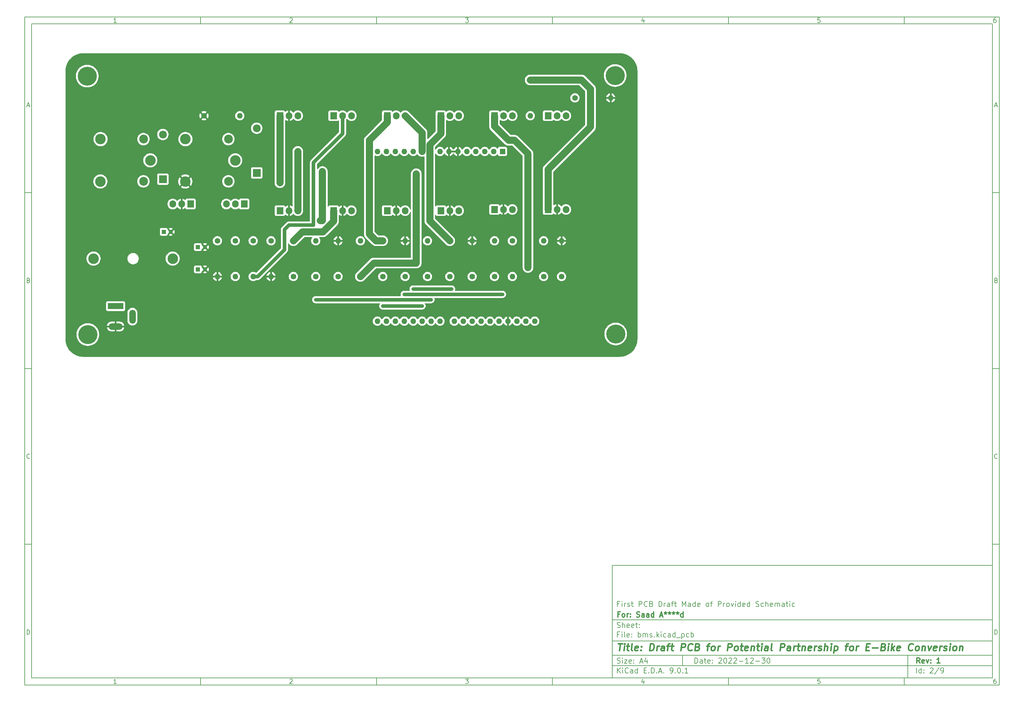
<source format=gbr>
%TF.GenerationSoftware,KiCad,Pcbnew,9.0.1*%
%TF.CreationDate,2025-04-21T20:35:50+04:00*%
%TF.ProjectId,bms,626d732e-6b69-4636-9164-5f7063625858,1*%
%TF.SameCoordinates,Original*%
%TF.FileFunction,Copper,L2,Bot*%
%TF.FilePolarity,Positive*%
%FSLAX46Y46*%
G04 Gerber Fmt 4.6, Leading zero omitted, Abs format (unit mm)*
G04 Created by KiCad (PCBNEW 9.0.1) date 2025-04-21 20:35:50*
%MOMM*%
%LPD*%
G01*
G04 APERTURE LIST*
%ADD10C,0.100000*%
%ADD11C,0.150000*%
%ADD12C,0.300000*%
%ADD13C,0.400000*%
%TA.AperFunction,ComponentPad*%
%ADD14R,1.905000X2.000000*%
%TD*%
%TA.AperFunction,ComponentPad*%
%ADD15O,1.905000X2.000000*%
%TD*%
%TA.AperFunction,ComponentPad*%
%ADD16C,1.600000*%
%TD*%
%TA.AperFunction,ComponentPad*%
%ADD17O,1.600000X1.600000*%
%TD*%
%TA.AperFunction,ComponentPad*%
%ADD18R,1.200000X1.200000*%
%TD*%
%TA.AperFunction,ComponentPad*%
%ADD19C,1.200000*%
%TD*%
%TA.AperFunction,ComponentPad*%
%ADD20R,2.200000X2.200000*%
%TD*%
%TA.AperFunction,ComponentPad*%
%ADD21O,2.200000X2.200000*%
%TD*%
%TA.AperFunction,ComponentPad*%
%ADD22C,3.000000*%
%TD*%
%TA.AperFunction,ComponentPad*%
%ADD23C,0.800000*%
%TD*%
%TA.AperFunction,ComponentPad*%
%ADD24C,5.400000*%
%TD*%
%TA.AperFunction,ComponentPad*%
%ADD25C,2.500000*%
%TD*%
%TA.AperFunction,ComponentPad*%
%ADD26R,4.400000X1.800000*%
%TD*%
%TA.AperFunction,ComponentPad*%
%ADD27O,4.000000X1.800000*%
%TD*%
%TA.AperFunction,ComponentPad*%
%ADD28O,1.800000X4.000000*%
%TD*%
%TA.AperFunction,ComponentPad*%
%ADD29R,1.600000X1.600000*%
%TD*%
%TA.AperFunction,ViaPad*%
%ADD30C,0.800000*%
%TD*%
%TA.AperFunction,Conductor*%
%ADD31C,1.000000*%
%TD*%
%TA.AperFunction,Conductor*%
%ADD32C,2.000000*%
%TD*%
G04 APERTURE END LIST*
D10*
D11*
X177002200Y-166007200D02*
X285002200Y-166007200D01*
X285002200Y-198007200D01*
X177002200Y-198007200D01*
X177002200Y-166007200D01*
D10*
D11*
X10000000Y-10000000D02*
X287002200Y-10000000D01*
X287002200Y-200007200D01*
X10000000Y-200007200D01*
X10000000Y-10000000D01*
D10*
D11*
X12000000Y-12000000D02*
X285002200Y-12000000D01*
X285002200Y-198007200D01*
X12000000Y-198007200D01*
X12000000Y-12000000D01*
D10*
D11*
X60000000Y-12000000D02*
X60000000Y-10000000D01*
D10*
D11*
X110000000Y-12000000D02*
X110000000Y-10000000D01*
D10*
D11*
X160000000Y-12000000D02*
X160000000Y-10000000D01*
D10*
D11*
X210000000Y-12000000D02*
X210000000Y-10000000D01*
D10*
D11*
X260000000Y-12000000D02*
X260000000Y-10000000D01*
D10*
D11*
X36089160Y-11593604D02*
X35346303Y-11593604D01*
X35717731Y-11593604D02*
X35717731Y-10293604D01*
X35717731Y-10293604D02*
X35593922Y-10479319D01*
X35593922Y-10479319D02*
X35470112Y-10603128D01*
X35470112Y-10603128D02*
X35346303Y-10665033D01*
D10*
D11*
X85346303Y-10417414D02*
X85408207Y-10355509D01*
X85408207Y-10355509D02*
X85532017Y-10293604D01*
X85532017Y-10293604D02*
X85841541Y-10293604D01*
X85841541Y-10293604D02*
X85965350Y-10355509D01*
X85965350Y-10355509D02*
X86027255Y-10417414D01*
X86027255Y-10417414D02*
X86089160Y-10541223D01*
X86089160Y-10541223D02*
X86089160Y-10665033D01*
X86089160Y-10665033D02*
X86027255Y-10850747D01*
X86027255Y-10850747D02*
X85284398Y-11593604D01*
X85284398Y-11593604D02*
X86089160Y-11593604D01*
D10*
D11*
X135284398Y-10293604D02*
X136089160Y-10293604D01*
X136089160Y-10293604D02*
X135655826Y-10788842D01*
X135655826Y-10788842D02*
X135841541Y-10788842D01*
X135841541Y-10788842D02*
X135965350Y-10850747D01*
X135965350Y-10850747D02*
X136027255Y-10912652D01*
X136027255Y-10912652D02*
X136089160Y-11036461D01*
X136089160Y-11036461D02*
X136089160Y-11345985D01*
X136089160Y-11345985D02*
X136027255Y-11469795D01*
X136027255Y-11469795D02*
X135965350Y-11531700D01*
X135965350Y-11531700D02*
X135841541Y-11593604D01*
X135841541Y-11593604D02*
X135470112Y-11593604D01*
X135470112Y-11593604D02*
X135346303Y-11531700D01*
X135346303Y-11531700D02*
X135284398Y-11469795D01*
D10*
D11*
X185965350Y-10726938D02*
X185965350Y-11593604D01*
X185655826Y-10231700D02*
X185346303Y-11160271D01*
X185346303Y-11160271D02*
X186151064Y-11160271D01*
D10*
D11*
X236027255Y-10293604D02*
X235408207Y-10293604D01*
X235408207Y-10293604D02*
X235346303Y-10912652D01*
X235346303Y-10912652D02*
X235408207Y-10850747D01*
X235408207Y-10850747D02*
X235532017Y-10788842D01*
X235532017Y-10788842D02*
X235841541Y-10788842D01*
X235841541Y-10788842D02*
X235965350Y-10850747D01*
X235965350Y-10850747D02*
X236027255Y-10912652D01*
X236027255Y-10912652D02*
X236089160Y-11036461D01*
X236089160Y-11036461D02*
X236089160Y-11345985D01*
X236089160Y-11345985D02*
X236027255Y-11469795D01*
X236027255Y-11469795D02*
X235965350Y-11531700D01*
X235965350Y-11531700D02*
X235841541Y-11593604D01*
X235841541Y-11593604D02*
X235532017Y-11593604D01*
X235532017Y-11593604D02*
X235408207Y-11531700D01*
X235408207Y-11531700D02*
X235346303Y-11469795D01*
D10*
D11*
X285965350Y-10293604D02*
X285717731Y-10293604D01*
X285717731Y-10293604D02*
X285593922Y-10355509D01*
X285593922Y-10355509D02*
X285532017Y-10417414D01*
X285532017Y-10417414D02*
X285408207Y-10603128D01*
X285408207Y-10603128D02*
X285346303Y-10850747D01*
X285346303Y-10850747D02*
X285346303Y-11345985D01*
X285346303Y-11345985D02*
X285408207Y-11469795D01*
X285408207Y-11469795D02*
X285470112Y-11531700D01*
X285470112Y-11531700D02*
X285593922Y-11593604D01*
X285593922Y-11593604D02*
X285841541Y-11593604D01*
X285841541Y-11593604D02*
X285965350Y-11531700D01*
X285965350Y-11531700D02*
X286027255Y-11469795D01*
X286027255Y-11469795D02*
X286089160Y-11345985D01*
X286089160Y-11345985D02*
X286089160Y-11036461D01*
X286089160Y-11036461D02*
X286027255Y-10912652D01*
X286027255Y-10912652D02*
X285965350Y-10850747D01*
X285965350Y-10850747D02*
X285841541Y-10788842D01*
X285841541Y-10788842D02*
X285593922Y-10788842D01*
X285593922Y-10788842D02*
X285470112Y-10850747D01*
X285470112Y-10850747D02*
X285408207Y-10912652D01*
X285408207Y-10912652D02*
X285346303Y-11036461D01*
D10*
D11*
X60000000Y-198007200D02*
X60000000Y-200007200D01*
D10*
D11*
X110000000Y-198007200D02*
X110000000Y-200007200D01*
D10*
D11*
X160000000Y-198007200D02*
X160000000Y-200007200D01*
D10*
D11*
X210000000Y-198007200D02*
X210000000Y-200007200D01*
D10*
D11*
X260000000Y-198007200D02*
X260000000Y-200007200D01*
D10*
D11*
X36089160Y-199600804D02*
X35346303Y-199600804D01*
X35717731Y-199600804D02*
X35717731Y-198300804D01*
X35717731Y-198300804D02*
X35593922Y-198486519D01*
X35593922Y-198486519D02*
X35470112Y-198610328D01*
X35470112Y-198610328D02*
X35346303Y-198672233D01*
D10*
D11*
X85346303Y-198424614D02*
X85408207Y-198362709D01*
X85408207Y-198362709D02*
X85532017Y-198300804D01*
X85532017Y-198300804D02*
X85841541Y-198300804D01*
X85841541Y-198300804D02*
X85965350Y-198362709D01*
X85965350Y-198362709D02*
X86027255Y-198424614D01*
X86027255Y-198424614D02*
X86089160Y-198548423D01*
X86089160Y-198548423D02*
X86089160Y-198672233D01*
X86089160Y-198672233D02*
X86027255Y-198857947D01*
X86027255Y-198857947D02*
X85284398Y-199600804D01*
X85284398Y-199600804D02*
X86089160Y-199600804D01*
D10*
D11*
X135284398Y-198300804D02*
X136089160Y-198300804D01*
X136089160Y-198300804D02*
X135655826Y-198796042D01*
X135655826Y-198796042D02*
X135841541Y-198796042D01*
X135841541Y-198796042D02*
X135965350Y-198857947D01*
X135965350Y-198857947D02*
X136027255Y-198919852D01*
X136027255Y-198919852D02*
X136089160Y-199043661D01*
X136089160Y-199043661D02*
X136089160Y-199353185D01*
X136089160Y-199353185D02*
X136027255Y-199476995D01*
X136027255Y-199476995D02*
X135965350Y-199538900D01*
X135965350Y-199538900D02*
X135841541Y-199600804D01*
X135841541Y-199600804D02*
X135470112Y-199600804D01*
X135470112Y-199600804D02*
X135346303Y-199538900D01*
X135346303Y-199538900D02*
X135284398Y-199476995D01*
D10*
D11*
X185965350Y-198734138D02*
X185965350Y-199600804D01*
X185655826Y-198238900D02*
X185346303Y-199167471D01*
X185346303Y-199167471D02*
X186151064Y-199167471D01*
D10*
D11*
X236027255Y-198300804D02*
X235408207Y-198300804D01*
X235408207Y-198300804D02*
X235346303Y-198919852D01*
X235346303Y-198919852D02*
X235408207Y-198857947D01*
X235408207Y-198857947D02*
X235532017Y-198796042D01*
X235532017Y-198796042D02*
X235841541Y-198796042D01*
X235841541Y-198796042D02*
X235965350Y-198857947D01*
X235965350Y-198857947D02*
X236027255Y-198919852D01*
X236027255Y-198919852D02*
X236089160Y-199043661D01*
X236089160Y-199043661D02*
X236089160Y-199353185D01*
X236089160Y-199353185D02*
X236027255Y-199476995D01*
X236027255Y-199476995D02*
X235965350Y-199538900D01*
X235965350Y-199538900D02*
X235841541Y-199600804D01*
X235841541Y-199600804D02*
X235532017Y-199600804D01*
X235532017Y-199600804D02*
X235408207Y-199538900D01*
X235408207Y-199538900D02*
X235346303Y-199476995D01*
D10*
D11*
X285965350Y-198300804D02*
X285717731Y-198300804D01*
X285717731Y-198300804D02*
X285593922Y-198362709D01*
X285593922Y-198362709D02*
X285532017Y-198424614D01*
X285532017Y-198424614D02*
X285408207Y-198610328D01*
X285408207Y-198610328D02*
X285346303Y-198857947D01*
X285346303Y-198857947D02*
X285346303Y-199353185D01*
X285346303Y-199353185D02*
X285408207Y-199476995D01*
X285408207Y-199476995D02*
X285470112Y-199538900D01*
X285470112Y-199538900D02*
X285593922Y-199600804D01*
X285593922Y-199600804D02*
X285841541Y-199600804D01*
X285841541Y-199600804D02*
X285965350Y-199538900D01*
X285965350Y-199538900D02*
X286027255Y-199476995D01*
X286027255Y-199476995D02*
X286089160Y-199353185D01*
X286089160Y-199353185D02*
X286089160Y-199043661D01*
X286089160Y-199043661D02*
X286027255Y-198919852D01*
X286027255Y-198919852D02*
X285965350Y-198857947D01*
X285965350Y-198857947D02*
X285841541Y-198796042D01*
X285841541Y-198796042D02*
X285593922Y-198796042D01*
X285593922Y-198796042D02*
X285470112Y-198857947D01*
X285470112Y-198857947D02*
X285408207Y-198919852D01*
X285408207Y-198919852D02*
X285346303Y-199043661D01*
D10*
D11*
X10000000Y-60000000D02*
X12000000Y-60000000D01*
D10*
D11*
X10000000Y-110000000D02*
X12000000Y-110000000D01*
D10*
D11*
X10000000Y-160000000D02*
X12000000Y-160000000D01*
D10*
D11*
X10690476Y-35222176D02*
X11309523Y-35222176D01*
X10566666Y-35593604D02*
X10999999Y-34293604D01*
X10999999Y-34293604D02*
X11433333Y-35593604D01*
D10*
D11*
X11092857Y-84912652D02*
X11278571Y-84974557D01*
X11278571Y-84974557D02*
X11340476Y-85036461D01*
X11340476Y-85036461D02*
X11402380Y-85160271D01*
X11402380Y-85160271D02*
X11402380Y-85345985D01*
X11402380Y-85345985D02*
X11340476Y-85469795D01*
X11340476Y-85469795D02*
X11278571Y-85531700D01*
X11278571Y-85531700D02*
X11154761Y-85593604D01*
X11154761Y-85593604D02*
X10659523Y-85593604D01*
X10659523Y-85593604D02*
X10659523Y-84293604D01*
X10659523Y-84293604D02*
X11092857Y-84293604D01*
X11092857Y-84293604D02*
X11216666Y-84355509D01*
X11216666Y-84355509D02*
X11278571Y-84417414D01*
X11278571Y-84417414D02*
X11340476Y-84541223D01*
X11340476Y-84541223D02*
X11340476Y-84665033D01*
X11340476Y-84665033D02*
X11278571Y-84788842D01*
X11278571Y-84788842D02*
X11216666Y-84850747D01*
X11216666Y-84850747D02*
X11092857Y-84912652D01*
X11092857Y-84912652D02*
X10659523Y-84912652D01*
D10*
D11*
X11402380Y-135469795D02*
X11340476Y-135531700D01*
X11340476Y-135531700D02*
X11154761Y-135593604D01*
X11154761Y-135593604D02*
X11030952Y-135593604D01*
X11030952Y-135593604D02*
X10845238Y-135531700D01*
X10845238Y-135531700D02*
X10721428Y-135407890D01*
X10721428Y-135407890D02*
X10659523Y-135284080D01*
X10659523Y-135284080D02*
X10597619Y-135036461D01*
X10597619Y-135036461D02*
X10597619Y-134850747D01*
X10597619Y-134850747D02*
X10659523Y-134603128D01*
X10659523Y-134603128D02*
X10721428Y-134479319D01*
X10721428Y-134479319D02*
X10845238Y-134355509D01*
X10845238Y-134355509D02*
X11030952Y-134293604D01*
X11030952Y-134293604D02*
X11154761Y-134293604D01*
X11154761Y-134293604D02*
X11340476Y-134355509D01*
X11340476Y-134355509D02*
X11402380Y-134417414D01*
D10*
D11*
X10659523Y-185593604D02*
X10659523Y-184293604D01*
X10659523Y-184293604D02*
X10969047Y-184293604D01*
X10969047Y-184293604D02*
X11154761Y-184355509D01*
X11154761Y-184355509D02*
X11278571Y-184479319D01*
X11278571Y-184479319D02*
X11340476Y-184603128D01*
X11340476Y-184603128D02*
X11402380Y-184850747D01*
X11402380Y-184850747D02*
X11402380Y-185036461D01*
X11402380Y-185036461D02*
X11340476Y-185284080D01*
X11340476Y-185284080D02*
X11278571Y-185407890D01*
X11278571Y-185407890D02*
X11154761Y-185531700D01*
X11154761Y-185531700D02*
X10969047Y-185593604D01*
X10969047Y-185593604D02*
X10659523Y-185593604D01*
D10*
D11*
X287002200Y-60000000D02*
X285002200Y-60000000D01*
D10*
D11*
X287002200Y-110000000D02*
X285002200Y-110000000D01*
D10*
D11*
X287002200Y-160000000D02*
X285002200Y-160000000D01*
D10*
D11*
X285692676Y-35222176D02*
X286311723Y-35222176D01*
X285568866Y-35593604D02*
X286002199Y-34293604D01*
X286002199Y-34293604D02*
X286435533Y-35593604D01*
D10*
D11*
X286095057Y-84912652D02*
X286280771Y-84974557D01*
X286280771Y-84974557D02*
X286342676Y-85036461D01*
X286342676Y-85036461D02*
X286404580Y-85160271D01*
X286404580Y-85160271D02*
X286404580Y-85345985D01*
X286404580Y-85345985D02*
X286342676Y-85469795D01*
X286342676Y-85469795D02*
X286280771Y-85531700D01*
X286280771Y-85531700D02*
X286156961Y-85593604D01*
X286156961Y-85593604D02*
X285661723Y-85593604D01*
X285661723Y-85593604D02*
X285661723Y-84293604D01*
X285661723Y-84293604D02*
X286095057Y-84293604D01*
X286095057Y-84293604D02*
X286218866Y-84355509D01*
X286218866Y-84355509D02*
X286280771Y-84417414D01*
X286280771Y-84417414D02*
X286342676Y-84541223D01*
X286342676Y-84541223D02*
X286342676Y-84665033D01*
X286342676Y-84665033D02*
X286280771Y-84788842D01*
X286280771Y-84788842D02*
X286218866Y-84850747D01*
X286218866Y-84850747D02*
X286095057Y-84912652D01*
X286095057Y-84912652D02*
X285661723Y-84912652D01*
D10*
D11*
X286404580Y-135469795D02*
X286342676Y-135531700D01*
X286342676Y-135531700D02*
X286156961Y-135593604D01*
X286156961Y-135593604D02*
X286033152Y-135593604D01*
X286033152Y-135593604D02*
X285847438Y-135531700D01*
X285847438Y-135531700D02*
X285723628Y-135407890D01*
X285723628Y-135407890D02*
X285661723Y-135284080D01*
X285661723Y-135284080D02*
X285599819Y-135036461D01*
X285599819Y-135036461D02*
X285599819Y-134850747D01*
X285599819Y-134850747D02*
X285661723Y-134603128D01*
X285661723Y-134603128D02*
X285723628Y-134479319D01*
X285723628Y-134479319D02*
X285847438Y-134355509D01*
X285847438Y-134355509D02*
X286033152Y-134293604D01*
X286033152Y-134293604D02*
X286156961Y-134293604D01*
X286156961Y-134293604D02*
X286342676Y-134355509D01*
X286342676Y-134355509D02*
X286404580Y-134417414D01*
D10*
D11*
X285661723Y-185593604D02*
X285661723Y-184293604D01*
X285661723Y-184293604D02*
X285971247Y-184293604D01*
X285971247Y-184293604D02*
X286156961Y-184355509D01*
X286156961Y-184355509D02*
X286280771Y-184479319D01*
X286280771Y-184479319D02*
X286342676Y-184603128D01*
X286342676Y-184603128D02*
X286404580Y-184850747D01*
X286404580Y-184850747D02*
X286404580Y-185036461D01*
X286404580Y-185036461D02*
X286342676Y-185284080D01*
X286342676Y-185284080D02*
X286280771Y-185407890D01*
X286280771Y-185407890D02*
X286156961Y-185531700D01*
X286156961Y-185531700D02*
X285971247Y-185593604D01*
X285971247Y-185593604D02*
X285661723Y-185593604D01*
D10*
D11*
X200458026Y-193793328D02*
X200458026Y-192293328D01*
X200458026Y-192293328D02*
X200815169Y-192293328D01*
X200815169Y-192293328D02*
X201029455Y-192364757D01*
X201029455Y-192364757D02*
X201172312Y-192507614D01*
X201172312Y-192507614D02*
X201243741Y-192650471D01*
X201243741Y-192650471D02*
X201315169Y-192936185D01*
X201315169Y-192936185D02*
X201315169Y-193150471D01*
X201315169Y-193150471D02*
X201243741Y-193436185D01*
X201243741Y-193436185D02*
X201172312Y-193579042D01*
X201172312Y-193579042D02*
X201029455Y-193721900D01*
X201029455Y-193721900D02*
X200815169Y-193793328D01*
X200815169Y-193793328D02*
X200458026Y-193793328D01*
X202600884Y-193793328D02*
X202600884Y-193007614D01*
X202600884Y-193007614D02*
X202529455Y-192864757D01*
X202529455Y-192864757D02*
X202386598Y-192793328D01*
X202386598Y-192793328D02*
X202100884Y-192793328D01*
X202100884Y-192793328D02*
X201958026Y-192864757D01*
X202600884Y-193721900D02*
X202458026Y-193793328D01*
X202458026Y-193793328D02*
X202100884Y-193793328D01*
X202100884Y-193793328D02*
X201958026Y-193721900D01*
X201958026Y-193721900D02*
X201886598Y-193579042D01*
X201886598Y-193579042D02*
X201886598Y-193436185D01*
X201886598Y-193436185D02*
X201958026Y-193293328D01*
X201958026Y-193293328D02*
X202100884Y-193221900D01*
X202100884Y-193221900D02*
X202458026Y-193221900D01*
X202458026Y-193221900D02*
X202600884Y-193150471D01*
X203100884Y-192793328D02*
X203672312Y-192793328D01*
X203315169Y-192293328D02*
X203315169Y-193579042D01*
X203315169Y-193579042D02*
X203386598Y-193721900D01*
X203386598Y-193721900D02*
X203529455Y-193793328D01*
X203529455Y-193793328D02*
X203672312Y-193793328D01*
X204743741Y-193721900D02*
X204600884Y-193793328D01*
X204600884Y-193793328D02*
X204315170Y-193793328D01*
X204315170Y-193793328D02*
X204172312Y-193721900D01*
X204172312Y-193721900D02*
X204100884Y-193579042D01*
X204100884Y-193579042D02*
X204100884Y-193007614D01*
X204100884Y-193007614D02*
X204172312Y-192864757D01*
X204172312Y-192864757D02*
X204315170Y-192793328D01*
X204315170Y-192793328D02*
X204600884Y-192793328D01*
X204600884Y-192793328D02*
X204743741Y-192864757D01*
X204743741Y-192864757D02*
X204815170Y-193007614D01*
X204815170Y-193007614D02*
X204815170Y-193150471D01*
X204815170Y-193150471D02*
X204100884Y-193293328D01*
X205458026Y-193650471D02*
X205529455Y-193721900D01*
X205529455Y-193721900D02*
X205458026Y-193793328D01*
X205458026Y-193793328D02*
X205386598Y-193721900D01*
X205386598Y-193721900D02*
X205458026Y-193650471D01*
X205458026Y-193650471D02*
X205458026Y-193793328D01*
X205458026Y-192864757D02*
X205529455Y-192936185D01*
X205529455Y-192936185D02*
X205458026Y-193007614D01*
X205458026Y-193007614D02*
X205386598Y-192936185D01*
X205386598Y-192936185D02*
X205458026Y-192864757D01*
X205458026Y-192864757D02*
X205458026Y-193007614D01*
X207243741Y-192436185D02*
X207315169Y-192364757D01*
X207315169Y-192364757D02*
X207458027Y-192293328D01*
X207458027Y-192293328D02*
X207815169Y-192293328D01*
X207815169Y-192293328D02*
X207958027Y-192364757D01*
X207958027Y-192364757D02*
X208029455Y-192436185D01*
X208029455Y-192436185D02*
X208100884Y-192579042D01*
X208100884Y-192579042D02*
X208100884Y-192721900D01*
X208100884Y-192721900D02*
X208029455Y-192936185D01*
X208029455Y-192936185D02*
X207172312Y-193793328D01*
X207172312Y-193793328D02*
X208100884Y-193793328D01*
X209029455Y-192293328D02*
X209172312Y-192293328D01*
X209172312Y-192293328D02*
X209315169Y-192364757D01*
X209315169Y-192364757D02*
X209386598Y-192436185D01*
X209386598Y-192436185D02*
X209458026Y-192579042D01*
X209458026Y-192579042D02*
X209529455Y-192864757D01*
X209529455Y-192864757D02*
X209529455Y-193221900D01*
X209529455Y-193221900D02*
X209458026Y-193507614D01*
X209458026Y-193507614D02*
X209386598Y-193650471D01*
X209386598Y-193650471D02*
X209315169Y-193721900D01*
X209315169Y-193721900D02*
X209172312Y-193793328D01*
X209172312Y-193793328D02*
X209029455Y-193793328D01*
X209029455Y-193793328D02*
X208886598Y-193721900D01*
X208886598Y-193721900D02*
X208815169Y-193650471D01*
X208815169Y-193650471D02*
X208743740Y-193507614D01*
X208743740Y-193507614D02*
X208672312Y-193221900D01*
X208672312Y-193221900D02*
X208672312Y-192864757D01*
X208672312Y-192864757D02*
X208743740Y-192579042D01*
X208743740Y-192579042D02*
X208815169Y-192436185D01*
X208815169Y-192436185D02*
X208886598Y-192364757D01*
X208886598Y-192364757D02*
X209029455Y-192293328D01*
X210100883Y-192436185D02*
X210172311Y-192364757D01*
X210172311Y-192364757D02*
X210315169Y-192293328D01*
X210315169Y-192293328D02*
X210672311Y-192293328D01*
X210672311Y-192293328D02*
X210815169Y-192364757D01*
X210815169Y-192364757D02*
X210886597Y-192436185D01*
X210886597Y-192436185D02*
X210958026Y-192579042D01*
X210958026Y-192579042D02*
X210958026Y-192721900D01*
X210958026Y-192721900D02*
X210886597Y-192936185D01*
X210886597Y-192936185D02*
X210029454Y-193793328D01*
X210029454Y-193793328D02*
X210958026Y-193793328D01*
X211529454Y-192436185D02*
X211600882Y-192364757D01*
X211600882Y-192364757D02*
X211743740Y-192293328D01*
X211743740Y-192293328D02*
X212100882Y-192293328D01*
X212100882Y-192293328D02*
X212243740Y-192364757D01*
X212243740Y-192364757D02*
X212315168Y-192436185D01*
X212315168Y-192436185D02*
X212386597Y-192579042D01*
X212386597Y-192579042D02*
X212386597Y-192721900D01*
X212386597Y-192721900D02*
X212315168Y-192936185D01*
X212315168Y-192936185D02*
X211458025Y-193793328D01*
X211458025Y-193793328D02*
X212386597Y-193793328D01*
X213029453Y-193221900D02*
X214172311Y-193221900D01*
X215672311Y-193793328D02*
X214815168Y-193793328D01*
X215243739Y-193793328D02*
X215243739Y-192293328D01*
X215243739Y-192293328D02*
X215100882Y-192507614D01*
X215100882Y-192507614D02*
X214958025Y-192650471D01*
X214958025Y-192650471D02*
X214815168Y-192721900D01*
X216243739Y-192436185D02*
X216315167Y-192364757D01*
X216315167Y-192364757D02*
X216458025Y-192293328D01*
X216458025Y-192293328D02*
X216815167Y-192293328D01*
X216815167Y-192293328D02*
X216958025Y-192364757D01*
X216958025Y-192364757D02*
X217029453Y-192436185D01*
X217029453Y-192436185D02*
X217100882Y-192579042D01*
X217100882Y-192579042D02*
X217100882Y-192721900D01*
X217100882Y-192721900D02*
X217029453Y-192936185D01*
X217029453Y-192936185D02*
X216172310Y-193793328D01*
X216172310Y-193793328D02*
X217100882Y-193793328D01*
X217743738Y-193221900D02*
X218886596Y-193221900D01*
X219458024Y-192293328D02*
X220386596Y-192293328D01*
X220386596Y-192293328D02*
X219886596Y-192864757D01*
X219886596Y-192864757D02*
X220100881Y-192864757D01*
X220100881Y-192864757D02*
X220243739Y-192936185D01*
X220243739Y-192936185D02*
X220315167Y-193007614D01*
X220315167Y-193007614D02*
X220386596Y-193150471D01*
X220386596Y-193150471D02*
X220386596Y-193507614D01*
X220386596Y-193507614D02*
X220315167Y-193650471D01*
X220315167Y-193650471D02*
X220243739Y-193721900D01*
X220243739Y-193721900D02*
X220100881Y-193793328D01*
X220100881Y-193793328D02*
X219672310Y-193793328D01*
X219672310Y-193793328D02*
X219529453Y-193721900D01*
X219529453Y-193721900D02*
X219458024Y-193650471D01*
X221315167Y-192293328D02*
X221458024Y-192293328D01*
X221458024Y-192293328D02*
X221600881Y-192364757D01*
X221600881Y-192364757D02*
X221672310Y-192436185D01*
X221672310Y-192436185D02*
X221743738Y-192579042D01*
X221743738Y-192579042D02*
X221815167Y-192864757D01*
X221815167Y-192864757D02*
X221815167Y-193221900D01*
X221815167Y-193221900D02*
X221743738Y-193507614D01*
X221743738Y-193507614D02*
X221672310Y-193650471D01*
X221672310Y-193650471D02*
X221600881Y-193721900D01*
X221600881Y-193721900D02*
X221458024Y-193793328D01*
X221458024Y-193793328D02*
X221315167Y-193793328D01*
X221315167Y-193793328D02*
X221172310Y-193721900D01*
X221172310Y-193721900D02*
X221100881Y-193650471D01*
X221100881Y-193650471D02*
X221029452Y-193507614D01*
X221029452Y-193507614D02*
X220958024Y-193221900D01*
X220958024Y-193221900D02*
X220958024Y-192864757D01*
X220958024Y-192864757D02*
X221029452Y-192579042D01*
X221029452Y-192579042D02*
X221100881Y-192436185D01*
X221100881Y-192436185D02*
X221172310Y-192364757D01*
X221172310Y-192364757D02*
X221315167Y-192293328D01*
D10*
D11*
X177002200Y-194507200D02*
X285002200Y-194507200D01*
D10*
D11*
X178458026Y-196593328D02*
X178458026Y-195093328D01*
X179315169Y-196593328D02*
X178672312Y-195736185D01*
X179315169Y-195093328D02*
X178458026Y-195950471D01*
X179958026Y-196593328D02*
X179958026Y-195593328D01*
X179958026Y-195093328D02*
X179886598Y-195164757D01*
X179886598Y-195164757D02*
X179958026Y-195236185D01*
X179958026Y-195236185D02*
X180029455Y-195164757D01*
X180029455Y-195164757D02*
X179958026Y-195093328D01*
X179958026Y-195093328D02*
X179958026Y-195236185D01*
X181529455Y-196450471D02*
X181458027Y-196521900D01*
X181458027Y-196521900D02*
X181243741Y-196593328D01*
X181243741Y-196593328D02*
X181100884Y-196593328D01*
X181100884Y-196593328D02*
X180886598Y-196521900D01*
X180886598Y-196521900D02*
X180743741Y-196379042D01*
X180743741Y-196379042D02*
X180672312Y-196236185D01*
X180672312Y-196236185D02*
X180600884Y-195950471D01*
X180600884Y-195950471D02*
X180600884Y-195736185D01*
X180600884Y-195736185D02*
X180672312Y-195450471D01*
X180672312Y-195450471D02*
X180743741Y-195307614D01*
X180743741Y-195307614D02*
X180886598Y-195164757D01*
X180886598Y-195164757D02*
X181100884Y-195093328D01*
X181100884Y-195093328D02*
X181243741Y-195093328D01*
X181243741Y-195093328D02*
X181458027Y-195164757D01*
X181458027Y-195164757D02*
X181529455Y-195236185D01*
X182815170Y-196593328D02*
X182815170Y-195807614D01*
X182815170Y-195807614D02*
X182743741Y-195664757D01*
X182743741Y-195664757D02*
X182600884Y-195593328D01*
X182600884Y-195593328D02*
X182315170Y-195593328D01*
X182315170Y-195593328D02*
X182172312Y-195664757D01*
X182815170Y-196521900D02*
X182672312Y-196593328D01*
X182672312Y-196593328D02*
X182315170Y-196593328D01*
X182315170Y-196593328D02*
X182172312Y-196521900D01*
X182172312Y-196521900D02*
X182100884Y-196379042D01*
X182100884Y-196379042D02*
X182100884Y-196236185D01*
X182100884Y-196236185D02*
X182172312Y-196093328D01*
X182172312Y-196093328D02*
X182315170Y-196021900D01*
X182315170Y-196021900D02*
X182672312Y-196021900D01*
X182672312Y-196021900D02*
X182815170Y-195950471D01*
X184172313Y-196593328D02*
X184172313Y-195093328D01*
X184172313Y-196521900D02*
X184029455Y-196593328D01*
X184029455Y-196593328D02*
X183743741Y-196593328D01*
X183743741Y-196593328D02*
X183600884Y-196521900D01*
X183600884Y-196521900D02*
X183529455Y-196450471D01*
X183529455Y-196450471D02*
X183458027Y-196307614D01*
X183458027Y-196307614D02*
X183458027Y-195879042D01*
X183458027Y-195879042D02*
X183529455Y-195736185D01*
X183529455Y-195736185D02*
X183600884Y-195664757D01*
X183600884Y-195664757D02*
X183743741Y-195593328D01*
X183743741Y-195593328D02*
X184029455Y-195593328D01*
X184029455Y-195593328D02*
X184172313Y-195664757D01*
X186029455Y-195807614D02*
X186529455Y-195807614D01*
X186743741Y-196593328D02*
X186029455Y-196593328D01*
X186029455Y-196593328D02*
X186029455Y-195093328D01*
X186029455Y-195093328D02*
X186743741Y-195093328D01*
X187386598Y-196450471D02*
X187458027Y-196521900D01*
X187458027Y-196521900D02*
X187386598Y-196593328D01*
X187386598Y-196593328D02*
X187315170Y-196521900D01*
X187315170Y-196521900D02*
X187386598Y-196450471D01*
X187386598Y-196450471D02*
X187386598Y-196593328D01*
X188100884Y-196593328D02*
X188100884Y-195093328D01*
X188100884Y-195093328D02*
X188458027Y-195093328D01*
X188458027Y-195093328D02*
X188672313Y-195164757D01*
X188672313Y-195164757D02*
X188815170Y-195307614D01*
X188815170Y-195307614D02*
X188886599Y-195450471D01*
X188886599Y-195450471D02*
X188958027Y-195736185D01*
X188958027Y-195736185D02*
X188958027Y-195950471D01*
X188958027Y-195950471D02*
X188886599Y-196236185D01*
X188886599Y-196236185D02*
X188815170Y-196379042D01*
X188815170Y-196379042D02*
X188672313Y-196521900D01*
X188672313Y-196521900D02*
X188458027Y-196593328D01*
X188458027Y-196593328D02*
X188100884Y-196593328D01*
X189600884Y-196450471D02*
X189672313Y-196521900D01*
X189672313Y-196521900D02*
X189600884Y-196593328D01*
X189600884Y-196593328D02*
X189529456Y-196521900D01*
X189529456Y-196521900D02*
X189600884Y-196450471D01*
X189600884Y-196450471D02*
X189600884Y-196593328D01*
X190243742Y-196164757D02*
X190958028Y-196164757D01*
X190100885Y-196593328D02*
X190600885Y-195093328D01*
X190600885Y-195093328D02*
X191100885Y-196593328D01*
X191600884Y-196450471D02*
X191672313Y-196521900D01*
X191672313Y-196521900D02*
X191600884Y-196593328D01*
X191600884Y-196593328D02*
X191529456Y-196521900D01*
X191529456Y-196521900D02*
X191600884Y-196450471D01*
X191600884Y-196450471D02*
X191600884Y-196593328D01*
X193529456Y-196593328D02*
X193815170Y-196593328D01*
X193815170Y-196593328D02*
X193958027Y-196521900D01*
X193958027Y-196521900D02*
X194029456Y-196450471D01*
X194029456Y-196450471D02*
X194172313Y-196236185D01*
X194172313Y-196236185D02*
X194243742Y-195950471D01*
X194243742Y-195950471D02*
X194243742Y-195379042D01*
X194243742Y-195379042D02*
X194172313Y-195236185D01*
X194172313Y-195236185D02*
X194100885Y-195164757D01*
X194100885Y-195164757D02*
X193958027Y-195093328D01*
X193958027Y-195093328D02*
X193672313Y-195093328D01*
X193672313Y-195093328D02*
X193529456Y-195164757D01*
X193529456Y-195164757D02*
X193458027Y-195236185D01*
X193458027Y-195236185D02*
X193386599Y-195379042D01*
X193386599Y-195379042D02*
X193386599Y-195736185D01*
X193386599Y-195736185D02*
X193458027Y-195879042D01*
X193458027Y-195879042D02*
X193529456Y-195950471D01*
X193529456Y-195950471D02*
X193672313Y-196021900D01*
X193672313Y-196021900D02*
X193958027Y-196021900D01*
X193958027Y-196021900D02*
X194100885Y-195950471D01*
X194100885Y-195950471D02*
X194172313Y-195879042D01*
X194172313Y-195879042D02*
X194243742Y-195736185D01*
X194886598Y-196450471D02*
X194958027Y-196521900D01*
X194958027Y-196521900D02*
X194886598Y-196593328D01*
X194886598Y-196593328D02*
X194815170Y-196521900D01*
X194815170Y-196521900D02*
X194886598Y-196450471D01*
X194886598Y-196450471D02*
X194886598Y-196593328D01*
X195886599Y-195093328D02*
X196029456Y-195093328D01*
X196029456Y-195093328D02*
X196172313Y-195164757D01*
X196172313Y-195164757D02*
X196243742Y-195236185D01*
X196243742Y-195236185D02*
X196315170Y-195379042D01*
X196315170Y-195379042D02*
X196386599Y-195664757D01*
X196386599Y-195664757D02*
X196386599Y-196021900D01*
X196386599Y-196021900D02*
X196315170Y-196307614D01*
X196315170Y-196307614D02*
X196243742Y-196450471D01*
X196243742Y-196450471D02*
X196172313Y-196521900D01*
X196172313Y-196521900D02*
X196029456Y-196593328D01*
X196029456Y-196593328D02*
X195886599Y-196593328D01*
X195886599Y-196593328D02*
X195743742Y-196521900D01*
X195743742Y-196521900D02*
X195672313Y-196450471D01*
X195672313Y-196450471D02*
X195600884Y-196307614D01*
X195600884Y-196307614D02*
X195529456Y-196021900D01*
X195529456Y-196021900D02*
X195529456Y-195664757D01*
X195529456Y-195664757D02*
X195600884Y-195379042D01*
X195600884Y-195379042D02*
X195672313Y-195236185D01*
X195672313Y-195236185D02*
X195743742Y-195164757D01*
X195743742Y-195164757D02*
X195886599Y-195093328D01*
X197029455Y-196450471D02*
X197100884Y-196521900D01*
X197100884Y-196521900D02*
X197029455Y-196593328D01*
X197029455Y-196593328D02*
X196958027Y-196521900D01*
X196958027Y-196521900D02*
X197029455Y-196450471D01*
X197029455Y-196450471D02*
X197029455Y-196593328D01*
X198529456Y-196593328D02*
X197672313Y-196593328D01*
X198100884Y-196593328D02*
X198100884Y-195093328D01*
X198100884Y-195093328D02*
X197958027Y-195307614D01*
X197958027Y-195307614D02*
X197815170Y-195450471D01*
X197815170Y-195450471D02*
X197672313Y-195521900D01*
D10*
D11*
X177002200Y-191507200D02*
X285002200Y-191507200D01*
D10*
D12*
X264413853Y-193785528D02*
X263913853Y-193071242D01*
X263556710Y-193785528D02*
X263556710Y-192285528D01*
X263556710Y-192285528D02*
X264128139Y-192285528D01*
X264128139Y-192285528D02*
X264270996Y-192356957D01*
X264270996Y-192356957D02*
X264342425Y-192428385D01*
X264342425Y-192428385D02*
X264413853Y-192571242D01*
X264413853Y-192571242D02*
X264413853Y-192785528D01*
X264413853Y-192785528D02*
X264342425Y-192928385D01*
X264342425Y-192928385D02*
X264270996Y-192999814D01*
X264270996Y-192999814D02*
X264128139Y-193071242D01*
X264128139Y-193071242D02*
X263556710Y-193071242D01*
X265628139Y-193714100D02*
X265485282Y-193785528D01*
X265485282Y-193785528D02*
X265199568Y-193785528D01*
X265199568Y-193785528D02*
X265056710Y-193714100D01*
X265056710Y-193714100D02*
X264985282Y-193571242D01*
X264985282Y-193571242D02*
X264985282Y-192999814D01*
X264985282Y-192999814D02*
X265056710Y-192856957D01*
X265056710Y-192856957D02*
X265199568Y-192785528D01*
X265199568Y-192785528D02*
X265485282Y-192785528D01*
X265485282Y-192785528D02*
X265628139Y-192856957D01*
X265628139Y-192856957D02*
X265699568Y-192999814D01*
X265699568Y-192999814D02*
X265699568Y-193142671D01*
X265699568Y-193142671D02*
X264985282Y-193285528D01*
X266199567Y-192785528D02*
X266556710Y-193785528D01*
X266556710Y-193785528D02*
X266913853Y-192785528D01*
X267485281Y-193642671D02*
X267556710Y-193714100D01*
X267556710Y-193714100D02*
X267485281Y-193785528D01*
X267485281Y-193785528D02*
X267413853Y-193714100D01*
X267413853Y-193714100D02*
X267485281Y-193642671D01*
X267485281Y-193642671D02*
X267485281Y-193785528D01*
X267485281Y-192856957D02*
X267556710Y-192928385D01*
X267556710Y-192928385D02*
X267485281Y-192999814D01*
X267485281Y-192999814D02*
X267413853Y-192928385D01*
X267413853Y-192928385D02*
X267485281Y-192856957D01*
X267485281Y-192856957D02*
X267485281Y-192999814D01*
X270128139Y-193785528D02*
X269270996Y-193785528D01*
X269699567Y-193785528D02*
X269699567Y-192285528D01*
X269699567Y-192285528D02*
X269556710Y-192499814D01*
X269556710Y-192499814D02*
X269413853Y-192642671D01*
X269413853Y-192642671D02*
X269270996Y-192714100D01*
D10*
D11*
X178386598Y-193721900D02*
X178600884Y-193793328D01*
X178600884Y-193793328D02*
X178958026Y-193793328D01*
X178958026Y-193793328D02*
X179100884Y-193721900D01*
X179100884Y-193721900D02*
X179172312Y-193650471D01*
X179172312Y-193650471D02*
X179243741Y-193507614D01*
X179243741Y-193507614D02*
X179243741Y-193364757D01*
X179243741Y-193364757D02*
X179172312Y-193221900D01*
X179172312Y-193221900D02*
X179100884Y-193150471D01*
X179100884Y-193150471D02*
X178958026Y-193079042D01*
X178958026Y-193079042D02*
X178672312Y-193007614D01*
X178672312Y-193007614D02*
X178529455Y-192936185D01*
X178529455Y-192936185D02*
X178458026Y-192864757D01*
X178458026Y-192864757D02*
X178386598Y-192721900D01*
X178386598Y-192721900D02*
X178386598Y-192579042D01*
X178386598Y-192579042D02*
X178458026Y-192436185D01*
X178458026Y-192436185D02*
X178529455Y-192364757D01*
X178529455Y-192364757D02*
X178672312Y-192293328D01*
X178672312Y-192293328D02*
X179029455Y-192293328D01*
X179029455Y-192293328D02*
X179243741Y-192364757D01*
X179886597Y-193793328D02*
X179886597Y-192793328D01*
X179886597Y-192293328D02*
X179815169Y-192364757D01*
X179815169Y-192364757D02*
X179886597Y-192436185D01*
X179886597Y-192436185D02*
X179958026Y-192364757D01*
X179958026Y-192364757D02*
X179886597Y-192293328D01*
X179886597Y-192293328D02*
X179886597Y-192436185D01*
X180458026Y-192793328D02*
X181243741Y-192793328D01*
X181243741Y-192793328D02*
X180458026Y-193793328D01*
X180458026Y-193793328D02*
X181243741Y-193793328D01*
X182386598Y-193721900D02*
X182243741Y-193793328D01*
X182243741Y-193793328D02*
X181958027Y-193793328D01*
X181958027Y-193793328D02*
X181815169Y-193721900D01*
X181815169Y-193721900D02*
X181743741Y-193579042D01*
X181743741Y-193579042D02*
X181743741Y-193007614D01*
X181743741Y-193007614D02*
X181815169Y-192864757D01*
X181815169Y-192864757D02*
X181958027Y-192793328D01*
X181958027Y-192793328D02*
X182243741Y-192793328D01*
X182243741Y-192793328D02*
X182386598Y-192864757D01*
X182386598Y-192864757D02*
X182458027Y-193007614D01*
X182458027Y-193007614D02*
X182458027Y-193150471D01*
X182458027Y-193150471D02*
X181743741Y-193293328D01*
X183100883Y-193650471D02*
X183172312Y-193721900D01*
X183172312Y-193721900D02*
X183100883Y-193793328D01*
X183100883Y-193793328D02*
X183029455Y-193721900D01*
X183029455Y-193721900D02*
X183100883Y-193650471D01*
X183100883Y-193650471D02*
X183100883Y-193793328D01*
X183100883Y-192864757D02*
X183172312Y-192936185D01*
X183172312Y-192936185D02*
X183100883Y-193007614D01*
X183100883Y-193007614D02*
X183029455Y-192936185D01*
X183029455Y-192936185D02*
X183100883Y-192864757D01*
X183100883Y-192864757D02*
X183100883Y-193007614D01*
X184886598Y-193364757D02*
X185600884Y-193364757D01*
X184743741Y-193793328D02*
X185243741Y-192293328D01*
X185243741Y-192293328D02*
X185743741Y-193793328D01*
X186886598Y-192793328D02*
X186886598Y-193793328D01*
X186529455Y-192221900D02*
X186172312Y-193293328D01*
X186172312Y-193293328D02*
X187100883Y-193293328D01*
D10*
D11*
X263458026Y-196593328D02*
X263458026Y-195093328D01*
X264815170Y-196593328D02*
X264815170Y-195093328D01*
X264815170Y-196521900D02*
X264672312Y-196593328D01*
X264672312Y-196593328D02*
X264386598Y-196593328D01*
X264386598Y-196593328D02*
X264243741Y-196521900D01*
X264243741Y-196521900D02*
X264172312Y-196450471D01*
X264172312Y-196450471D02*
X264100884Y-196307614D01*
X264100884Y-196307614D02*
X264100884Y-195879042D01*
X264100884Y-195879042D02*
X264172312Y-195736185D01*
X264172312Y-195736185D02*
X264243741Y-195664757D01*
X264243741Y-195664757D02*
X264386598Y-195593328D01*
X264386598Y-195593328D02*
X264672312Y-195593328D01*
X264672312Y-195593328D02*
X264815170Y-195664757D01*
X265529455Y-196450471D02*
X265600884Y-196521900D01*
X265600884Y-196521900D02*
X265529455Y-196593328D01*
X265529455Y-196593328D02*
X265458027Y-196521900D01*
X265458027Y-196521900D02*
X265529455Y-196450471D01*
X265529455Y-196450471D02*
X265529455Y-196593328D01*
X265529455Y-195664757D02*
X265600884Y-195736185D01*
X265600884Y-195736185D02*
X265529455Y-195807614D01*
X265529455Y-195807614D02*
X265458027Y-195736185D01*
X265458027Y-195736185D02*
X265529455Y-195664757D01*
X265529455Y-195664757D02*
X265529455Y-195807614D01*
X267315170Y-195236185D02*
X267386598Y-195164757D01*
X267386598Y-195164757D02*
X267529456Y-195093328D01*
X267529456Y-195093328D02*
X267886598Y-195093328D01*
X267886598Y-195093328D02*
X268029456Y-195164757D01*
X268029456Y-195164757D02*
X268100884Y-195236185D01*
X268100884Y-195236185D02*
X268172313Y-195379042D01*
X268172313Y-195379042D02*
X268172313Y-195521900D01*
X268172313Y-195521900D02*
X268100884Y-195736185D01*
X268100884Y-195736185D02*
X267243741Y-196593328D01*
X267243741Y-196593328D02*
X268172313Y-196593328D01*
X269886598Y-195021900D02*
X268600884Y-196950471D01*
X270458027Y-196593328D02*
X270743741Y-196593328D01*
X270743741Y-196593328D02*
X270886598Y-196521900D01*
X270886598Y-196521900D02*
X270958027Y-196450471D01*
X270958027Y-196450471D02*
X271100884Y-196236185D01*
X271100884Y-196236185D02*
X271172313Y-195950471D01*
X271172313Y-195950471D02*
X271172313Y-195379042D01*
X271172313Y-195379042D02*
X271100884Y-195236185D01*
X271100884Y-195236185D02*
X271029456Y-195164757D01*
X271029456Y-195164757D02*
X270886598Y-195093328D01*
X270886598Y-195093328D02*
X270600884Y-195093328D01*
X270600884Y-195093328D02*
X270458027Y-195164757D01*
X270458027Y-195164757D02*
X270386598Y-195236185D01*
X270386598Y-195236185D02*
X270315170Y-195379042D01*
X270315170Y-195379042D02*
X270315170Y-195736185D01*
X270315170Y-195736185D02*
X270386598Y-195879042D01*
X270386598Y-195879042D02*
X270458027Y-195950471D01*
X270458027Y-195950471D02*
X270600884Y-196021900D01*
X270600884Y-196021900D02*
X270886598Y-196021900D01*
X270886598Y-196021900D02*
X271029456Y-195950471D01*
X271029456Y-195950471D02*
X271100884Y-195879042D01*
X271100884Y-195879042D02*
X271172313Y-195736185D01*
D10*
D11*
X177002200Y-187507200D02*
X285002200Y-187507200D01*
D10*
D13*
X178693928Y-188211638D02*
X179836785Y-188211638D01*
X179015357Y-190211638D02*
X179265357Y-188211638D01*
X180253452Y-190211638D02*
X180420119Y-188878304D01*
X180503452Y-188211638D02*
X180396309Y-188306876D01*
X180396309Y-188306876D02*
X180479643Y-188402114D01*
X180479643Y-188402114D02*
X180586786Y-188306876D01*
X180586786Y-188306876D02*
X180503452Y-188211638D01*
X180503452Y-188211638D02*
X180479643Y-188402114D01*
X181086786Y-188878304D02*
X181848690Y-188878304D01*
X181455833Y-188211638D02*
X181241548Y-189925923D01*
X181241548Y-189925923D02*
X181312976Y-190116400D01*
X181312976Y-190116400D02*
X181491548Y-190211638D01*
X181491548Y-190211638D02*
X181682024Y-190211638D01*
X182634405Y-190211638D02*
X182455833Y-190116400D01*
X182455833Y-190116400D02*
X182384405Y-189925923D01*
X182384405Y-189925923D02*
X182598690Y-188211638D01*
X184170119Y-190116400D02*
X183967738Y-190211638D01*
X183967738Y-190211638D02*
X183586785Y-190211638D01*
X183586785Y-190211638D02*
X183408214Y-190116400D01*
X183408214Y-190116400D02*
X183336785Y-189925923D01*
X183336785Y-189925923D02*
X183432024Y-189164019D01*
X183432024Y-189164019D02*
X183551071Y-188973542D01*
X183551071Y-188973542D02*
X183753452Y-188878304D01*
X183753452Y-188878304D02*
X184134404Y-188878304D01*
X184134404Y-188878304D02*
X184312976Y-188973542D01*
X184312976Y-188973542D02*
X184384404Y-189164019D01*
X184384404Y-189164019D02*
X184360595Y-189354495D01*
X184360595Y-189354495D02*
X183384404Y-189544971D01*
X185134405Y-190021161D02*
X185217738Y-190116400D01*
X185217738Y-190116400D02*
X185110595Y-190211638D01*
X185110595Y-190211638D02*
X185027262Y-190116400D01*
X185027262Y-190116400D02*
X185134405Y-190021161D01*
X185134405Y-190021161D02*
X185110595Y-190211638D01*
X185265357Y-188973542D02*
X185348690Y-189068780D01*
X185348690Y-189068780D02*
X185241548Y-189164019D01*
X185241548Y-189164019D02*
X185158214Y-189068780D01*
X185158214Y-189068780D02*
X185265357Y-188973542D01*
X185265357Y-188973542D02*
X185241548Y-189164019D01*
X187586786Y-190211638D02*
X187836786Y-188211638D01*
X187836786Y-188211638D02*
X188312977Y-188211638D01*
X188312977Y-188211638D02*
X188586786Y-188306876D01*
X188586786Y-188306876D02*
X188753453Y-188497352D01*
X188753453Y-188497352D02*
X188824881Y-188687828D01*
X188824881Y-188687828D02*
X188872501Y-189068780D01*
X188872501Y-189068780D02*
X188836786Y-189354495D01*
X188836786Y-189354495D02*
X188693929Y-189735447D01*
X188693929Y-189735447D02*
X188574881Y-189925923D01*
X188574881Y-189925923D02*
X188360596Y-190116400D01*
X188360596Y-190116400D02*
X188062977Y-190211638D01*
X188062977Y-190211638D02*
X187586786Y-190211638D01*
X189586786Y-190211638D02*
X189753453Y-188878304D01*
X189705834Y-189259257D02*
X189824881Y-189068780D01*
X189824881Y-189068780D02*
X189932024Y-188973542D01*
X189932024Y-188973542D02*
X190134405Y-188878304D01*
X190134405Y-188878304D02*
X190324881Y-188878304D01*
X191682024Y-190211638D02*
X191812976Y-189164019D01*
X191812976Y-189164019D02*
X191741548Y-188973542D01*
X191741548Y-188973542D02*
X191562976Y-188878304D01*
X191562976Y-188878304D02*
X191182024Y-188878304D01*
X191182024Y-188878304D02*
X190979643Y-188973542D01*
X191693929Y-190116400D02*
X191491548Y-190211638D01*
X191491548Y-190211638D02*
X191015357Y-190211638D01*
X191015357Y-190211638D02*
X190836786Y-190116400D01*
X190836786Y-190116400D02*
X190765357Y-189925923D01*
X190765357Y-189925923D02*
X190789167Y-189735447D01*
X190789167Y-189735447D02*
X190908215Y-189544971D01*
X190908215Y-189544971D02*
X191110596Y-189449733D01*
X191110596Y-189449733D02*
X191586786Y-189449733D01*
X191586786Y-189449733D02*
X191789167Y-189354495D01*
X192515358Y-188878304D02*
X193277262Y-188878304D01*
X192634405Y-190211638D02*
X192848691Y-188497352D01*
X192848691Y-188497352D02*
X192967739Y-188306876D01*
X192967739Y-188306876D02*
X193170120Y-188211638D01*
X193170120Y-188211638D02*
X193360596Y-188211638D01*
X193658215Y-188878304D02*
X194420119Y-188878304D01*
X194027262Y-188211638D02*
X193812977Y-189925923D01*
X193812977Y-189925923D02*
X193884405Y-190116400D01*
X193884405Y-190116400D02*
X194062977Y-190211638D01*
X194062977Y-190211638D02*
X194253453Y-190211638D01*
X196443929Y-190211638D02*
X196693929Y-188211638D01*
X196693929Y-188211638D02*
X197455834Y-188211638D01*
X197455834Y-188211638D02*
X197634405Y-188306876D01*
X197634405Y-188306876D02*
X197717739Y-188402114D01*
X197717739Y-188402114D02*
X197789167Y-188592590D01*
X197789167Y-188592590D02*
X197753453Y-188878304D01*
X197753453Y-188878304D02*
X197634405Y-189068780D01*
X197634405Y-189068780D02*
X197527263Y-189164019D01*
X197527263Y-189164019D02*
X197324882Y-189259257D01*
X197324882Y-189259257D02*
X196562977Y-189259257D01*
X199610596Y-190021161D02*
X199503453Y-190116400D01*
X199503453Y-190116400D02*
X199205834Y-190211638D01*
X199205834Y-190211638D02*
X199015358Y-190211638D01*
X199015358Y-190211638D02*
X198741548Y-190116400D01*
X198741548Y-190116400D02*
X198574882Y-189925923D01*
X198574882Y-189925923D02*
X198503453Y-189735447D01*
X198503453Y-189735447D02*
X198455834Y-189354495D01*
X198455834Y-189354495D02*
X198491548Y-189068780D01*
X198491548Y-189068780D02*
X198634405Y-188687828D01*
X198634405Y-188687828D02*
X198753453Y-188497352D01*
X198753453Y-188497352D02*
X198967739Y-188306876D01*
X198967739Y-188306876D02*
X199265358Y-188211638D01*
X199265358Y-188211638D02*
X199455834Y-188211638D01*
X199455834Y-188211638D02*
X199729644Y-188306876D01*
X199729644Y-188306876D02*
X199812977Y-188402114D01*
X201241548Y-189164019D02*
X201515358Y-189259257D01*
X201515358Y-189259257D02*
X201598691Y-189354495D01*
X201598691Y-189354495D02*
X201670120Y-189544971D01*
X201670120Y-189544971D02*
X201634405Y-189830685D01*
X201634405Y-189830685D02*
X201515358Y-190021161D01*
X201515358Y-190021161D02*
X201408215Y-190116400D01*
X201408215Y-190116400D02*
X201205834Y-190211638D01*
X201205834Y-190211638D02*
X200443929Y-190211638D01*
X200443929Y-190211638D02*
X200693929Y-188211638D01*
X200693929Y-188211638D02*
X201360596Y-188211638D01*
X201360596Y-188211638D02*
X201539167Y-188306876D01*
X201539167Y-188306876D02*
X201622501Y-188402114D01*
X201622501Y-188402114D02*
X201693929Y-188592590D01*
X201693929Y-188592590D02*
X201670120Y-188783066D01*
X201670120Y-188783066D02*
X201551072Y-188973542D01*
X201551072Y-188973542D02*
X201443929Y-189068780D01*
X201443929Y-189068780D02*
X201241548Y-189164019D01*
X201241548Y-189164019D02*
X200574882Y-189164019D01*
X203848692Y-188878304D02*
X204610596Y-188878304D01*
X203967739Y-190211638D02*
X204182025Y-188497352D01*
X204182025Y-188497352D02*
X204301073Y-188306876D01*
X204301073Y-188306876D02*
X204503454Y-188211638D01*
X204503454Y-188211638D02*
X204693930Y-188211638D01*
X205396311Y-190211638D02*
X205217739Y-190116400D01*
X205217739Y-190116400D02*
X205134406Y-190021161D01*
X205134406Y-190021161D02*
X205062977Y-189830685D01*
X205062977Y-189830685D02*
X205134406Y-189259257D01*
X205134406Y-189259257D02*
X205253453Y-189068780D01*
X205253453Y-189068780D02*
X205360596Y-188973542D01*
X205360596Y-188973542D02*
X205562977Y-188878304D01*
X205562977Y-188878304D02*
X205848691Y-188878304D01*
X205848691Y-188878304D02*
X206027263Y-188973542D01*
X206027263Y-188973542D02*
X206110596Y-189068780D01*
X206110596Y-189068780D02*
X206182025Y-189259257D01*
X206182025Y-189259257D02*
X206110596Y-189830685D01*
X206110596Y-189830685D02*
X205991549Y-190021161D01*
X205991549Y-190021161D02*
X205884406Y-190116400D01*
X205884406Y-190116400D02*
X205682025Y-190211638D01*
X205682025Y-190211638D02*
X205396311Y-190211638D01*
X206920120Y-190211638D02*
X207086787Y-188878304D01*
X207039168Y-189259257D02*
X207158215Y-189068780D01*
X207158215Y-189068780D02*
X207265358Y-188973542D01*
X207265358Y-188973542D02*
X207467739Y-188878304D01*
X207467739Y-188878304D02*
X207658215Y-188878304D01*
X209682025Y-190211638D02*
X209932025Y-188211638D01*
X209932025Y-188211638D02*
X210693930Y-188211638D01*
X210693930Y-188211638D02*
X210872501Y-188306876D01*
X210872501Y-188306876D02*
X210955835Y-188402114D01*
X210955835Y-188402114D02*
X211027263Y-188592590D01*
X211027263Y-188592590D02*
X210991549Y-188878304D01*
X210991549Y-188878304D02*
X210872501Y-189068780D01*
X210872501Y-189068780D02*
X210765359Y-189164019D01*
X210765359Y-189164019D02*
X210562978Y-189259257D01*
X210562978Y-189259257D02*
X209801073Y-189259257D01*
X211967740Y-190211638D02*
X211789168Y-190116400D01*
X211789168Y-190116400D02*
X211705835Y-190021161D01*
X211705835Y-190021161D02*
X211634406Y-189830685D01*
X211634406Y-189830685D02*
X211705835Y-189259257D01*
X211705835Y-189259257D02*
X211824882Y-189068780D01*
X211824882Y-189068780D02*
X211932025Y-188973542D01*
X211932025Y-188973542D02*
X212134406Y-188878304D01*
X212134406Y-188878304D02*
X212420120Y-188878304D01*
X212420120Y-188878304D02*
X212598692Y-188973542D01*
X212598692Y-188973542D02*
X212682025Y-189068780D01*
X212682025Y-189068780D02*
X212753454Y-189259257D01*
X212753454Y-189259257D02*
X212682025Y-189830685D01*
X212682025Y-189830685D02*
X212562978Y-190021161D01*
X212562978Y-190021161D02*
X212455835Y-190116400D01*
X212455835Y-190116400D02*
X212253454Y-190211638D01*
X212253454Y-190211638D02*
X211967740Y-190211638D01*
X213372502Y-188878304D02*
X214134406Y-188878304D01*
X213741549Y-188211638D02*
X213527264Y-189925923D01*
X213527264Y-189925923D02*
X213598692Y-190116400D01*
X213598692Y-190116400D02*
X213777264Y-190211638D01*
X213777264Y-190211638D02*
X213967740Y-190211638D01*
X215408216Y-190116400D02*
X215205835Y-190211638D01*
X215205835Y-190211638D02*
X214824882Y-190211638D01*
X214824882Y-190211638D02*
X214646311Y-190116400D01*
X214646311Y-190116400D02*
X214574882Y-189925923D01*
X214574882Y-189925923D02*
X214670121Y-189164019D01*
X214670121Y-189164019D02*
X214789168Y-188973542D01*
X214789168Y-188973542D02*
X214991549Y-188878304D01*
X214991549Y-188878304D02*
X215372501Y-188878304D01*
X215372501Y-188878304D02*
X215551073Y-188973542D01*
X215551073Y-188973542D02*
X215622501Y-189164019D01*
X215622501Y-189164019D02*
X215598692Y-189354495D01*
X215598692Y-189354495D02*
X214622501Y-189544971D01*
X216515359Y-188878304D02*
X216348692Y-190211638D01*
X216491549Y-189068780D02*
X216598692Y-188973542D01*
X216598692Y-188973542D02*
X216801073Y-188878304D01*
X216801073Y-188878304D02*
X217086787Y-188878304D01*
X217086787Y-188878304D02*
X217265359Y-188973542D01*
X217265359Y-188973542D02*
X217336787Y-189164019D01*
X217336787Y-189164019D02*
X217205835Y-190211638D01*
X218039169Y-188878304D02*
X218801073Y-188878304D01*
X218408216Y-188211638D02*
X218193931Y-189925923D01*
X218193931Y-189925923D02*
X218265359Y-190116400D01*
X218265359Y-190116400D02*
X218443931Y-190211638D01*
X218443931Y-190211638D02*
X218634407Y-190211638D01*
X219301073Y-190211638D02*
X219467740Y-188878304D01*
X219551073Y-188211638D02*
X219443930Y-188306876D01*
X219443930Y-188306876D02*
X219527264Y-188402114D01*
X219527264Y-188402114D02*
X219634407Y-188306876D01*
X219634407Y-188306876D02*
X219551073Y-188211638D01*
X219551073Y-188211638D02*
X219527264Y-188402114D01*
X221110597Y-190211638D02*
X221241549Y-189164019D01*
X221241549Y-189164019D02*
X221170121Y-188973542D01*
X221170121Y-188973542D02*
X220991549Y-188878304D01*
X220991549Y-188878304D02*
X220610597Y-188878304D01*
X220610597Y-188878304D02*
X220408216Y-188973542D01*
X221122502Y-190116400D02*
X220920121Y-190211638D01*
X220920121Y-190211638D02*
X220443930Y-190211638D01*
X220443930Y-190211638D02*
X220265359Y-190116400D01*
X220265359Y-190116400D02*
X220193930Y-189925923D01*
X220193930Y-189925923D02*
X220217740Y-189735447D01*
X220217740Y-189735447D02*
X220336788Y-189544971D01*
X220336788Y-189544971D02*
X220539169Y-189449733D01*
X220539169Y-189449733D02*
X221015359Y-189449733D01*
X221015359Y-189449733D02*
X221217740Y-189354495D01*
X222348693Y-190211638D02*
X222170121Y-190116400D01*
X222170121Y-190116400D02*
X222098693Y-189925923D01*
X222098693Y-189925923D02*
X222312978Y-188211638D01*
X224634407Y-190211638D02*
X224884407Y-188211638D01*
X224884407Y-188211638D02*
X225646312Y-188211638D01*
X225646312Y-188211638D02*
X225824883Y-188306876D01*
X225824883Y-188306876D02*
X225908217Y-188402114D01*
X225908217Y-188402114D02*
X225979645Y-188592590D01*
X225979645Y-188592590D02*
X225943931Y-188878304D01*
X225943931Y-188878304D02*
X225824883Y-189068780D01*
X225824883Y-189068780D02*
X225717741Y-189164019D01*
X225717741Y-189164019D02*
X225515360Y-189259257D01*
X225515360Y-189259257D02*
X224753455Y-189259257D01*
X227491550Y-190211638D02*
X227622502Y-189164019D01*
X227622502Y-189164019D02*
X227551074Y-188973542D01*
X227551074Y-188973542D02*
X227372502Y-188878304D01*
X227372502Y-188878304D02*
X226991550Y-188878304D01*
X226991550Y-188878304D02*
X226789169Y-188973542D01*
X227503455Y-190116400D02*
X227301074Y-190211638D01*
X227301074Y-190211638D02*
X226824883Y-190211638D01*
X226824883Y-190211638D02*
X226646312Y-190116400D01*
X226646312Y-190116400D02*
X226574883Y-189925923D01*
X226574883Y-189925923D02*
X226598693Y-189735447D01*
X226598693Y-189735447D02*
X226717741Y-189544971D01*
X226717741Y-189544971D02*
X226920122Y-189449733D01*
X226920122Y-189449733D02*
X227396312Y-189449733D01*
X227396312Y-189449733D02*
X227598693Y-189354495D01*
X228443931Y-190211638D02*
X228610598Y-188878304D01*
X228562979Y-189259257D02*
X228682026Y-189068780D01*
X228682026Y-189068780D02*
X228789169Y-188973542D01*
X228789169Y-188973542D02*
X228991550Y-188878304D01*
X228991550Y-188878304D02*
X229182026Y-188878304D01*
X229562979Y-188878304D02*
X230324883Y-188878304D01*
X229932026Y-188211638D02*
X229717741Y-189925923D01*
X229717741Y-189925923D02*
X229789169Y-190116400D01*
X229789169Y-190116400D02*
X229967741Y-190211638D01*
X229967741Y-190211638D02*
X230158217Y-190211638D01*
X230991550Y-188878304D02*
X230824883Y-190211638D01*
X230967740Y-189068780D02*
X231074883Y-188973542D01*
X231074883Y-188973542D02*
X231277264Y-188878304D01*
X231277264Y-188878304D02*
X231562978Y-188878304D01*
X231562978Y-188878304D02*
X231741550Y-188973542D01*
X231741550Y-188973542D02*
X231812978Y-189164019D01*
X231812978Y-189164019D02*
X231682026Y-190211638D01*
X233408217Y-190116400D02*
X233205836Y-190211638D01*
X233205836Y-190211638D02*
X232824883Y-190211638D01*
X232824883Y-190211638D02*
X232646312Y-190116400D01*
X232646312Y-190116400D02*
X232574883Y-189925923D01*
X232574883Y-189925923D02*
X232670122Y-189164019D01*
X232670122Y-189164019D02*
X232789169Y-188973542D01*
X232789169Y-188973542D02*
X232991550Y-188878304D01*
X232991550Y-188878304D02*
X233372502Y-188878304D01*
X233372502Y-188878304D02*
X233551074Y-188973542D01*
X233551074Y-188973542D02*
X233622502Y-189164019D01*
X233622502Y-189164019D02*
X233598693Y-189354495D01*
X233598693Y-189354495D02*
X232622502Y-189544971D01*
X234348693Y-190211638D02*
X234515360Y-188878304D01*
X234467741Y-189259257D02*
X234586788Y-189068780D01*
X234586788Y-189068780D02*
X234693931Y-188973542D01*
X234693931Y-188973542D02*
X234896312Y-188878304D01*
X234896312Y-188878304D02*
X235086788Y-188878304D01*
X235503455Y-190116400D02*
X235682026Y-190211638D01*
X235682026Y-190211638D02*
X236062979Y-190211638D01*
X236062979Y-190211638D02*
X236265360Y-190116400D01*
X236265360Y-190116400D02*
X236384407Y-189925923D01*
X236384407Y-189925923D02*
X236396312Y-189830685D01*
X236396312Y-189830685D02*
X236324883Y-189640209D01*
X236324883Y-189640209D02*
X236146312Y-189544971D01*
X236146312Y-189544971D02*
X235860598Y-189544971D01*
X235860598Y-189544971D02*
X235682026Y-189449733D01*
X235682026Y-189449733D02*
X235610598Y-189259257D01*
X235610598Y-189259257D02*
X235622503Y-189164019D01*
X235622503Y-189164019D02*
X235741550Y-188973542D01*
X235741550Y-188973542D02*
X235943931Y-188878304D01*
X235943931Y-188878304D02*
X236229645Y-188878304D01*
X236229645Y-188878304D02*
X236408217Y-188973542D01*
X237205836Y-190211638D02*
X237455836Y-188211638D01*
X238062979Y-190211638D02*
X238193931Y-189164019D01*
X238193931Y-189164019D02*
X238122503Y-188973542D01*
X238122503Y-188973542D02*
X237943931Y-188878304D01*
X237943931Y-188878304D02*
X237658217Y-188878304D01*
X237658217Y-188878304D02*
X237455836Y-188973542D01*
X237455836Y-188973542D02*
X237348693Y-189068780D01*
X239015360Y-190211638D02*
X239182027Y-188878304D01*
X239265360Y-188211638D02*
X239158217Y-188306876D01*
X239158217Y-188306876D02*
X239241551Y-188402114D01*
X239241551Y-188402114D02*
X239348694Y-188306876D01*
X239348694Y-188306876D02*
X239265360Y-188211638D01*
X239265360Y-188211638D02*
X239241551Y-188402114D01*
X240134408Y-188878304D02*
X239884408Y-190878304D01*
X240122503Y-188973542D02*
X240324884Y-188878304D01*
X240324884Y-188878304D02*
X240705836Y-188878304D01*
X240705836Y-188878304D02*
X240884408Y-188973542D01*
X240884408Y-188973542D02*
X240967741Y-189068780D01*
X240967741Y-189068780D02*
X241039170Y-189259257D01*
X241039170Y-189259257D02*
X240967741Y-189830685D01*
X240967741Y-189830685D02*
X240848694Y-190021161D01*
X240848694Y-190021161D02*
X240741551Y-190116400D01*
X240741551Y-190116400D02*
X240539170Y-190211638D01*
X240539170Y-190211638D02*
X240158217Y-190211638D01*
X240158217Y-190211638D02*
X239979646Y-190116400D01*
X243182028Y-188878304D02*
X243943932Y-188878304D01*
X243301075Y-190211638D02*
X243515361Y-188497352D01*
X243515361Y-188497352D02*
X243634409Y-188306876D01*
X243634409Y-188306876D02*
X243836790Y-188211638D01*
X243836790Y-188211638D02*
X244027266Y-188211638D01*
X244729647Y-190211638D02*
X244551075Y-190116400D01*
X244551075Y-190116400D02*
X244467742Y-190021161D01*
X244467742Y-190021161D02*
X244396313Y-189830685D01*
X244396313Y-189830685D02*
X244467742Y-189259257D01*
X244467742Y-189259257D02*
X244586789Y-189068780D01*
X244586789Y-189068780D02*
X244693932Y-188973542D01*
X244693932Y-188973542D02*
X244896313Y-188878304D01*
X244896313Y-188878304D02*
X245182027Y-188878304D01*
X245182027Y-188878304D02*
X245360599Y-188973542D01*
X245360599Y-188973542D02*
X245443932Y-189068780D01*
X245443932Y-189068780D02*
X245515361Y-189259257D01*
X245515361Y-189259257D02*
X245443932Y-189830685D01*
X245443932Y-189830685D02*
X245324885Y-190021161D01*
X245324885Y-190021161D02*
X245217742Y-190116400D01*
X245217742Y-190116400D02*
X245015361Y-190211638D01*
X245015361Y-190211638D02*
X244729647Y-190211638D01*
X246253456Y-190211638D02*
X246420123Y-188878304D01*
X246372504Y-189259257D02*
X246491551Y-189068780D01*
X246491551Y-189068780D02*
X246598694Y-188973542D01*
X246598694Y-188973542D02*
X246801075Y-188878304D01*
X246801075Y-188878304D02*
X246991551Y-188878304D01*
X249146314Y-189164019D02*
X249812980Y-189164019D01*
X249967742Y-190211638D02*
X249015361Y-190211638D01*
X249015361Y-190211638D02*
X249265361Y-188211638D01*
X249265361Y-188211638D02*
X250217742Y-188211638D01*
X250920123Y-189449733D02*
X252443933Y-189449733D01*
X254098694Y-189164019D02*
X254372504Y-189259257D01*
X254372504Y-189259257D02*
X254455837Y-189354495D01*
X254455837Y-189354495D02*
X254527266Y-189544971D01*
X254527266Y-189544971D02*
X254491551Y-189830685D01*
X254491551Y-189830685D02*
X254372504Y-190021161D01*
X254372504Y-190021161D02*
X254265361Y-190116400D01*
X254265361Y-190116400D02*
X254062980Y-190211638D01*
X254062980Y-190211638D02*
X253301075Y-190211638D01*
X253301075Y-190211638D02*
X253551075Y-188211638D01*
X253551075Y-188211638D02*
X254217742Y-188211638D01*
X254217742Y-188211638D02*
X254396313Y-188306876D01*
X254396313Y-188306876D02*
X254479647Y-188402114D01*
X254479647Y-188402114D02*
X254551075Y-188592590D01*
X254551075Y-188592590D02*
X254527266Y-188783066D01*
X254527266Y-188783066D02*
X254408218Y-188973542D01*
X254408218Y-188973542D02*
X254301075Y-189068780D01*
X254301075Y-189068780D02*
X254098694Y-189164019D01*
X254098694Y-189164019D02*
X253432028Y-189164019D01*
X255301075Y-190211638D02*
X255467742Y-188878304D01*
X255551075Y-188211638D02*
X255443932Y-188306876D01*
X255443932Y-188306876D02*
X255527266Y-188402114D01*
X255527266Y-188402114D02*
X255634409Y-188306876D01*
X255634409Y-188306876D02*
X255551075Y-188211638D01*
X255551075Y-188211638D02*
X255527266Y-188402114D01*
X256253456Y-190211638D02*
X256503456Y-188211638D01*
X256539171Y-189449733D02*
X257015361Y-190211638D01*
X257182028Y-188878304D02*
X256324885Y-189640209D01*
X258646314Y-190116400D02*
X258443933Y-190211638D01*
X258443933Y-190211638D02*
X258062980Y-190211638D01*
X258062980Y-190211638D02*
X257884409Y-190116400D01*
X257884409Y-190116400D02*
X257812980Y-189925923D01*
X257812980Y-189925923D02*
X257908219Y-189164019D01*
X257908219Y-189164019D02*
X258027266Y-188973542D01*
X258027266Y-188973542D02*
X258229647Y-188878304D01*
X258229647Y-188878304D02*
X258610599Y-188878304D01*
X258610599Y-188878304D02*
X258789171Y-188973542D01*
X258789171Y-188973542D02*
X258860599Y-189164019D01*
X258860599Y-189164019D02*
X258836790Y-189354495D01*
X258836790Y-189354495D02*
X257860599Y-189544971D01*
X262277267Y-190021161D02*
X262170124Y-190116400D01*
X262170124Y-190116400D02*
X261872505Y-190211638D01*
X261872505Y-190211638D02*
X261682029Y-190211638D01*
X261682029Y-190211638D02*
X261408219Y-190116400D01*
X261408219Y-190116400D02*
X261241553Y-189925923D01*
X261241553Y-189925923D02*
X261170124Y-189735447D01*
X261170124Y-189735447D02*
X261122505Y-189354495D01*
X261122505Y-189354495D02*
X261158219Y-189068780D01*
X261158219Y-189068780D02*
X261301076Y-188687828D01*
X261301076Y-188687828D02*
X261420124Y-188497352D01*
X261420124Y-188497352D02*
X261634410Y-188306876D01*
X261634410Y-188306876D02*
X261932029Y-188211638D01*
X261932029Y-188211638D02*
X262122505Y-188211638D01*
X262122505Y-188211638D02*
X262396315Y-188306876D01*
X262396315Y-188306876D02*
X262479648Y-188402114D01*
X263396315Y-190211638D02*
X263217743Y-190116400D01*
X263217743Y-190116400D02*
X263134410Y-190021161D01*
X263134410Y-190021161D02*
X263062981Y-189830685D01*
X263062981Y-189830685D02*
X263134410Y-189259257D01*
X263134410Y-189259257D02*
X263253457Y-189068780D01*
X263253457Y-189068780D02*
X263360600Y-188973542D01*
X263360600Y-188973542D02*
X263562981Y-188878304D01*
X263562981Y-188878304D02*
X263848695Y-188878304D01*
X263848695Y-188878304D02*
X264027267Y-188973542D01*
X264027267Y-188973542D02*
X264110600Y-189068780D01*
X264110600Y-189068780D02*
X264182029Y-189259257D01*
X264182029Y-189259257D02*
X264110600Y-189830685D01*
X264110600Y-189830685D02*
X263991553Y-190021161D01*
X263991553Y-190021161D02*
X263884410Y-190116400D01*
X263884410Y-190116400D02*
X263682029Y-190211638D01*
X263682029Y-190211638D02*
X263396315Y-190211638D01*
X265086791Y-188878304D02*
X264920124Y-190211638D01*
X265062981Y-189068780D02*
X265170124Y-188973542D01*
X265170124Y-188973542D02*
X265372505Y-188878304D01*
X265372505Y-188878304D02*
X265658219Y-188878304D01*
X265658219Y-188878304D02*
X265836791Y-188973542D01*
X265836791Y-188973542D02*
X265908219Y-189164019D01*
X265908219Y-189164019D02*
X265777267Y-190211638D01*
X266705839Y-188878304D02*
X267015363Y-190211638D01*
X267015363Y-190211638D02*
X267658220Y-188878304D01*
X269027268Y-190116400D02*
X268824887Y-190211638D01*
X268824887Y-190211638D02*
X268443934Y-190211638D01*
X268443934Y-190211638D02*
X268265363Y-190116400D01*
X268265363Y-190116400D02*
X268193934Y-189925923D01*
X268193934Y-189925923D02*
X268289173Y-189164019D01*
X268289173Y-189164019D02*
X268408220Y-188973542D01*
X268408220Y-188973542D02*
X268610601Y-188878304D01*
X268610601Y-188878304D02*
X268991553Y-188878304D01*
X268991553Y-188878304D02*
X269170125Y-188973542D01*
X269170125Y-188973542D02*
X269241553Y-189164019D01*
X269241553Y-189164019D02*
X269217744Y-189354495D01*
X269217744Y-189354495D02*
X268241553Y-189544971D01*
X269967744Y-190211638D02*
X270134411Y-188878304D01*
X270086792Y-189259257D02*
X270205839Y-189068780D01*
X270205839Y-189068780D02*
X270312982Y-188973542D01*
X270312982Y-188973542D02*
X270515363Y-188878304D01*
X270515363Y-188878304D02*
X270705839Y-188878304D01*
X271122506Y-190116400D02*
X271301077Y-190211638D01*
X271301077Y-190211638D02*
X271682030Y-190211638D01*
X271682030Y-190211638D02*
X271884411Y-190116400D01*
X271884411Y-190116400D02*
X272003458Y-189925923D01*
X272003458Y-189925923D02*
X272015363Y-189830685D01*
X272015363Y-189830685D02*
X271943934Y-189640209D01*
X271943934Y-189640209D02*
X271765363Y-189544971D01*
X271765363Y-189544971D02*
X271479649Y-189544971D01*
X271479649Y-189544971D02*
X271301077Y-189449733D01*
X271301077Y-189449733D02*
X271229649Y-189259257D01*
X271229649Y-189259257D02*
X271241554Y-189164019D01*
X271241554Y-189164019D02*
X271360601Y-188973542D01*
X271360601Y-188973542D02*
X271562982Y-188878304D01*
X271562982Y-188878304D02*
X271848696Y-188878304D01*
X271848696Y-188878304D02*
X272027268Y-188973542D01*
X272824887Y-190211638D02*
X272991554Y-188878304D01*
X273074887Y-188211638D02*
X272967744Y-188306876D01*
X272967744Y-188306876D02*
X273051078Y-188402114D01*
X273051078Y-188402114D02*
X273158221Y-188306876D01*
X273158221Y-188306876D02*
X273074887Y-188211638D01*
X273074887Y-188211638D02*
X273051078Y-188402114D01*
X274062983Y-190211638D02*
X273884411Y-190116400D01*
X273884411Y-190116400D02*
X273801078Y-190021161D01*
X273801078Y-190021161D02*
X273729649Y-189830685D01*
X273729649Y-189830685D02*
X273801078Y-189259257D01*
X273801078Y-189259257D02*
X273920125Y-189068780D01*
X273920125Y-189068780D02*
X274027268Y-188973542D01*
X274027268Y-188973542D02*
X274229649Y-188878304D01*
X274229649Y-188878304D02*
X274515363Y-188878304D01*
X274515363Y-188878304D02*
X274693935Y-188973542D01*
X274693935Y-188973542D02*
X274777268Y-189068780D01*
X274777268Y-189068780D02*
X274848697Y-189259257D01*
X274848697Y-189259257D02*
X274777268Y-189830685D01*
X274777268Y-189830685D02*
X274658221Y-190021161D01*
X274658221Y-190021161D02*
X274551078Y-190116400D01*
X274551078Y-190116400D02*
X274348697Y-190211638D01*
X274348697Y-190211638D02*
X274062983Y-190211638D01*
X275753459Y-188878304D02*
X275586792Y-190211638D01*
X275729649Y-189068780D02*
X275836792Y-188973542D01*
X275836792Y-188973542D02*
X276039173Y-188878304D01*
X276039173Y-188878304D02*
X276324887Y-188878304D01*
X276324887Y-188878304D02*
X276503459Y-188973542D01*
X276503459Y-188973542D02*
X276574887Y-189164019D01*
X276574887Y-189164019D02*
X276443935Y-190211638D01*
D10*
D11*
X178958026Y-185607614D02*
X178458026Y-185607614D01*
X178458026Y-186393328D02*
X178458026Y-184893328D01*
X178458026Y-184893328D02*
X179172312Y-184893328D01*
X179743740Y-186393328D02*
X179743740Y-185393328D01*
X179743740Y-184893328D02*
X179672312Y-184964757D01*
X179672312Y-184964757D02*
X179743740Y-185036185D01*
X179743740Y-185036185D02*
X179815169Y-184964757D01*
X179815169Y-184964757D02*
X179743740Y-184893328D01*
X179743740Y-184893328D02*
X179743740Y-185036185D01*
X180672312Y-186393328D02*
X180529455Y-186321900D01*
X180529455Y-186321900D02*
X180458026Y-186179042D01*
X180458026Y-186179042D02*
X180458026Y-184893328D01*
X181815169Y-186321900D02*
X181672312Y-186393328D01*
X181672312Y-186393328D02*
X181386598Y-186393328D01*
X181386598Y-186393328D02*
X181243740Y-186321900D01*
X181243740Y-186321900D02*
X181172312Y-186179042D01*
X181172312Y-186179042D02*
X181172312Y-185607614D01*
X181172312Y-185607614D02*
X181243740Y-185464757D01*
X181243740Y-185464757D02*
X181386598Y-185393328D01*
X181386598Y-185393328D02*
X181672312Y-185393328D01*
X181672312Y-185393328D02*
X181815169Y-185464757D01*
X181815169Y-185464757D02*
X181886598Y-185607614D01*
X181886598Y-185607614D02*
X181886598Y-185750471D01*
X181886598Y-185750471D02*
X181172312Y-185893328D01*
X182529454Y-186250471D02*
X182600883Y-186321900D01*
X182600883Y-186321900D02*
X182529454Y-186393328D01*
X182529454Y-186393328D02*
X182458026Y-186321900D01*
X182458026Y-186321900D02*
X182529454Y-186250471D01*
X182529454Y-186250471D02*
X182529454Y-186393328D01*
X182529454Y-185464757D02*
X182600883Y-185536185D01*
X182600883Y-185536185D02*
X182529454Y-185607614D01*
X182529454Y-185607614D02*
X182458026Y-185536185D01*
X182458026Y-185536185D02*
X182529454Y-185464757D01*
X182529454Y-185464757D02*
X182529454Y-185607614D01*
X184386597Y-186393328D02*
X184386597Y-184893328D01*
X184386597Y-185464757D02*
X184529455Y-185393328D01*
X184529455Y-185393328D02*
X184815169Y-185393328D01*
X184815169Y-185393328D02*
X184958026Y-185464757D01*
X184958026Y-185464757D02*
X185029455Y-185536185D01*
X185029455Y-185536185D02*
X185100883Y-185679042D01*
X185100883Y-185679042D02*
X185100883Y-186107614D01*
X185100883Y-186107614D02*
X185029455Y-186250471D01*
X185029455Y-186250471D02*
X184958026Y-186321900D01*
X184958026Y-186321900D02*
X184815169Y-186393328D01*
X184815169Y-186393328D02*
X184529455Y-186393328D01*
X184529455Y-186393328D02*
X184386597Y-186321900D01*
X185743740Y-186393328D02*
X185743740Y-185393328D01*
X185743740Y-185536185D02*
X185815169Y-185464757D01*
X185815169Y-185464757D02*
X185958026Y-185393328D01*
X185958026Y-185393328D02*
X186172312Y-185393328D01*
X186172312Y-185393328D02*
X186315169Y-185464757D01*
X186315169Y-185464757D02*
X186386598Y-185607614D01*
X186386598Y-185607614D02*
X186386598Y-186393328D01*
X186386598Y-185607614D02*
X186458026Y-185464757D01*
X186458026Y-185464757D02*
X186600883Y-185393328D01*
X186600883Y-185393328D02*
X186815169Y-185393328D01*
X186815169Y-185393328D02*
X186958026Y-185464757D01*
X186958026Y-185464757D02*
X187029455Y-185607614D01*
X187029455Y-185607614D02*
X187029455Y-186393328D01*
X187672312Y-186321900D02*
X187815169Y-186393328D01*
X187815169Y-186393328D02*
X188100883Y-186393328D01*
X188100883Y-186393328D02*
X188243740Y-186321900D01*
X188243740Y-186321900D02*
X188315169Y-186179042D01*
X188315169Y-186179042D02*
X188315169Y-186107614D01*
X188315169Y-186107614D02*
X188243740Y-185964757D01*
X188243740Y-185964757D02*
X188100883Y-185893328D01*
X188100883Y-185893328D02*
X187886598Y-185893328D01*
X187886598Y-185893328D02*
X187743740Y-185821900D01*
X187743740Y-185821900D02*
X187672312Y-185679042D01*
X187672312Y-185679042D02*
X187672312Y-185607614D01*
X187672312Y-185607614D02*
X187743740Y-185464757D01*
X187743740Y-185464757D02*
X187886598Y-185393328D01*
X187886598Y-185393328D02*
X188100883Y-185393328D01*
X188100883Y-185393328D02*
X188243740Y-185464757D01*
X188958026Y-186250471D02*
X189029455Y-186321900D01*
X189029455Y-186321900D02*
X188958026Y-186393328D01*
X188958026Y-186393328D02*
X188886598Y-186321900D01*
X188886598Y-186321900D02*
X188958026Y-186250471D01*
X188958026Y-186250471D02*
X188958026Y-186393328D01*
X189672312Y-186393328D02*
X189672312Y-184893328D01*
X189815170Y-185821900D02*
X190243741Y-186393328D01*
X190243741Y-185393328D02*
X189672312Y-185964757D01*
X190886598Y-186393328D02*
X190886598Y-185393328D01*
X190886598Y-184893328D02*
X190815170Y-184964757D01*
X190815170Y-184964757D02*
X190886598Y-185036185D01*
X190886598Y-185036185D02*
X190958027Y-184964757D01*
X190958027Y-184964757D02*
X190886598Y-184893328D01*
X190886598Y-184893328D02*
X190886598Y-185036185D01*
X192243742Y-186321900D02*
X192100884Y-186393328D01*
X192100884Y-186393328D02*
X191815170Y-186393328D01*
X191815170Y-186393328D02*
X191672313Y-186321900D01*
X191672313Y-186321900D02*
X191600884Y-186250471D01*
X191600884Y-186250471D02*
X191529456Y-186107614D01*
X191529456Y-186107614D02*
X191529456Y-185679042D01*
X191529456Y-185679042D02*
X191600884Y-185536185D01*
X191600884Y-185536185D02*
X191672313Y-185464757D01*
X191672313Y-185464757D02*
X191815170Y-185393328D01*
X191815170Y-185393328D02*
X192100884Y-185393328D01*
X192100884Y-185393328D02*
X192243742Y-185464757D01*
X193529456Y-186393328D02*
X193529456Y-185607614D01*
X193529456Y-185607614D02*
X193458027Y-185464757D01*
X193458027Y-185464757D02*
X193315170Y-185393328D01*
X193315170Y-185393328D02*
X193029456Y-185393328D01*
X193029456Y-185393328D02*
X192886598Y-185464757D01*
X193529456Y-186321900D02*
X193386598Y-186393328D01*
X193386598Y-186393328D02*
X193029456Y-186393328D01*
X193029456Y-186393328D02*
X192886598Y-186321900D01*
X192886598Y-186321900D02*
X192815170Y-186179042D01*
X192815170Y-186179042D02*
X192815170Y-186036185D01*
X192815170Y-186036185D02*
X192886598Y-185893328D01*
X192886598Y-185893328D02*
X193029456Y-185821900D01*
X193029456Y-185821900D02*
X193386598Y-185821900D01*
X193386598Y-185821900D02*
X193529456Y-185750471D01*
X194886599Y-186393328D02*
X194886599Y-184893328D01*
X194886599Y-186321900D02*
X194743741Y-186393328D01*
X194743741Y-186393328D02*
X194458027Y-186393328D01*
X194458027Y-186393328D02*
X194315170Y-186321900D01*
X194315170Y-186321900D02*
X194243741Y-186250471D01*
X194243741Y-186250471D02*
X194172313Y-186107614D01*
X194172313Y-186107614D02*
X194172313Y-185679042D01*
X194172313Y-185679042D02*
X194243741Y-185536185D01*
X194243741Y-185536185D02*
X194315170Y-185464757D01*
X194315170Y-185464757D02*
X194458027Y-185393328D01*
X194458027Y-185393328D02*
X194743741Y-185393328D01*
X194743741Y-185393328D02*
X194886599Y-185464757D01*
X195243742Y-186536185D02*
X196386599Y-186536185D01*
X196743741Y-185393328D02*
X196743741Y-186893328D01*
X196743741Y-185464757D02*
X196886599Y-185393328D01*
X196886599Y-185393328D02*
X197172313Y-185393328D01*
X197172313Y-185393328D02*
X197315170Y-185464757D01*
X197315170Y-185464757D02*
X197386599Y-185536185D01*
X197386599Y-185536185D02*
X197458027Y-185679042D01*
X197458027Y-185679042D02*
X197458027Y-186107614D01*
X197458027Y-186107614D02*
X197386599Y-186250471D01*
X197386599Y-186250471D02*
X197315170Y-186321900D01*
X197315170Y-186321900D02*
X197172313Y-186393328D01*
X197172313Y-186393328D02*
X196886599Y-186393328D01*
X196886599Y-186393328D02*
X196743741Y-186321900D01*
X198743742Y-186321900D02*
X198600884Y-186393328D01*
X198600884Y-186393328D02*
X198315170Y-186393328D01*
X198315170Y-186393328D02*
X198172313Y-186321900D01*
X198172313Y-186321900D02*
X198100884Y-186250471D01*
X198100884Y-186250471D02*
X198029456Y-186107614D01*
X198029456Y-186107614D02*
X198029456Y-185679042D01*
X198029456Y-185679042D02*
X198100884Y-185536185D01*
X198100884Y-185536185D02*
X198172313Y-185464757D01*
X198172313Y-185464757D02*
X198315170Y-185393328D01*
X198315170Y-185393328D02*
X198600884Y-185393328D01*
X198600884Y-185393328D02*
X198743742Y-185464757D01*
X199386598Y-186393328D02*
X199386598Y-184893328D01*
X199386598Y-185464757D02*
X199529456Y-185393328D01*
X199529456Y-185393328D02*
X199815170Y-185393328D01*
X199815170Y-185393328D02*
X199958027Y-185464757D01*
X199958027Y-185464757D02*
X200029456Y-185536185D01*
X200029456Y-185536185D02*
X200100884Y-185679042D01*
X200100884Y-185679042D02*
X200100884Y-186107614D01*
X200100884Y-186107614D02*
X200029456Y-186250471D01*
X200029456Y-186250471D02*
X199958027Y-186321900D01*
X199958027Y-186321900D02*
X199815170Y-186393328D01*
X199815170Y-186393328D02*
X199529456Y-186393328D01*
X199529456Y-186393328D02*
X199386598Y-186321900D01*
D10*
D11*
X177002200Y-181507200D02*
X285002200Y-181507200D01*
D10*
D11*
X178386598Y-183621900D02*
X178600884Y-183693328D01*
X178600884Y-183693328D02*
X178958026Y-183693328D01*
X178958026Y-183693328D02*
X179100884Y-183621900D01*
X179100884Y-183621900D02*
X179172312Y-183550471D01*
X179172312Y-183550471D02*
X179243741Y-183407614D01*
X179243741Y-183407614D02*
X179243741Y-183264757D01*
X179243741Y-183264757D02*
X179172312Y-183121900D01*
X179172312Y-183121900D02*
X179100884Y-183050471D01*
X179100884Y-183050471D02*
X178958026Y-182979042D01*
X178958026Y-182979042D02*
X178672312Y-182907614D01*
X178672312Y-182907614D02*
X178529455Y-182836185D01*
X178529455Y-182836185D02*
X178458026Y-182764757D01*
X178458026Y-182764757D02*
X178386598Y-182621900D01*
X178386598Y-182621900D02*
X178386598Y-182479042D01*
X178386598Y-182479042D02*
X178458026Y-182336185D01*
X178458026Y-182336185D02*
X178529455Y-182264757D01*
X178529455Y-182264757D02*
X178672312Y-182193328D01*
X178672312Y-182193328D02*
X179029455Y-182193328D01*
X179029455Y-182193328D02*
X179243741Y-182264757D01*
X179886597Y-183693328D02*
X179886597Y-182193328D01*
X180529455Y-183693328D02*
X180529455Y-182907614D01*
X180529455Y-182907614D02*
X180458026Y-182764757D01*
X180458026Y-182764757D02*
X180315169Y-182693328D01*
X180315169Y-182693328D02*
X180100883Y-182693328D01*
X180100883Y-182693328D02*
X179958026Y-182764757D01*
X179958026Y-182764757D02*
X179886597Y-182836185D01*
X181815169Y-183621900D02*
X181672312Y-183693328D01*
X181672312Y-183693328D02*
X181386598Y-183693328D01*
X181386598Y-183693328D02*
X181243740Y-183621900D01*
X181243740Y-183621900D02*
X181172312Y-183479042D01*
X181172312Y-183479042D02*
X181172312Y-182907614D01*
X181172312Y-182907614D02*
X181243740Y-182764757D01*
X181243740Y-182764757D02*
X181386598Y-182693328D01*
X181386598Y-182693328D02*
X181672312Y-182693328D01*
X181672312Y-182693328D02*
X181815169Y-182764757D01*
X181815169Y-182764757D02*
X181886598Y-182907614D01*
X181886598Y-182907614D02*
X181886598Y-183050471D01*
X181886598Y-183050471D02*
X181172312Y-183193328D01*
X183100883Y-183621900D02*
X182958026Y-183693328D01*
X182958026Y-183693328D02*
X182672312Y-183693328D01*
X182672312Y-183693328D02*
X182529454Y-183621900D01*
X182529454Y-183621900D02*
X182458026Y-183479042D01*
X182458026Y-183479042D02*
X182458026Y-182907614D01*
X182458026Y-182907614D02*
X182529454Y-182764757D01*
X182529454Y-182764757D02*
X182672312Y-182693328D01*
X182672312Y-182693328D02*
X182958026Y-182693328D01*
X182958026Y-182693328D02*
X183100883Y-182764757D01*
X183100883Y-182764757D02*
X183172312Y-182907614D01*
X183172312Y-182907614D02*
X183172312Y-183050471D01*
X183172312Y-183050471D02*
X182458026Y-183193328D01*
X183600883Y-182693328D02*
X184172311Y-182693328D01*
X183815168Y-182193328D02*
X183815168Y-183479042D01*
X183815168Y-183479042D02*
X183886597Y-183621900D01*
X183886597Y-183621900D02*
X184029454Y-183693328D01*
X184029454Y-183693328D02*
X184172311Y-183693328D01*
X184672311Y-183550471D02*
X184743740Y-183621900D01*
X184743740Y-183621900D02*
X184672311Y-183693328D01*
X184672311Y-183693328D02*
X184600883Y-183621900D01*
X184600883Y-183621900D02*
X184672311Y-183550471D01*
X184672311Y-183550471D02*
X184672311Y-183693328D01*
X184672311Y-182764757D02*
X184743740Y-182836185D01*
X184743740Y-182836185D02*
X184672311Y-182907614D01*
X184672311Y-182907614D02*
X184600883Y-182836185D01*
X184600883Y-182836185D02*
X184672311Y-182764757D01*
X184672311Y-182764757D02*
X184672311Y-182907614D01*
D10*
D12*
X179056710Y-179899814D02*
X178556710Y-179899814D01*
X178556710Y-180685528D02*
X178556710Y-179185528D01*
X178556710Y-179185528D02*
X179270996Y-179185528D01*
X180056710Y-180685528D02*
X179913853Y-180614100D01*
X179913853Y-180614100D02*
X179842424Y-180542671D01*
X179842424Y-180542671D02*
X179770996Y-180399814D01*
X179770996Y-180399814D02*
X179770996Y-179971242D01*
X179770996Y-179971242D02*
X179842424Y-179828385D01*
X179842424Y-179828385D02*
X179913853Y-179756957D01*
X179913853Y-179756957D02*
X180056710Y-179685528D01*
X180056710Y-179685528D02*
X180270996Y-179685528D01*
X180270996Y-179685528D02*
X180413853Y-179756957D01*
X180413853Y-179756957D02*
X180485282Y-179828385D01*
X180485282Y-179828385D02*
X180556710Y-179971242D01*
X180556710Y-179971242D02*
X180556710Y-180399814D01*
X180556710Y-180399814D02*
X180485282Y-180542671D01*
X180485282Y-180542671D02*
X180413853Y-180614100D01*
X180413853Y-180614100D02*
X180270996Y-180685528D01*
X180270996Y-180685528D02*
X180056710Y-180685528D01*
X181199567Y-180685528D02*
X181199567Y-179685528D01*
X181199567Y-179971242D02*
X181270996Y-179828385D01*
X181270996Y-179828385D02*
X181342425Y-179756957D01*
X181342425Y-179756957D02*
X181485282Y-179685528D01*
X181485282Y-179685528D02*
X181628139Y-179685528D01*
X182128138Y-180542671D02*
X182199567Y-180614100D01*
X182199567Y-180614100D02*
X182128138Y-180685528D01*
X182128138Y-180685528D02*
X182056710Y-180614100D01*
X182056710Y-180614100D02*
X182128138Y-180542671D01*
X182128138Y-180542671D02*
X182128138Y-180685528D01*
X182128138Y-179756957D02*
X182199567Y-179828385D01*
X182199567Y-179828385D02*
X182128138Y-179899814D01*
X182128138Y-179899814D02*
X182056710Y-179828385D01*
X182056710Y-179828385D02*
X182128138Y-179756957D01*
X182128138Y-179756957D02*
X182128138Y-179899814D01*
X183913853Y-180614100D02*
X184128139Y-180685528D01*
X184128139Y-180685528D02*
X184485281Y-180685528D01*
X184485281Y-180685528D02*
X184628139Y-180614100D01*
X184628139Y-180614100D02*
X184699567Y-180542671D01*
X184699567Y-180542671D02*
X184770996Y-180399814D01*
X184770996Y-180399814D02*
X184770996Y-180256957D01*
X184770996Y-180256957D02*
X184699567Y-180114100D01*
X184699567Y-180114100D02*
X184628139Y-180042671D01*
X184628139Y-180042671D02*
X184485281Y-179971242D01*
X184485281Y-179971242D02*
X184199567Y-179899814D01*
X184199567Y-179899814D02*
X184056710Y-179828385D01*
X184056710Y-179828385D02*
X183985281Y-179756957D01*
X183985281Y-179756957D02*
X183913853Y-179614100D01*
X183913853Y-179614100D02*
X183913853Y-179471242D01*
X183913853Y-179471242D02*
X183985281Y-179328385D01*
X183985281Y-179328385D02*
X184056710Y-179256957D01*
X184056710Y-179256957D02*
X184199567Y-179185528D01*
X184199567Y-179185528D02*
X184556710Y-179185528D01*
X184556710Y-179185528D02*
X184770996Y-179256957D01*
X186056710Y-180685528D02*
X186056710Y-179899814D01*
X186056710Y-179899814D02*
X185985281Y-179756957D01*
X185985281Y-179756957D02*
X185842424Y-179685528D01*
X185842424Y-179685528D02*
X185556710Y-179685528D01*
X185556710Y-179685528D02*
X185413852Y-179756957D01*
X186056710Y-180614100D02*
X185913852Y-180685528D01*
X185913852Y-180685528D02*
X185556710Y-180685528D01*
X185556710Y-180685528D02*
X185413852Y-180614100D01*
X185413852Y-180614100D02*
X185342424Y-180471242D01*
X185342424Y-180471242D02*
X185342424Y-180328385D01*
X185342424Y-180328385D02*
X185413852Y-180185528D01*
X185413852Y-180185528D02*
X185556710Y-180114100D01*
X185556710Y-180114100D02*
X185913852Y-180114100D01*
X185913852Y-180114100D02*
X186056710Y-180042671D01*
X187413853Y-180685528D02*
X187413853Y-179899814D01*
X187413853Y-179899814D02*
X187342424Y-179756957D01*
X187342424Y-179756957D02*
X187199567Y-179685528D01*
X187199567Y-179685528D02*
X186913853Y-179685528D01*
X186913853Y-179685528D02*
X186770995Y-179756957D01*
X187413853Y-180614100D02*
X187270995Y-180685528D01*
X187270995Y-180685528D02*
X186913853Y-180685528D01*
X186913853Y-180685528D02*
X186770995Y-180614100D01*
X186770995Y-180614100D02*
X186699567Y-180471242D01*
X186699567Y-180471242D02*
X186699567Y-180328385D01*
X186699567Y-180328385D02*
X186770995Y-180185528D01*
X186770995Y-180185528D02*
X186913853Y-180114100D01*
X186913853Y-180114100D02*
X187270995Y-180114100D01*
X187270995Y-180114100D02*
X187413853Y-180042671D01*
X188770996Y-180685528D02*
X188770996Y-179185528D01*
X188770996Y-180614100D02*
X188628138Y-180685528D01*
X188628138Y-180685528D02*
X188342424Y-180685528D01*
X188342424Y-180685528D02*
X188199567Y-180614100D01*
X188199567Y-180614100D02*
X188128138Y-180542671D01*
X188128138Y-180542671D02*
X188056710Y-180399814D01*
X188056710Y-180399814D02*
X188056710Y-179971242D01*
X188056710Y-179971242D02*
X188128138Y-179828385D01*
X188128138Y-179828385D02*
X188199567Y-179756957D01*
X188199567Y-179756957D02*
X188342424Y-179685528D01*
X188342424Y-179685528D02*
X188628138Y-179685528D01*
X188628138Y-179685528D02*
X188770996Y-179756957D01*
X190556710Y-180256957D02*
X191270996Y-180256957D01*
X190413853Y-180685528D02*
X190913853Y-179185528D01*
X190913853Y-179185528D02*
X191413853Y-180685528D01*
X192128138Y-179185528D02*
X192128138Y-179542671D01*
X191770995Y-179399814D02*
X192128138Y-179542671D01*
X192128138Y-179542671D02*
X192485281Y-179399814D01*
X191913852Y-179828385D02*
X192128138Y-179542671D01*
X192128138Y-179542671D02*
X192342424Y-179828385D01*
X193270995Y-179185528D02*
X193270995Y-179542671D01*
X192913852Y-179399814D02*
X193270995Y-179542671D01*
X193270995Y-179542671D02*
X193628138Y-179399814D01*
X193056709Y-179828385D02*
X193270995Y-179542671D01*
X193270995Y-179542671D02*
X193485281Y-179828385D01*
X194413852Y-179185528D02*
X194413852Y-179542671D01*
X194056709Y-179399814D02*
X194413852Y-179542671D01*
X194413852Y-179542671D02*
X194770995Y-179399814D01*
X194199566Y-179828385D02*
X194413852Y-179542671D01*
X194413852Y-179542671D02*
X194628138Y-179828385D01*
X195556709Y-179185528D02*
X195556709Y-179542671D01*
X195199566Y-179399814D02*
X195556709Y-179542671D01*
X195556709Y-179542671D02*
X195913852Y-179399814D01*
X195342423Y-179828385D02*
X195556709Y-179542671D01*
X195556709Y-179542671D02*
X195770995Y-179828385D01*
X197128138Y-180685528D02*
X197128138Y-179185528D01*
X197128138Y-180614100D02*
X196985280Y-180685528D01*
X196985280Y-180685528D02*
X196699566Y-180685528D01*
X196699566Y-180685528D02*
X196556709Y-180614100D01*
X196556709Y-180614100D02*
X196485280Y-180542671D01*
X196485280Y-180542671D02*
X196413852Y-180399814D01*
X196413852Y-180399814D02*
X196413852Y-179971242D01*
X196413852Y-179971242D02*
X196485280Y-179828385D01*
X196485280Y-179828385D02*
X196556709Y-179756957D01*
X196556709Y-179756957D02*
X196699566Y-179685528D01*
X196699566Y-179685528D02*
X196985280Y-179685528D01*
X196985280Y-179685528D02*
X197128138Y-179756957D01*
D10*
D11*
X178958026Y-176907614D02*
X178458026Y-176907614D01*
X178458026Y-177693328D02*
X178458026Y-176193328D01*
X178458026Y-176193328D02*
X179172312Y-176193328D01*
X179743740Y-177693328D02*
X179743740Y-176693328D01*
X179743740Y-176193328D02*
X179672312Y-176264757D01*
X179672312Y-176264757D02*
X179743740Y-176336185D01*
X179743740Y-176336185D02*
X179815169Y-176264757D01*
X179815169Y-176264757D02*
X179743740Y-176193328D01*
X179743740Y-176193328D02*
X179743740Y-176336185D01*
X180458026Y-177693328D02*
X180458026Y-176693328D01*
X180458026Y-176979042D02*
X180529455Y-176836185D01*
X180529455Y-176836185D02*
X180600884Y-176764757D01*
X180600884Y-176764757D02*
X180743741Y-176693328D01*
X180743741Y-176693328D02*
X180886598Y-176693328D01*
X181315169Y-177621900D02*
X181458026Y-177693328D01*
X181458026Y-177693328D02*
X181743740Y-177693328D01*
X181743740Y-177693328D02*
X181886597Y-177621900D01*
X181886597Y-177621900D02*
X181958026Y-177479042D01*
X181958026Y-177479042D02*
X181958026Y-177407614D01*
X181958026Y-177407614D02*
X181886597Y-177264757D01*
X181886597Y-177264757D02*
X181743740Y-177193328D01*
X181743740Y-177193328D02*
X181529455Y-177193328D01*
X181529455Y-177193328D02*
X181386597Y-177121900D01*
X181386597Y-177121900D02*
X181315169Y-176979042D01*
X181315169Y-176979042D02*
X181315169Y-176907614D01*
X181315169Y-176907614D02*
X181386597Y-176764757D01*
X181386597Y-176764757D02*
X181529455Y-176693328D01*
X181529455Y-176693328D02*
X181743740Y-176693328D01*
X181743740Y-176693328D02*
X181886597Y-176764757D01*
X182386598Y-176693328D02*
X182958026Y-176693328D01*
X182600883Y-176193328D02*
X182600883Y-177479042D01*
X182600883Y-177479042D02*
X182672312Y-177621900D01*
X182672312Y-177621900D02*
X182815169Y-177693328D01*
X182815169Y-177693328D02*
X182958026Y-177693328D01*
X184600883Y-177693328D02*
X184600883Y-176193328D01*
X184600883Y-176193328D02*
X185172312Y-176193328D01*
X185172312Y-176193328D02*
X185315169Y-176264757D01*
X185315169Y-176264757D02*
X185386598Y-176336185D01*
X185386598Y-176336185D02*
X185458026Y-176479042D01*
X185458026Y-176479042D02*
X185458026Y-176693328D01*
X185458026Y-176693328D02*
X185386598Y-176836185D01*
X185386598Y-176836185D02*
X185315169Y-176907614D01*
X185315169Y-176907614D02*
X185172312Y-176979042D01*
X185172312Y-176979042D02*
X184600883Y-176979042D01*
X186958026Y-177550471D02*
X186886598Y-177621900D01*
X186886598Y-177621900D02*
X186672312Y-177693328D01*
X186672312Y-177693328D02*
X186529455Y-177693328D01*
X186529455Y-177693328D02*
X186315169Y-177621900D01*
X186315169Y-177621900D02*
X186172312Y-177479042D01*
X186172312Y-177479042D02*
X186100883Y-177336185D01*
X186100883Y-177336185D02*
X186029455Y-177050471D01*
X186029455Y-177050471D02*
X186029455Y-176836185D01*
X186029455Y-176836185D02*
X186100883Y-176550471D01*
X186100883Y-176550471D02*
X186172312Y-176407614D01*
X186172312Y-176407614D02*
X186315169Y-176264757D01*
X186315169Y-176264757D02*
X186529455Y-176193328D01*
X186529455Y-176193328D02*
X186672312Y-176193328D01*
X186672312Y-176193328D02*
X186886598Y-176264757D01*
X186886598Y-176264757D02*
X186958026Y-176336185D01*
X188100883Y-176907614D02*
X188315169Y-176979042D01*
X188315169Y-176979042D02*
X188386598Y-177050471D01*
X188386598Y-177050471D02*
X188458026Y-177193328D01*
X188458026Y-177193328D02*
X188458026Y-177407614D01*
X188458026Y-177407614D02*
X188386598Y-177550471D01*
X188386598Y-177550471D02*
X188315169Y-177621900D01*
X188315169Y-177621900D02*
X188172312Y-177693328D01*
X188172312Y-177693328D02*
X187600883Y-177693328D01*
X187600883Y-177693328D02*
X187600883Y-176193328D01*
X187600883Y-176193328D02*
X188100883Y-176193328D01*
X188100883Y-176193328D02*
X188243741Y-176264757D01*
X188243741Y-176264757D02*
X188315169Y-176336185D01*
X188315169Y-176336185D02*
X188386598Y-176479042D01*
X188386598Y-176479042D02*
X188386598Y-176621900D01*
X188386598Y-176621900D02*
X188315169Y-176764757D01*
X188315169Y-176764757D02*
X188243741Y-176836185D01*
X188243741Y-176836185D02*
X188100883Y-176907614D01*
X188100883Y-176907614D02*
X187600883Y-176907614D01*
X190243740Y-177693328D02*
X190243740Y-176193328D01*
X190243740Y-176193328D02*
X190600883Y-176193328D01*
X190600883Y-176193328D02*
X190815169Y-176264757D01*
X190815169Y-176264757D02*
X190958026Y-176407614D01*
X190958026Y-176407614D02*
X191029455Y-176550471D01*
X191029455Y-176550471D02*
X191100883Y-176836185D01*
X191100883Y-176836185D02*
X191100883Y-177050471D01*
X191100883Y-177050471D02*
X191029455Y-177336185D01*
X191029455Y-177336185D02*
X190958026Y-177479042D01*
X190958026Y-177479042D02*
X190815169Y-177621900D01*
X190815169Y-177621900D02*
X190600883Y-177693328D01*
X190600883Y-177693328D02*
X190243740Y-177693328D01*
X191743740Y-177693328D02*
X191743740Y-176693328D01*
X191743740Y-176979042D02*
X191815169Y-176836185D01*
X191815169Y-176836185D02*
X191886598Y-176764757D01*
X191886598Y-176764757D02*
X192029455Y-176693328D01*
X192029455Y-176693328D02*
X192172312Y-176693328D01*
X193315169Y-177693328D02*
X193315169Y-176907614D01*
X193315169Y-176907614D02*
X193243740Y-176764757D01*
X193243740Y-176764757D02*
X193100883Y-176693328D01*
X193100883Y-176693328D02*
X192815169Y-176693328D01*
X192815169Y-176693328D02*
X192672311Y-176764757D01*
X193315169Y-177621900D02*
X193172311Y-177693328D01*
X193172311Y-177693328D02*
X192815169Y-177693328D01*
X192815169Y-177693328D02*
X192672311Y-177621900D01*
X192672311Y-177621900D02*
X192600883Y-177479042D01*
X192600883Y-177479042D02*
X192600883Y-177336185D01*
X192600883Y-177336185D02*
X192672311Y-177193328D01*
X192672311Y-177193328D02*
X192815169Y-177121900D01*
X192815169Y-177121900D02*
X193172311Y-177121900D01*
X193172311Y-177121900D02*
X193315169Y-177050471D01*
X193815169Y-176693328D02*
X194386597Y-176693328D01*
X194029454Y-177693328D02*
X194029454Y-176407614D01*
X194029454Y-176407614D02*
X194100883Y-176264757D01*
X194100883Y-176264757D02*
X194243740Y-176193328D01*
X194243740Y-176193328D02*
X194386597Y-176193328D01*
X194672312Y-176693328D02*
X195243740Y-176693328D01*
X194886597Y-176193328D02*
X194886597Y-177479042D01*
X194886597Y-177479042D02*
X194958026Y-177621900D01*
X194958026Y-177621900D02*
X195100883Y-177693328D01*
X195100883Y-177693328D02*
X195243740Y-177693328D01*
X196886597Y-177693328D02*
X196886597Y-176193328D01*
X196886597Y-176193328D02*
X197386597Y-177264757D01*
X197386597Y-177264757D02*
X197886597Y-176193328D01*
X197886597Y-176193328D02*
X197886597Y-177693328D01*
X199243741Y-177693328D02*
X199243741Y-176907614D01*
X199243741Y-176907614D02*
X199172312Y-176764757D01*
X199172312Y-176764757D02*
X199029455Y-176693328D01*
X199029455Y-176693328D02*
X198743741Y-176693328D01*
X198743741Y-176693328D02*
X198600883Y-176764757D01*
X199243741Y-177621900D02*
X199100883Y-177693328D01*
X199100883Y-177693328D02*
X198743741Y-177693328D01*
X198743741Y-177693328D02*
X198600883Y-177621900D01*
X198600883Y-177621900D02*
X198529455Y-177479042D01*
X198529455Y-177479042D02*
X198529455Y-177336185D01*
X198529455Y-177336185D02*
X198600883Y-177193328D01*
X198600883Y-177193328D02*
X198743741Y-177121900D01*
X198743741Y-177121900D02*
X199100883Y-177121900D01*
X199100883Y-177121900D02*
X199243741Y-177050471D01*
X200600884Y-177693328D02*
X200600884Y-176193328D01*
X200600884Y-177621900D02*
X200458026Y-177693328D01*
X200458026Y-177693328D02*
X200172312Y-177693328D01*
X200172312Y-177693328D02*
X200029455Y-177621900D01*
X200029455Y-177621900D02*
X199958026Y-177550471D01*
X199958026Y-177550471D02*
X199886598Y-177407614D01*
X199886598Y-177407614D02*
X199886598Y-176979042D01*
X199886598Y-176979042D02*
X199958026Y-176836185D01*
X199958026Y-176836185D02*
X200029455Y-176764757D01*
X200029455Y-176764757D02*
X200172312Y-176693328D01*
X200172312Y-176693328D02*
X200458026Y-176693328D01*
X200458026Y-176693328D02*
X200600884Y-176764757D01*
X201886598Y-177621900D02*
X201743741Y-177693328D01*
X201743741Y-177693328D02*
X201458027Y-177693328D01*
X201458027Y-177693328D02*
X201315169Y-177621900D01*
X201315169Y-177621900D02*
X201243741Y-177479042D01*
X201243741Y-177479042D02*
X201243741Y-176907614D01*
X201243741Y-176907614D02*
X201315169Y-176764757D01*
X201315169Y-176764757D02*
X201458027Y-176693328D01*
X201458027Y-176693328D02*
X201743741Y-176693328D01*
X201743741Y-176693328D02*
X201886598Y-176764757D01*
X201886598Y-176764757D02*
X201958027Y-176907614D01*
X201958027Y-176907614D02*
X201958027Y-177050471D01*
X201958027Y-177050471D02*
X201243741Y-177193328D01*
X203958026Y-177693328D02*
X203815169Y-177621900D01*
X203815169Y-177621900D02*
X203743740Y-177550471D01*
X203743740Y-177550471D02*
X203672312Y-177407614D01*
X203672312Y-177407614D02*
X203672312Y-176979042D01*
X203672312Y-176979042D02*
X203743740Y-176836185D01*
X203743740Y-176836185D02*
X203815169Y-176764757D01*
X203815169Y-176764757D02*
X203958026Y-176693328D01*
X203958026Y-176693328D02*
X204172312Y-176693328D01*
X204172312Y-176693328D02*
X204315169Y-176764757D01*
X204315169Y-176764757D02*
X204386598Y-176836185D01*
X204386598Y-176836185D02*
X204458026Y-176979042D01*
X204458026Y-176979042D02*
X204458026Y-177407614D01*
X204458026Y-177407614D02*
X204386598Y-177550471D01*
X204386598Y-177550471D02*
X204315169Y-177621900D01*
X204315169Y-177621900D02*
X204172312Y-177693328D01*
X204172312Y-177693328D02*
X203958026Y-177693328D01*
X204886598Y-176693328D02*
X205458026Y-176693328D01*
X205100883Y-177693328D02*
X205100883Y-176407614D01*
X205100883Y-176407614D02*
X205172312Y-176264757D01*
X205172312Y-176264757D02*
X205315169Y-176193328D01*
X205315169Y-176193328D02*
X205458026Y-176193328D01*
X207100883Y-177693328D02*
X207100883Y-176193328D01*
X207100883Y-176193328D02*
X207672312Y-176193328D01*
X207672312Y-176193328D02*
X207815169Y-176264757D01*
X207815169Y-176264757D02*
X207886598Y-176336185D01*
X207886598Y-176336185D02*
X207958026Y-176479042D01*
X207958026Y-176479042D02*
X207958026Y-176693328D01*
X207958026Y-176693328D02*
X207886598Y-176836185D01*
X207886598Y-176836185D02*
X207815169Y-176907614D01*
X207815169Y-176907614D02*
X207672312Y-176979042D01*
X207672312Y-176979042D02*
X207100883Y-176979042D01*
X208600883Y-177693328D02*
X208600883Y-176693328D01*
X208600883Y-176979042D02*
X208672312Y-176836185D01*
X208672312Y-176836185D02*
X208743741Y-176764757D01*
X208743741Y-176764757D02*
X208886598Y-176693328D01*
X208886598Y-176693328D02*
X209029455Y-176693328D01*
X209743740Y-177693328D02*
X209600883Y-177621900D01*
X209600883Y-177621900D02*
X209529454Y-177550471D01*
X209529454Y-177550471D02*
X209458026Y-177407614D01*
X209458026Y-177407614D02*
X209458026Y-176979042D01*
X209458026Y-176979042D02*
X209529454Y-176836185D01*
X209529454Y-176836185D02*
X209600883Y-176764757D01*
X209600883Y-176764757D02*
X209743740Y-176693328D01*
X209743740Y-176693328D02*
X209958026Y-176693328D01*
X209958026Y-176693328D02*
X210100883Y-176764757D01*
X210100883Y-176764757D02*
X210172312Y-176836185D01*
X210172312Y-176836185D02*
X210243740Y-176979042D01*
X210243740Y-176979042D02*
X210243740Y-177407614D01*
X210243740Y-177407614D02*
X210172312Y-177550471D01*
X210172312Y-177550471D02*
X210100883Y-177621900D01*
X210100883Y-177621900D02*
X209958026Y-177693328D01*
X209958026Y-177693328D02*
X209743740Y-177693328D01*
X210743740Y-176693328D02*
X211100883Y-177693328D01*
X211100883Y-177693328D02*
X211458026Y-176693328D01*
X212029454Y-177693328D02*
X212029454Y-176693328D01*
X212029454Y-176193328D02*
X211958026Y-176264757D01*
X211958026Y-176264757D02*
X212029454Y-176336185D01*
X212029454Y-176336185D02*
X212100883Y-176264757D01*
X212100883Y-176264757D02*
X212029454Y-176193328D01*
X212029454Y-176193328D02*
X212029454Y-176336185D01*
X213386598Y-177693328D02*
X213386598Y-176193328D01*
X213386598Y-177621900D02*
X213243740Y-177693328D01*
X213243740Y-177693328D02*
X212958026Y-177693328D01*
X212958026Y-177693328D02*
X212815169Y-177621900D01*
X212815169Y-177621900D02*
X212743740Y-177550471D01*
X212743740Y-177550471D02*
X212672312Y-177407614D01*
X212672312Y-177407614D02*
X212672312Y-176979042D01*
X212672312Y-176979042D02*
X212743740Y-176836185D01*
X212743740Y-176836185D02*
X212815169Y-176764757D01*
X212815169Y-176764757D02*
X212958026Y-176693328D01*
X212958026Y-176693328D02*
X213243740Y-176693328D01*
X213243740Y-176693328D02*
X213386598Y-176764757D01*
X214672312Y-177621900D02*
X214529455Y-177693328D01*
X214529455Y-177693328D02*
X214243741Y-177693328D01*
X214243741Y-177693328D02*
X214100883Y-177621900D01*
X214100883Y-177621900D02*
X214029455Y-177479042D01*
X214029455Y-177479042D02*
X214029455Y-176907614D01*
X214029455Y-176907614D02*
X214100883Y-176764757D01*
X214100883Y-176764757D02*
X214243741Y-176693328D01*
X214243741Y-176693328D02*
X214529455Y-176693328D01*
X214529455Y-176693328D02*
X214672312Y-176764757D01*
X214672312Y-176764757D02*
X214743741Y-176907614D01*
X214743741Y-176907614D02*
X214743741Y-177050471D01*
X214743741Y-177050471D02*
X214029455Y-177193328D01*
X216029455Y-177693328D02*
X216029455Y-176193328D01*
X216029455Y-177621900D02*
X215886597Y-177693328D01*
X215886597Y-177693328D02*
X215600883Y-177693328D01*
X215600883Y-177693328D02*
X215458026Y-177621900D01*
X215458026Y-177621900D02*
X215386597Y-177550471D01*
X215386597Y-177550471D02*
X215315169Y-177407614D01*
X215315169Y-177407614D02*
X215315169Y-176979042D01*
X215315169Y-176979042D02*
X215386597Y-176836185D01*
X215386597Y-176836185D02*
X215458026Y-176764757D01*
X215458026Y-176764757D02*
X215600883Y-176693328D01*
X215600883Y-176693328D02*
X215886597Y-176693328D01*
X215886597Y-176693328D02*
X216029455Y-176764757D01*
X217815169Y-177621900D02*
X218029455Y-177693328D01*
X218029455Y-177693328D02*
X218386597Y-177693328D01*
X218386597Y-177693328D02*
X218529455Y-177621900D01*
X218529455Y-177621900D02*
X218600883Y-177550471D01*
X218600883Y-177550471D02*
X218672312Y-177407614D01*
X218672312Y-177407614D02*
X218672312Y-177264757D01*
X218672312Y-177264757D02*
X218600883Y-177121900D01*
X218600883Y-177121900D02*
X218529455Y-177050471D01*
X218529455Y-177050471D02*
X218386597Y-176979042D01*
X218386597Y-176979042D02*
X218100883Y-176907614D01*
X218100883Y-176907614D02*
X217958026Y-176836185D01*
X217958026Y-176836185D02*
X217886597Y-176764757D01*
X217886597Y-176764757D02*
X217815169Y-176621900D01*
X217815169Y-176621900D02*
X217815169Y-176479042D01*
X217815169Y-176479042D02*
X217886597Y-176336185D01*
X217886597Y-176336185D02*
X217958026Y-176264757D01*
X217958026Y-176264757D02*
X218100883Y-176193328D01*
X218100883Y-176193328D02*
X218458026Y-176193328D01*
X218458026Y-176193328D02*
X218672312Y-176264757D01*
X219958026Y-177621900D02*
X219815168Y-177693328D01*
X219815168Y-177693328D02*
X219529454Y-177693328D01*
X219529454Y-177693328D02*
X219386597Y-177621900D01*
X219386597Y-177621900D02*
X219315168Y-177550471D01*
X219315168Y-177550471D02*
X219243740Y-177407614D01*
X219243740Y-177407614D02*
X219243740Y-176979042D01*
X219243740Y-176979042D02*
X219315168Y-176836185D01*
X219315168Y-176836185D02*
X219386597Y-176764757D01*
X219386597Y-176764757D02*
X219529454Y-176693328D01*
X219529454Y-176693328D02*
X219815168Y-176693328D01*
X219815168Y-176693328D02*
X219958026Y-176764757D01*
X220600882Y-177693328D02*
X220600882Y-176193328D01*
X221243740Y-177693328D02*
X221243740Y-176907614D01*
X221243740Y-176907614D02*
X221172311Y-176764757D01*
X221172311Y-176764757D02*
X221029454Y-176693328D01*
X221029454Y-176693328D02*
X220815168Y-176693328D01*
X220815168Y-176693328D02*
X220672311Y-176764757D01*
X220672311Y-176764757D02*
X220600882Y-176836185D01*
X222529454Y-177621900D02*
X222386597Y-177693328D01*
X222386597Y-177693328D02*
X222100883Y-177693328D01*
X222100883Y-177693328D02*
X221958025Y-177621900D01*
X221958025Y-177621900D02*
X221886597Y-177479042D01*
X221886597Y-177479042D02*
X221886597Y-176907614D01*
X221886597Y-176907614D02*
X221958025Y-176764757D01*
X221958025Y-176764757D02*
X222100883Y-176693328D01*
X222100883Y-176693328D02*
X222386597Y-176693328D01*
X222386597Y-176693328D02*
X222529454Y-176764757D01*
X222529454Y-176764757D02*
X222600883Y-176907614D01*
X222600883Y-176907614D02*
X222600883Y-177050471D01*
X222600883Y-177050471D02*
X221886597Y-177193328D01*
X223243739Y-177693328D02*
X223243739Y-176693328D01*
X223243739Y-176836185D02*
X223315168Y-176764757D01*
X223315168Y-176764757D02*
X223458025Y-176693328D01*
X223458025Y-176693328D02*
X223672311Y-176693328D01*
X223672311Y-176693328D02*
X223815168Y-176764757D01*
X223815168Y-176764757D02*
X223886597Y-176907614D01*
X223886597Y-176907614D02*
X223886597Y-177693328D01*
X223886597Y-176907614D02*
X223958025Y-176764757D01*
X223958025Y-176764757D02*
X224100882Y-176693328D01*
X224100882Y-176693328D02*
X224315168Y-176693328D01*
X224315168Y-176693328D02*
X224458025Y-176764757D01*
X224458025Y-176764757D02*
X224529454Y-176907614D01*
X224529454Y-176907614D02*
X224529454Y-177693328D01*
X225886597Y-177693328D02*
X225886597Y-176907614D01*
X225886597Y-176907614D02*
X225815168Y-176764757D01*
X225815168Y-176764757D02*
X225672311Y-176693328D01*
X225672311Y-176693328D02*
X225386597Y-176693328D01*
X225386597Y-176693328D02*
X225243739Y-176764757D01*
X225886597Y-177621900D02*
X225743739Y-177693328D01*
X225743739Y-177693328D02*
X225386597Y-177693328D01*
X225386597Y-177693328D02*
X225243739Y-177621900D01*
X225243739Y-177621900D02*
X225172311Y-177479042D01*
X225172311Y-177479042D02*
X225172311Y-177336185D01*
X225172311Y-177336185D02*
X225243739Y-177193328D01*
X225243739Y-177193328D02*
X225386597Y-177121900D01*
X225386597Y-177121900D02*
X225743739Y-177121900D01*
X225743739Y-177121900D02*
X225886597Y-177050471D01*
X226386597Y-176693328D02*
X226958025Y-176693328D01*
X226600882Y-176193328D02*
X226600882Y-177479042D01*
X226600882Y-177479042D02*
X226672311Y-177621900D01*
X226672311Y-177621900D02*
X226815168Y-177693328D01*
X226815168Y-177693328D02*
X226958025Y-177693328D01*
X227458025Y-177693328D02*
X227458025Y-176693328D01*
X227458025Y-176193328D02*
X227386597Y-176264757D01*
X227386597Y-176264757D02*
X227458025Y-176336185D01*
X227458025Y-176336185D02*
X227529454Y-176264757D01*
X227529454Y-176264757D02*
X227458025Y-176193328D01*
X227458025Y-176193328D02*
X227458025Y-176336185D01*
X228815169Y-177621900D02*
X228672311Y-177693328D01*
X228672311Y-177693328D02*
X228386597Y-177693328D01*
X228386597Y-177693328D02*
X228243740Y-177621900D01*
X228243740Y-177621900D02*
X228172311Y-177550471D01*
X228172311Y-177550471D02*
X228100883Y-177407614D01*
X228100883Y-177407614D02*
X228100883Y-176979042D01*
X228100883Y-176979042D02*
X228172311Y-176836185D01*
X228172311Y-176836185D02*
X228243740Y-176764757D01*
X228243740Y-176764757D02*
X228386597Y-176693328D01*
X228386597Y-176693328D02*
X228672311Y-176693328D01*
X228672311Y-176693328D02*
X228815169Y-176764757D01*
D10*
D11*
X197002200Y-191507200D02*
X197002200Y-194507200D01*
D10*
D11*
X261002200Y-191507200D02*
X261002200Y-198007200D01*
D14*
%TO.P,REG1,1,IN*%
%TO.N,/i*%
X57150000Y-63205000D03*
D15*
%TO.P,REG1,2,GND*%
%TO.N,GND*%
X54610000Y-63205000D03*
%TO.P,REG1,3,OUT*%
%TO.N,+5V*%
X52070000Y-63205000D03*
%TD*%
D16*
%TO.P,R2,1*%
%TO.N,Net-(R1-Pad1)*%
X64770000Y-73660000D03*
D17*
%TO.P,R2,2*%
%TO.N,GND*%
X64770000Y-83820000D03*
%TD*%
D14*
%TO.P,Q1,1,B*%
%TO.N,/A1*%
X82550000Y-65095000D03*
D15*
%TO.P,Q1,2,C*%
%TO.N,GND*%
X85090000Y-65095000D03*
%TO.P,Q1,3,E*%
%TO.N,Net-(D1-Pad2)*%
X87630000Y-65095000D03*
%TD*%
D16*
%TO.P,6.8K12,1*%
%TO.N,+5V*%
X143510000Y-83820000D03*
D17*
%TO.P,6.8K12,2*%
%TO.N,/CN1*%
X143510000Y-73660000D03*
%TD*%
D18*
%TO.P,C3,1*%
%TO.N,/i*%
X59225401Y-81788000D03*
D19*
%TO.P,C3,2*%
%TO.N,GND*%
X61225401Y-81788000D03*
%TD*%
D20*
%TO.P,D1,1,K*%
%TO.N,/i*%
X49276000Y-56134000D03*
D21*
%TO.P,D1,2,A*%
%TO.N,Net-(D1-Pad2)*%
X49276000Y-43434000D03*
%TD*%
D22*
%TO.P,1A1,1*%
%TO.N,Net-(1A1-Pad1)*%
X29570000Y-78740000D03*
%TO.P,1A1,2*%
%TO.N,/i*%
X52070000Y-78740000D03*
%TD*%
D18*
%TO.P,C2,1*%
%TO.N,+5V*%
X49530000Y-71120000D03*
D19*
%TO.P,C2,2*%
%TO.N,GND*%
X51530000Y-71120000D03*
%TD*%
D23*
%TO.P,REF\u002A\u002A,1*%
%TO.N,N/C*%
X175936891Y-100168109D03*
X176530000Y-98736218D03*
X176530000Y-101600000D03*
X177961891Y-98143109D03*
D24*
X177961891Y-100168109D03*
D23*
X177961891Y-102193109D03*
X179393782Y-98736218D03*
X179393782Y-101600000D03*
X179986891Y-100168109D03*
%TD*%
D16*
%TO.P,R1,1*%
%TO.N,Net-(R1-Pad1)*%
X69850000Y-73660000D03*
D17*
%TO.P,R1,2*%
%TO.N,/ii(4.25v\u002C600mA)*%
X69850000Y-83820000D03*
%TD*%
D22*
%TO.P,K2,1*%
%TO.N,/i*%
X69850000Y-50800000D03*
D25*
%TO.P,K2,2*%
%TO.N,Net-(D2-Pad2)*%
X67900000Y-44750000D03*
D22*
%TO.P,K2,3*%
%TO.N,/battery pack -*%
X55700000Y-44750000D03*
%TO.P,K2,4*%
%TO.N,GND*%
X55650000Y-56800000D03*
D25*
%TO.P,K2,5*%
%TO.N,N/C*%
X67900000Y-56750000D03*
%TD*%
D18*
%TO.P,C1,1*%
%TO.N,/i*%
X59225401Y-75438000D03*
D19*
%TO.P,C1,2*%
%TO.N,GND*%
X61225401Y-75438000D03*
%TD*%
D23*
%TO.P,REF\u002A\u002A,1*%
%TO.N,N/C*%
X25753109Y-26831891D03*
X26346218Y-25400000D03*
X26346218Y-28263782D03*
X27778109Y-24806891D03*
D24*
X27778109Y-26831891D03*
D23*
X27778109Y-28856891D03*
X29210000Y-25400000D03*
X29210000Y-28263782D03*
X29803109Y-26831891D03*
%TD*%
D14*
%TO.P,NPN1,1,B*%
%TO.N,Net-(6.8K2-Pad2)*%
X97790000Y-38100000D03*
D15*
%TO.P,NPN1,2,C*%
%TO.N,/ii(4.25v\u002C600mA)*%
X100330000Y-38100000D03*
%TO.P,NPN1,3,E*%
%TO.N,/AIN*%
X102870000Y-38100000D03*
%TD*%
D16*
%TO.P,6.8K1,1*%
%TO.N,+5V*%
X86360000Y-83820000D03*
D17*
%TO.P,6.8K1,2*%
%TO.N,/CN4*%
X86360000Y-73660000D03*
%TD*%
D16*
%TO.P,6.8K2,1*%
%TO.N,/CN4*%
X92710000Y-83820000D03*
D17*
%TO.P,6.8K2,2*%
%TO.N,Net-(6.8K2-Pad2)*%
X92710000Y-73660000D03*
%TD*%
D16*
%TO.P,6.8K8,1*%
%TO.N,/CN2*%
X130810000Y-83820000D03*
D17*
%TO.P,6.8K8,2*%
%TO.N,Net-(6.8K8-Pad2)*%
X130810000Y-73660000D03*
%TD*%
D26*
%TO.P,j1,1*%
%TO.N,Net-(1A1-Pad1)*%
X35840000Y-92250000D03*
D27*
%TO.P,j1,2*%
%TO.N,GND*%
X35840000Y-98050000D03*
D28*
%TO.P,j1,3*%
%TO.N,N/C*%
X40640000Y-95250000D03*
%TD*%
D16*
%TO.P,6.8K11,1*%
%TO.N,GND*%
X60960000Y-38100000D03*
D17*
%TO.P,6.8K11,2*%
%TO.N,/A2*%
X71120000Y-38100000D03*
%TD*%
D22*
%TO.P,K1,1*%
%TO.N,Net-(D1-Pad2)*%
X45720000Y-50800000D03*
D25*
%TO.P,K1,2*%
%TO.N,/i*%
X43770000Y-44750000D03*
D22*
%TO.P,K1,3*%
%TO.N,+VDC*%
X31570000Y-44750000D03*
%TO.P,K1,4*%
%TO.N,/battery pack +*%
X31520000Y-56800000D03*
D25*
%TO.P,K1,5*%
%TO.N,N/C*%
X43770000Y-56750000D03*
%TD*%
D16*
%TO.P,6.8K5,1*%
%TO.N,/CN3*%
X111760000Y-83820000D03*
D17*
%TO.P,6.8K5,2*%
%TO.N,Net-(6.8K5-Pad2)*%
X111760000Y-73660000D03*
%TD*%
D14*
%TO.P,NPN2,1,B*%
%TO.N,Net-(6.8K5-Pad2)*%
X113030000Y-38100000D03*
D15*
%TO.P,NPN2,2,C*%
%TO.N,/ii(4.25v\u002C600mA)*%
X115570000Y-38100000D03*
%TO.P,NPN2,3,E*%
%TO.N,/AIN*%
X118110000Y-38100000D03*
%TD*%
D14*
%TO.P,Q2,1,B*%
%TO.N,/A2*%
X82550000Y-38100000D03*
D15*
%TO.P,Q2,2,C*%
%TO.N,GND*%
X85090000Y-38100000D03*
%TO.P,Q2,3,E*%
%TO.N,Net-(D2-Pad2)*%
X87630000Y-38100000D03*
%TD*%
D16*
%TO.P,6.8K3,1*%
%TO.N,Net-(6.8K2-Pad2)*%
X99060000Y-83820000D03*
D17*
%TO.P,6.8K3,2*%
%TO.N,GND*%
X99060000Y-73660000D03*
%TD*%
D16*
%TO.P,6.8K7,1*%
%TO.N,+5V*%
X124460000Y-83820000D03*
D17*
%TO.P,6.8K7,2*%
%TO.N,/CN2*%
X124460000Y-73660000D03*
%TD*%
D14*
%TO.P,PNP1,1,B*%
%TO.N,/CN4*%
X97790000Y-65095000D03*
D15*
%TO.P,PNP1,2,C*%
%TO.N,GND*%
X100330000Y-65095000D03*
%TO.P,PNP1,3,E*%
%TO.N,/AIN*%
X102870000Y-65095000D03*
%TD*%
D14*
%TO.P,PNP2,1,B*%
%TO.N,/CN3*%
X113030000Y-65095000D03*
D15*
%TO.P,PNP2,2,C*%
%TO.N,GND*%
X115570000Y-65095000D03*
%TO.P,PNP2,3,E*%
%TO.N,/AIN*%
X118110000Y-65095000D03*
%TD*%
D16*
%TO.P,6.8K13,1*%
%TO.N,/CN1*%
X148590000Y-73660000D03*
D17*
%TO.P,6.8K13,2*%
%TO.N,Net-(6.8K13-Pad2)*%
X148590000Y-83820000D03*
%TD*%
D14*
%TO.P,PNP3,1,B*%
%TO.N,/CN2*%
X128270000Y-65095000D03*
D15*
%TO.P,PNP3,2,C*%
%TO.N,GND*%
X130810000Y-65095000D03*
%TO.P,PNP3,3,E*%
%TO.N,/AIN*%
X133350000Y-65095000D03*
%TD*%
D16*
%TO.P,6.8K4,1*%
%TO.N,+5V*%
X105410000Y-83820000D03*
D17*
%TO.P,6.8K4,2*%
%TO.N,/CN3*%
X105410000Y-73660000D03*
%TD*%
D23*
%TO.P,REF\u002A\u002A,1*%
%TO.N,N/C*%
X25915000Y-100330000D03*
X26508109Y-98898109D03*
X26508109Y-101761891D03*
X27940000Y-98305000D03*
D24*
X27940000Y-100330000D03*
D23*
X27940000Y-102355000D03*
X29371891Y-98898109D03*
X29371891Y-101761891D03*
X29965000Y-100330000D03*
%TD*%
D20*
%TO.P,D2,1,K*%
%TO.N,/i*%
X75946000Y-54356000D03*
D21*
%TO.P,D2,2,A*%
%TO.N,Net-(D2-Pad2)*%
X75946000Y-41656000D03*
%TD*%
D14*
%TO.P,NPN3,1,B*%
%TO.N,Net-(6.8K8-Pad2)*%
X128270000Y-38100000D03*
D15*
%TO.P,NPN3,2,C*%
%TO.N,/ii(4.25v\u002C600mA)*%
X130810000Y-38100000D03*
%TO.P,NPN3,3,E*%
%TO.N,/AIN*%
X133350000Y-38100000D03*
%TD*%
D14*
%TO.P,U1,1,ADJ*%
%TO.N,Net-(R1-Pad1)*%
X72390000Y-63205000D03*
D15*
%TO.P,U1,2,VO*%
%TO.N,Net-(2R1-Pad1)*%
X69850000Y-63205000D03*
%TO.P,U1,3,VI*%
%TO.N,/i*%
X67310000Y-63205000D03*
%TD*%
D16*
%TO.P,6.8K15,1*%
%TO.N,+5V*%
X157480000Y-83820000D03*
D17*
%TO.P,6.8K15,2*%
%TO.N,/CN0*%
X157480000Y-73660000D03*
%TD*%
D16*
%TO.P,6.8K17,1*%
%TO.N,Net-(6.8K16-Pad2)*%
X166370000Y-33020000D03*
D17*
%TO.P,6.8K17,2*%
%TO.N,GND*%
X176530000Y-33020000D03*
%TD*%
D14*
%TO.P,NPN5,1,B*%
%TO.N,Net-(6.8K16-Pad2)*%
X158750000Y-38100000D03*
D15*
%TO.P,NPN5,2,C*%
%TO.N,/ii(4.25v\u002C600mA)*%
X161290000Y-38100000D03*
%TO.P,NPN5,3,E*%
%TO.N,/AIN*%
X163830000Y-38100000D03*
%TD*%
D16*
%TO.P,6.8K10,1*%
%TO.N,/A1*%
X80010000Y-73660000D03*
D17*
%TO.P,6.8K10,2*%
%TO.N,GND*%
X80010000Y-83820000D03*
%TD*%
D14*
%TO.P,PNP5,1,B*%
%TO.N,/CN0*%
X158750000Y-64770000D03*
D15*
%TO.P,PNP5,2,C*%
%TO.N,GND*%
X161290000Y-64770000D03*
%TO.P,PNP5,3,E*%
%TO.N,/AIN*%
X163830000Y-64770000D03*
%TD*%
D16*
%TO.P,6.8K6,1*%
%TO.N,Net-(6.8K5-Pad2)*%
X118110000Y-83820000D03*
D17*
%TO.P,6.8K6,2*%
%TO.N,GND*%
X118110000Y-73660000D03*
%TD*%
D14*
%TO.P,NPN4,1,B*%
%TO.N,Net-(6.8K13-Pad2)*%
X143510000Y-38100000D03*
D15*
%TO.P,NPN4,2,C*%
%TO.N,/ii(4.25v\u002C600mA)*%
X146050000Y-38100000D03*
%TO.P,NPN4,3,E*%
%TO.N,/AIN*%
X148590000Y-38100000D03*
%TD*%
D16*
%TO.P,6.8K9,1*%
%TO.N,Net-(6.8K8-Pad2)*%
X137160000Y-83820000D03*
D17*
%TO.P,6.8K9,2*%
%TO.N,GND*%
X137160000Y-73660000D03*
%TD*%
D23*
%TO.P,REF\u002A\u002A,1*%
%TO.N,N/C*%
X175775000Y-26670000D03*
X176368109Y-25238109D03*
X176368109Y-28101891D03*
X177800000Y-24645000D03*
D24*
X177800000Y-26670000D03*
D23*
X177800000Y-28695000D03*
X179231891Y-25238109D03*
X179231891Y-28101891D03*
X179825000Y-26670000D03*
%TD*%
D14*
%TO.P,PNP4,1,B*%
%TO.N,/CN1*%
X143510000Y-64770000D03*
D15*
%TO.P,PNP4,2,C*%
%TO.N,GND*%
X146050000Y-64770000D03*
%TO.P,PNP4,3,E*%
%TO.N,/AIN*%
X148590000Y-64770000D03*
%TD*%
D16*
%TO.P,6.8K16,1*%
%TO.N,/CN0*%
X153670000Y-27940000D03*
D17*
%TO.P,6.8K16,2*%
%TO.N,Net-(6.8K16-Pad2)*%
X153670000Y-38100000D03*
%TD*%
D16*
%TO.P,6.8K14,1*%
%TO.N,Net-(6.8K13-Pad2)*%
X162560000Y-83820000D03*
D17*
%TO.P,6.8K14,2*%
%TO.N,GND*%
X162560000Y-73660000D03*
%TD*%
D16*
%TO.P,2R1,1*%
%TO.N,Net-(2R1-Pad1)*%
X74930000Y-73660000D03*
D17*
%TO.P,2R1,2*%
%TO.N,/ii(4.25v\u002C600mA)*%
X74930000Y-83820000D03*
%TD*%
D29*
%TO.P,MainControl1,1,NC*%
%TO.N,unconnected-(MainControl1-Pad1)*%
X145796000Y-48260000D03*
D17*
%TO.P,MainControl1,2,IOREF*%
%TO.N,unconnected-(MainControl1-Pad2)*%
X143256000Y-48260000D03*
%TO.P,MainControl1,3,~{RESET}*%
%TO.N,unconnected-(MainControl1-Pad3)*%
X140716000Y-48260000D03*
%TO.P,MainControl1,4,3V3*%
%TO.N,unconnected-(MainControl1-Pad4)*%
X138176000Y-48260000D03*
%TO.P,MainControl1,5,+5V*%
%TO.N,unconnected-(MainControl1-Pad5)*%
X135636000Y-48260000D03*
%TO.P,MainControl1,6,GND*%
%TO.N,GND*%
X133096000Y-48260000D03*
%TO.P,MainControl1,7,GND*%
X130556000Y-48260000D03*
%TO.P,MainControl1,8,VIN*%
%TO.N,+5V*%
X128016000Y-48260000D03*
%TO.P,MainControl1,9,A0*%
%TO.N,/AIN*%
X122936000Y-48260000D03*
%TO.P,MainControl1,10,A1*%
%TO.N,/A1*%
X120396000Y-48260000D03*
%TO.P,MainControl1,11,A2*%
%TO.N,/A2*%
X117856000Y-48260000D03*
%TO.P,MainControl1,12,A3*%
%TO.N,unconnected-(MainControl1-Pad12)*%
X115316000Y-48260000D03*
%TO.P,MainControl1,13,SDA/A4*%
%TO.N,unconnected-(MainControl1-Pad13)*%
X112776000Y-48260000D03*
%TO.P,MainControl1,14,SCL/A5*%
%TO.N,unconnected-(MainControl1-Pad14)*%
X110236000Y-48260000D03*
%TO.P,MainControl1,15,D0/RX*%
%TO.N,/RX*%
X110236000Y-96520000D03*
%TO.P,MainControl1,16,D1/TX*%
%TO.N,/TX*%
X112776000Y-96520000D03*
%TO.P,MainControl1,17,D2*%
%TO.N,/CN0*%
X115316000Y-96520000D03*
%TO.P,MainControl1,18,D3*%
%TO.N,/CN1*%
X117856000Y-96520000D03*
%TO.P,MainControl1,19,D4*%
%TO.N,/CN2*%
X120396000Y-96520000D03*
%TO.P,MainControl1,20,D5*%
%TO.N,/CN3*%
X122936000Y-96520000D03*
%TO.P,MainControl1,21,D6*%
%TO.N,/CN4*%
X125476000Y-96520000D03*
%TO.P,MainControl1,22,D7*%
%TO.N,/CN5*%
X128016000Y-96520000D03*
%TO.P,MainControl1,23,D8*%
%TO.N,/CN6*%
X132076000Y-96520000D03*
%TO.P,MainControl1,24,D9*%
%TO.N,/CN7*%
X134616000Y-96520000D03*
%TO.P,MainControl1,25,D10*%
%TO.N,/CN8*%
X137156000Y-96520000D03*
%TO.P,MainControl1,26,D11*%
%TO.N,/CN9*%
X139696000Y-96520000D03*
%TO.P,MainControl1,27,D12*%
%TO.N,/CN10*%
X142236000Y-96520000D03*
%TO.P,MainControl1,28,D13*%
%TO.N,/CN11*%
X144776000Y-96520000D03*
%TO.P,MainControl1,29,GND*%
%TO.N,GND*%
X147316000Y-96520000D03*
%TO.P,MainControl1,30,AREF*%
%TO.N,unconnected-(MainControl1-Pad30)*%
X149856000Y-96520000D03*
%TO.P,MainControl1,31,SDA/A4*%
%TO.N,unconnected-(MainControl1-Pad31)*%
X152396000Y-96520000D03*
%TO.P,MainControl1,32,SCL/A5*%
%TO.N,unconnected-(MainControl1-Pad32)*%
X154936000Y-96520000D03*
%TD*%
D30*
%TO.N,+5V*%
X121285000Y-54610000D03*
X121285000Y-80010000D03*
%TO.N,/CN4*%
X92710000Y-90424000D03*
X125476000Y-90424000D03*
%TO.N,Net-(6.8K2-Pad2)*%
X93980000Y-67945000D03*
X94615000Y-53975000D03*
%TO.N,GND*%
X71120000Y-25400000D03*
X71120000Y-102870000D03*
X80010000Y-102870000D03*
X76835000Y-100965000D03*
X78740000Y-99060000D03*
X71120000Y-29210000D03*
X80010000Y-25400000D03*
X80010000Y-100965000D03*
X77008129Y-27380413D03*
X78740000Y-25400000D03*
X71120000Y-100965000D03*
X73025000Y-29210000D03*
X74930000Y-29210000D03*
X73025000Y-25400000D03*
X73025000Y-27305000D03*
X78740000Y-27305000D03*
X80010000Y-99060000D03*
X80010000Y-27305000D03*
X74930000Y-99060000D03*
X73025000Y-102870000D03*
X76835000Y-99060000D03*
X78740000Y-102870000D03*
X74930000Y-100965000D03*
X76835000Y-102870000D03*
X78740000Y-29210000D03*
X80010000Y-29210000D03*
X73025000Y-99060000D03*
X74930000Y-102870000D03*
X76835000Y-25400000D03*
X71120000Y-27305000D03*
X74930000Y-25400000D03*
X71120000Y-99060000D03*
X76835000Y-29210000D03*
X74930000Y-27305000D03*
X73025000Y-100965000D03*
X78740000Y-100965000D03*
%TO.N,/CN3*%
X122936000Y-92202000D03*
X111760000Y-92202000D03*
%TO.N,/CN2*%
X131318000Y-87376000D03*
X120396000Y-87376000D03*
%TO.N,/A2*%
X82550000Y-57150000D03*
%TO.N,/CN1*%
X117856000Y-88900000D03*
X145796000Y-88900000D03*
%TO.N,Net-(6.8K13-Pad2)*%
X153035000Y-81280000D03*
%TO.N,Net-(D1-Pad2)*%
X87630000Y-48260000D03*
%TD*%
D31*
%TO.N,/ii(4.25v\u002C600mA)*%
X92075000Y-51435000D02*
X100330000Y-43180000D01*
X76200000Y-83820000D02*
X83820000Y-76200000D01*
X100330000Y-43180000D02*
X100330000Y-38100000D01*
X74930000Y-83820000D02*
X76200000Y-83820000D01*
X83820000Y-76200000D02*
X83820000Y-70485000D01*
X92075000Y-69215000D02*
X92075000Y-51435000D01*
X83820000Y-70485000D02*
X85090000Y-69215000D01*
X85090000Y-69215000D02*
X92075000Y-69215000D01*
D32*
%TO.N,+5V*%
X109220000Y-80010000D02*
X105410000Y-83820000D01*
X121285000Y-80010000D02*
X109220000Y-80010000D01*
X121285000Y-80010000D02*
X121285000Y-54610000D01*
%TO.N,/CN4*%
X97790000Y-65095000D02*
X97790000Y-68095000D01*
D31*
X125476000Y-90424000D02*
X92710000Y-90424000D01*
D32*
X94765000Y-71120000D02*
X88900000Y-71120000D01*
X88900000Y-71120000D02*
X86360000Y-73660000D01*
X97790000Y-68095000D02*
X94765000Y-71120000D01*
%TO.N,Net-(6.8K2-Pad2)*%
X94615000Y-67945000D02*
X93980000Y-67945000D01*
X94615000Y-53975000D02*
X94615000Y-67945000D01*
D31*
%TO.N,/CN3*%
X122936000Y-92202000D02*
X111760000Y-92202000D01*
D32*
%TO.N,Net-(6.8K5-Pad2)*%
X107950000Y-45085000D02*
X113030000Y-40005000D01*
X113030000Y-40005000D02*
X113030000Y-38100000D01*
X111760000Y-73660000D02*
X109855000Y-73660000D01*
X107950000Y-71755000D02*
X107950000Y-45085000D01*
X109855000Y-73660000D02*
X107950000Y-71755000D01*
D31*
%TO.N,/CN2*%
X120396000Y-87376000D02*
X131318000Y-87376000D01*
D32*
%TO.N,Net-(6.8K8-Pad2)*%
X125135520Y-67985520D02*
X130810000Y-73660000D01*
X128270000Y-43180000D02*
X125135520Y-46314480D01*
X125135520Y-46314480D02*
X125135520Y-67985520D01*
X128270000Y-38100000D02*
X128270000Y-43180000D01*
%TO.N,/A2*%
X82550000Y-57150000D02*
X82550000Y-38100000D01*
D31*
%TO.N,/CN1*%
X117856000Y-88900000D02*
X145796000Y-88900000D01*
D32*
%TO.N,Net-(6.8K13-Pad2)*%
X143510000Y-41100000D02*
X147495000Y-45085000D01*
X143510000Y-38100000D02*
X143510000Y-41100000D01*
X153035000Y-48895000D02*
X153035000Y-81280000D01*
X149225000Y-45085000D02*
X153035000Y-48895000D01*
X147495000Y-45085000D02*
X149225000Y-45085000D01*
%TO.N,/CN0*%
X158750000Y-53340000D02*
X170815000Y-41275000D01*
X170815000Y-30480000D02*
X168275000Y-27940000D01*
X170815000Y-41275000D02*
X170815000Y-30480000D01*
X168275000Y-27940000D02*
X153670000Y-27940000D01*
X158750000Y-64770000D02*
X158750000Y-53340000D01*
%TO.N,Net-(D1-Pad2)*%
X87630000Y-65095000D02*
X87630000Y-48260000D01*
%TO.N,/AIN*%
X122936000Y-42926000D02*
X118110000Y-38100000D01*
X122936000Y-48260000D02*
X122936000Y-42926000D01*
%TD*%
%TA.AperFunction,Conductor*%
%TO.N,GND*%
G36*
X132630075Y-48067007D02*
G01*
X132596000Y-48194174D01*
X132596000Y-48325826D01*
X132630075Y-48452993D01*
X132665297Y-48514000D01*
X130986703Y-48514000D01*
X131021925Y-48452993D01*
X131056000Y-48325826D01*
X131056000Y-48194174D01*
X131021925Y-48067007D01*
X130986703Y-48006000D01*
X132665297Y-48006000D01*
X132630075Y-48067007D01*
G37*
%TD.AperFunction*%
%TA.AperFunction,Conductor*%
G36*
X179072611Y-20320608D02*
G01*
X179446044Y-20336053D01*
X179451764Y-20336421D01*
X179494857Y-20340191D01*
X179537525Y-20343925D01*
X179542082Y-20344408D01*
X179869460Y-20385216D01*
X179875683Y-20386151D01*
X179955992Y-20400312D01*
X179959846Y-20401056D01*
X180236738Y-20459113D01*
X180288027Y-20469868D01*
X180294779Y-20471479D01*
X180322886Y-20479009D01*
X180365263Y-20490364D01*
X180368477Y-20491273D01*
X180698707Y-20589587D01*
X180705772Y-20591921D01*
X180761041Y-20612038D01*
X180763671Y-20613030D01*
X181098260Y-20743587D01*
X181105689Y-20746764D01*
X181137697Y-20761690D01*
X181139658Y-20762626D01*
X181482887Y-20930421D01*
X181492043Y-20935375D01*
X181843756Y-21144951D01*
X181852458Y-21150637D01*
X182008020Y-21261706D01*
X182185655Y-21388535D01*
X182193872Y-21394931D01*
X182506279Y-21659525D01*
X182513941Y-21666579D01*
X182803420Y-21956058D01*
X182810474Y-21963720D01*
X183075068Y-22276127D01*
X183081464Y-22284344D01*
X183319357Y-22617533D01*
X183325053Y-22626251D01*
X183534622Y-22977953D01*
X183539578Y-22987112D01*
X183707339Y-23330271D01*
X183708331Y-23332349D01*
X183708337Y-23332362D01*
X183708338Y-23332363D01*
X183723231Y-23364303D01*
X183726415Y-23371748D01*
X183856959Y-23706304D01*
X183857980Y-23709010D01*
X183878062Y-23764183D01*
X183880423Y-23771327D01*
X183978704Y-24101447D01*
X183979649Y-24104790D01*
X183998519Y-24175219D01*
X184000130Y-24181971D01*
X184068929Y-24510085D01*
X184069697Y-24514063D01*
X184083842Y-24594284D01*
X184084788Y-24600578D01*
X184125585Y-24927870D01*
X184126073Y-24932473D01*
X184133576Y-25018229D01*
X184133948Y-25024004D01*
X184149392Y-25397388D01*
X184149500Y-25402595D01*
X184149500Y-101597404D01*
X184149392Y-101602611D01*
X184133948Y-101975994D01*
X184133576Y-101981769D01*
X184126073Y-102067525D01*
X184125585Y-102072128D01*
X184084788Y-102399420D01*
X184083842Y-102405714D01*
X184069697Y-102485935D01*
X184068929Y-102489913D01*
X184000130Y-102818027D01*
X183998519Y-102824779D01*
X183979649Y-102895208D01*
X183978704Y-102898551D01*
X183880423Y-103228671D01*
X183878062Y-103235815D01*
X183857980Y-103290988D01*
X183856959Y-103293694D01*
X183726415Y-103628250D01*
X183723231Y-103635695D01*
X183708338Y-103667635D01*
X183707339Y-103669727D01*
X183539578Y-104012887D01*
X183534622Y-104022046D01*
X183325053Y-104373748D01*
X183319357Y-104382466D01*
X183081464Y-104715655D01*
X183075068Y-104723872D01*
X182810474Y-105036279D01*
X182803420Y-105043941D01*
X182513941Y-105333420D01*
X182506279Y-105340474D01*
X182193872Y-105605068D01*
X182185655Y-105611464D01*
X181852466Y-105849357D01*
X181843748Y-105855053D01*
X181492046Y-106064622D01*
X181482887Y-106069578D01*
X181139727Y-106237339D01*
X181137635Y-106238338D01*
X181105695Y-106253231D01*
X181098250Y-106256415D01*
X180763694Y-106386959D01*
X180760988Y-106387980D01*
X180705815Y-106408062D01*
X180698671Y-106410423D01*
X180368551Y-106508704D01*
X180365208Y-106509649D01*
X180294779Y-106528519D01*
X180288027Y-106530130D01*
X179959913Y-106598929D01*
X179955935Y-106599697D01*
X179875714Y-106613842D01*
X179869420Y-106614788D01*
X179542128Y-106655585D01*
X179537525Y-106656073D01*
X179451769Y-106663576D01*
X179445994Y-106663948D01*
X179072611Y-106679392D01*
X179067404Y-106679500D01*
X26672596Y-106679500D01*
X26667389Y-106679392D01*
X26294004Y-106663948D01*
X26288229Y-106663576D01*
X26202473Y-106656073D01*
X26197870Y-106655585D01*
X25870578Y-106614788D01*
X25864284Y-106613842D01*
X25784063Y-106599697D01*
X25780085Y-106598929D01*
X25451971Y-106530130D01*
X25445219Y-106528519D01*
X25374790Y-106509649D01*
X25371447Y-106508704D01*
X25041327Y-106410423D01*
X25034183Y-106408062D01*
X24979010Y-106387980D01*
X24976304Y-106386959D01*
X24641748Y-106256415D01*
X24634303Y-106253231D01*
X24602363Y-106238338D01*
X24600271Y-106237339D01*
X24257112Y-106069578D01*
X24247953Y-106064622D01*
X23896251Y-105855053D01*
X23887533Y-105849357D01*
X23554344Y-105611464D01*
X23546127Y-105605068D01*
X23233720Y-105340474D01*
X23226058Y-105333420D01*
X22936579Y-105043941D01*
X22929525Y-105036279D01*
X22664931Y-104723872D01*
X22658535Y-104715655D01*
X22420637Y-104382458D01*
X22414946Y-104373748D01*
X22313116Y-104202856D01*
X22205375Y-104022043D01*
X22200421Y-104012887D01*
X22032626Y-103669658D01*
X22031690Y-103667697D01*
X22016764Y-103635689D01*
X22013583Y-103628250D01*
X21978562Y-103538500D01*
X21883030Y-103293671D01*
X21882038Y-103291041D01*
X21861921Y-103235772D01*
X21859587Y-103228707D01*
X21761273Y-102898477D01*
X21760364Y-102895263D01*
X21749009Y-102852886D01*
X21741479Y-102824779D01*
X21739868Y-102818027D01*
X21686661Y-102564272D01*
X21671056Y-102489846D01*
X21670312Y-102485992D01*
X21656151Y-102405683D01*
X21655216Y-102399460D01*
X21614408Y-102072082D01*
X21613925Y-102067525D01*
X21606422Y-101981769D01*
X21606053Y-101976044D01*
X21590608Y-101602611D01*
X21590500Y-101597404D01*
X21590500Y-100149812D01*
X24731500Y-100149812D01*
X24731500Y-100510187D01*
X24771848Y-100868294D01*
X24813596Y-101051201D01*
X24852038Y-101219626D01*
X24852040Y-101219632D01*
X24852039Y-101219632D01*
X24971054Y-101559757D01*
X24971062Y-101559777D01*
X25127422Y-101884460D01*
X25127423Y-101884463D01*
X25319143Y-102189584D01*
X25319147Y-102189591D01*
X25543839Y-102471345D01*
X25798654Y-102726160D01*
X26080408Y-102950852D01*
X26080415Y-102950856D01*
X26385536Y-103142576D01*
X26385538Y-103142576D01*
X26385542Y-103142579D01*
X26710225Y-103298939D01*
X26710240Y-103298944D01*
X26710242Y-103298945D01*
X27050367Y-103417960D01*
X27050370Y-103417960D01*
X27050374Y-103417962D01*
X27401705Y-103498151D01*
X27401706Y-103498151D01*
X27401709Y-103498152D01*
X27612907Y-103521947D01*
X27759812Y-103538500D01*
X27759814Y-103538500D01*
X28120188Y-103538500D01*
X28211130Y-103528253D01*
X28478291Y-103498152D01*
X28829626Y-103417962D01*
X29169775Y-103298939D01*
X29494458Y-103142579D01*
X29799593Y-102950851D01*
X30081342Y-102726163D01*
X30336163Y-102471342D01*
X30560851Y-102189593D01*
X30752579Y-101884458D01*
X30908939Y-101559775D01*
X31027962Y-101219626D01*
X31108152Y-100868291D01*
X31148500Y-100510186D01*
X31148500Y-100149814D01*
X31130259Y-99987921D01*
X174753391Y-99987921D01*
X174753391Y-100348296D01*
X174793739Y-100706403D01*
X174830690Y-100868291D01*
X174873929Y-101057735D01*
X174873931Y-101057741D01*
X174873930Y-101057741D01*
X174992945Y-101397866D01*
X174992953Y-101397886D01*
X175149313Y-101722569D01*
X175149314Y-101722572D01*
X175341034Y-102027693D01*
X175341038Y-102027700D01*
X175565730Y-102309454D01*
X175820545Y-102564269D01*
X176102299Y-102788961D01*
X176102306Y-102788965D01*
X176407427Y-102980685D01*
X176407429Y-102980685D01*
X176407433Y-102980688D01*
X176732116Y-103137048D01*
X176732131Y-103137053D01*
X176732133Y-103137054D01*
X177072258Y-103256069D01*
X177072261Y-103256069D01*
X177072265Y-103256071D01*
X177423596Y-103336260D01*
X177423597Y-103336260D01*
X177423600Y-103336261D01*
X177634798Y-103360056D01*
X177781703Y-103376609D01*
X177781705Y-103376609D01*
X178142079Y-103376609D01*
X178233021Y-103366362D01*
X178500182Y-103336261D01*
X178851517Y-103256071D01*
X178909406Y-103235815D01*
X178936554Y-103226315D01*
X179191666Y-103137048D01*
X179516349Y-102980688D01*
X179821484Y-102788960D01*
X180103233Y-102564272D01*
X180358054Y-102309451D01*
X180582742Y-102027702D01*
X180774470Y-101722567D01*
X180930830Y-101397884D01*
X181049853Y-101057735D01*
X181130043Y-100706400D01*
X181170391Y-100348295D01*
X181170391Y-99987923D01*
X181130043Y-99629818D01*
X181049853Y-99278483D01*
X181041365Y-99254227D01*
X180930836Y-98938351D01*
X180930835Y-98938349D01*
X180930830Y-98938334D01*
X180774470Y-98613651D01*
X180774467Y-98613647D01*
X180774467Y-98613645D01*
X180582747Y-98308524D01*
X180582743Y-98308517D01*
X180358051Y-98026763D01*
X180103236Y-97771948D01*
X179821482Y-97547256D01*
X179821475Y-97547252D01*
X179516354Y-97355532D01*
X179516351Y-97355531D01*
X179205442Y-97205804D01*
X179191666Y-97199170D01*
X179191662Y-97199168D01*
X179191648Y-97199163D01*
X178851523Y-97080148D01*
X178500184Y-96999957D01*
X178500187Y-96999957D01*
X178142079Y-96959609D01*
X178142077Y-96959609D01*
X177781705Y-96959609D01*
X177781703Y-96959609D01*
X177423596Y-96999957D01*
X177072258Y-97080148D01*
X176732133Y-97199163D01*
X176732113Y-97199171D01*
X176407430Y-97355531D01*
X176407427Y-97355532D01*
X176102306Y-97547252D01*
X176102299Y-97547256D01*
X175820545Y-97771948D01*
X175565730Y-98026763D01*
X175341038Y-98308517D01*
X175341034Y-98308524D01*
X175149314Y-98613645D01*
X175149313Y-98613648D01*
X174992953Y-98938331D01*
X174992945Y-98938351D01*
X174873930Y-99278476D01*
X174793739Y-99629814D01*
X174753391Y-99987921D01*
X31130259Y-99987921D01*
X31108151Y-99791704D01*
X31071200Y-99629814D01*
X31027962Y-99440374D01*
X30998033Y-99354843D01*
X30908945Y-99100242D01*
X30908944Y-99100240D01*
X30908939Y-99100225D01*
X30752579Y-98775542D01*
X30752576Y-98775538D01*
X30752576Y-98775536D01*
X30560856Y-98470415D01*
X30560852Y-98470408D01*
X30527832Y-98429003D01*
X30336163Y-98188658D01*
X30336160Y-98188654D01*
X30081338Y-97933832D01*
X30079266Y-97932180D01*
X30079254Y-97932172D01*
X29908501Y-97796000D01*
X33354678Y-97796000D01*
X34428314Y-97796000D01*
X34419920Y-97804394D01*
X34367259Y-97895606D01*
X34340000Y-97997339D01*
X34340000Y-98102661D01*
X34367259Y-98204394D01*
X34419920Y-98295606D01*
X34428314Y-98304000D01*
X33354678Y-98304000D01*
X33366669Y-98379709D01*
X33435155Y-98590483D01*
X33435156Y-98590485D01*
X33535772Y-98787956D01*
X33666039Y-98967253D01*
X33822746Y-99123960D01*
X34002043Y-99254227D01*
X34199514Y-99354843D01*
X34199516Y-99354844D01*
X34410289Y-99423329D01*
X34629191Y-99458000D01*
X35586000Y-99458000D01*
X35586000Y-98450000D01*
X36094000Y-98450000D01*
X36094000Y-99458000D01*
X37050809Y-99458000D01*
X37269710Y-99423329D01*
X37480483Y-99354844D01*
X37480485Y-99354843D01*
X37677956Y-99254227D01*
X37857253Y-99123960D01*
X38013960Y-98967253D01*
X38144227Y-98787956D01*
X38244843Y-98590485D01*
X38244844Y-98590483D01*
X38313330Y-98379709D01*
X38325322Y-98304000D01*
X37251686Y-98304000D01*
X37260080Y-98295606D01*
X37312741Y-98204394D01*
X37340000Y-98102661D01*
X37340000Y-97997339D01*
X37312741Y-97895606D01*
X37260080Y-97804394D01*
X37251686Y-97796000D01*
X38325321Y-97796000D01*
X38313330Y-97720290D01*
X38244844Y-97509516D01*
X38244843Y-97509514D01*
X38144227Y-97312043D01*
X38013960Y-97132746D01*
X37857253Y-96976039D01*
X37677956Y-96845772D01*
X37480485Y-96745156D01*
X37480483Y-96745155D01*
X37269710Y-96676670D01*
X37050809Y-96642000D01*
X36094000Y-96642000D01*
X36094000Y-97650000D01*
X35586000Y-97650000D01*
X35586000Y-96642000D01*
X34629191Y-96642000D01*
X34410289Y-96676670D01*
X34199516Y-96745155D01*
X34199514Y-96745156D01*
X34002043Y-96845772D01*
X33822746Y-96976039D01*
X33666039Y-97132746D01*
X33535772Y-97312043D01*
X33435156Y-97509514D01*
X33435155Y-97509516D01*
X33366669Y-97720290D01*
X33354678Y-97796000D01*
X29908501Y-97796000D01*
X29799591Y-97709147D01*
X29799584Y-97709143D01*
X29494463Y-97517423D01*
X29494460Y-97517422D01*
X29301177Y-97424341D01*
X29169775Y-97361061D01*
X29169771Y-97361059D01*
X29169757Y-97361054D01*
X28829632Y-97242039D01*
X28478293Y-97161848D01*
X28478296Y-97161848D01*
X28120188Y-97121500D01*
X28120186Y-97121500D01*
X27759814Y-97121500D01*
X27759812Y-97121500D01*
X27401705Y-97161848D01*
X27050367Y-97242039D01*
X26710242Y-97361054D01*
X26710222Y-97361062D01*
X26385539Y-97517422D01*
X26385536Y-97517423D01*
X26080415Y-97709143D01*
X26080408Y-97709147D01*
X25798654Y-97933839D01*
X25543839Y-98188654D01*
X25319147Y-98470408D01*
X25319143Y-98470415D01*
X25127423Y-98775536D01*
X25127422Y-98775539D01*
X24971062Y-99100222D01*
X24971054Y-99100242D01*
X24852039Y-99440367D01*
X24771848Y-99791705D01*
X24731500Y-100149812D01*
X21590500Y-100149812D01*
X21590500Y-94039149D01*
X39231500Y-94039149D01*
X39231500Y-96460851D01*
X39266182Y-96679824D01*
X39266183Y-96679829D01*
X39334690Y-96890671D01*
X39334692Y-96890676D01*
X39435343Y-97088215D01*
X39435345Y-97088218D01*
X39565658Y-97267578D01*
X39722421Y-97424341D01*
X39722424Y-97424343D01*
X39901785Y-97554657D01*
X40099324Y-97655308D01*
X40310176Y-97723818D01*
X40529149Y-97758500D01*
X40529152Y-97758500D01*
X40750848Y-97758500D01*
X40750851Y-97758500D01*
X40969824Y-97723818D01*
X41180676Y-97655308D01*
X41378215Y-97554657D01*
X41557576Y-97424343D01*
X41714343Y-97267576D01*
X41844657Y-97088215D01*
X41945308Y-96890676D01*
X42013818Y-96679824D01*
X42048500Y-96460851D01*
X42048500Y-96417019D01*
X108927500Y-96417019D01*
X108927500Y-96622981D01*
X108936504Y-96679829D01*
X108959721Y-96826412D01*
X109016109Y-96999957D01*
X109023366Y-97022290D01*
X109116871Y-97205803D01*
X109237932Y-97372430D01*
X109237934Y-97372432D01*
X109237936Y-97372435D01*
X109383564Y-97518063D01*
X109383567Y-97518065D01*
X109383570Y-97518068D01*
X109550197Y-97639129D01*
X109733710Y-97732634D01*
X109929592Y-97796280D01*
X110133019Y-97828500D01*
X110133022Y-97828500D01*
X110338978Y-97828500D01*
X110338981Y-97828500D01*
X110542408Y-97796280D01*
X110738290Y-97732634D01*
X110921803Y-97639129D01*
X111088430Y-97518068D01*
X111234068Y-97372430D01*
X111355129Y-97205803D01*
X111393734Y-97130034D01*
X111442481Y-97078422D01*
X111511396Y-97061356D01*
X111578598Y-97084257D01*
X111618264Y-97130034D01*
X111656871Y-97205803D01*
X111777932Y-97372430D01*
X111777934Y-97372432D01*
X111777936Y-97372435D01*
X111923564Y-97518063D01*
X111923567Y-97518065D01*
X111923570Y-97518068D01*
X112090197Y-97639129D01*
X112273710Y-97732634D01*
X112469592Y-97796280D01*
X112673019Y-97828500D01*
X112673022Y-97828500D01*
X112878978Y-97828500D01*
X112878981Y-97828500D01*
X113082408Y-97796280D01*
X113278290Y-97732634D01*
X113461803Y-97639129D01*
X113628430Y-97518068D01*
X113774068Y-97372430D01*
X113895129Y-97205803D01*
X113933734Y-97130034D01*
X113982481Y-97078422D01*
X114051396Y-97061356D01*
X114118598Y-97084257D01*
X114158264Y-97130034D01*
X114196871Y-97205803D01*
X114317932Y-97372430D01*
X114317934Y-97372432D01*
X114317936Y-97372435D01*
X114463564Y-97518063D01*
X114463567Y-97518065D01*
X114463570Y-97518068D01*
X114630197Y-97639129D01*
X114813710Y-97732634D01*
X115009592Y-97796280D01*
X115213019Y-97828500D01*
X115213022Y-97828500D01*
X115418978Y-97828500D01*
X115418981Y-97828500D01*
X115622408Y-97796280D01*
X115818290Y-97732634D01*
X116001803Y-97639129D01*
X116168430Y-97518068D01*
X116314068Y-97372430D01*
X116435129Y-97205803D01*
X116473734Y-97130034D01*
X116522481Y-97078422D01*
X116591396Y-97061356D01*
X116658598Y-97084257D01*
X116698264Y-97130034D01*
X116736871Y-97205803D01*
X116857932Y-97372430D01*
X116857934Y-97372432D01*
X116857936Y-97372435D01*
X117003564Y-97518063D01*
X117003567Y-97518065D01*
X117003570Y-97518068D01*
X117170197Y-97639129D01*
X117353710Y-97732634D01*
X117549592Y-97796280D01*
X117753019Y-97828500D01*
X117753022Y-97828500D01*
X117958978Y-97828500D01*
X117958981Y-97828500D01*
X118162408Y-97796280D01*
X118358290Y-97732634D01*
X118541803Y-97639129D01*
X118708430Y-97518068D01*
X118854068Y-97372430D01*
X118975129Y-97205803D01*
X119013734Y-97130034D01*
X119062481Y-97078422D01*
X119131396Y-97061356D01*
X119198598Y-97084257D01*
X119238264Y-97130034D01*
X119276871Y-97205803D01*
X119397932Y-97372430D01*
X119397934Y-97372432D01*
X119397936Y-97372435D01*
X119543564Y-97518063D01*
X119543567Y-97518065D01*
X119543570Y-97518068D01*
X119710197Y-97639129D01*
X119893710Y-97732634D01*
X120089592Y-97796280D01*
X120293019Y-97828500D01*
X120293022Y-97828500D01*
X120498978Y-97828500D01*
X120498981Y-97828500D01*
X120702408Y-97796280D01*
X120898290Y-97732634D01*
X121081803Y-97639129D01*
X121248430Y-97518068D01*
X121394068Y-97372430D01*
X121515129Y-97205803D01*
X121553734Y-97130034D01*
X121602481Y-97078422D01*
X121671396Y-97061356D01*
X121738598Y-97084257D01*
X121778264Y-97130034D01*
X121816871Y-97205803D01*
X121937932Y-97372430D01*
X121937934Y-97372432D01*
X121937936Y-97372435D01*
X122083564Y-97518063D01*
X122083567Y-97518065D01*
X122083570Y-97518068D01*
X122250197Y-97639129D01*
X122433710Y-97732634D01*
X122629592Y-97796280D01*
X122833019Y-97828500D01*
X122833022Y-97828500D01*
X123038978Y-97828500D01*
X123038981Y-97828500D01*
X123242408Y-97796280D01*
X123438290Y-97732634D01*
X123621803Y-97639129D01*
X123788430Y-97518068D01*
X123934068Y-97372430D01*
X124055129Y-97205803D01*
X124093734Y-97130034D01*
X124142481Y-97078422D01*
X124211396Y-97061356D01*
X124278598Y-97084257D01*
X124318264Y-97130034D01*
X124356871Y-97205803D01*
X124477932Y-97372430D01*
X124477934Y-97372432D01*
X124477936Y-97372435D01*
X124623564Y-97518063D01*
X124623567Y-97518065D01*
X124623570Y-97518068D01*
X124790197Y-97639129D01*
X124973710Y-97732634D01*
X125169592Y-97796280D01*
X125373019Y-97828500D01*
X125373022Y-97828500D01*
X125578978Y-97828500D01*
X125578981Y-97828500D01*
X125782408Y-97796280D01*
X125978290Y-97732634D01*
X126161803Y-97639129D01*
X126328430Y-97518068D01*
X126474068Y-97372430D01*
X126595129Y-97205803D01*
X126633734Y-97130034D01*
X126682481Y-97078422D01*
X126751396Y-97061356D01*
X126818598Y-97084257D01*
X126858264Y-97130034D01*
X126896871Y-97205803D01*
X127017932Y-97372430D01*
X127017934Y-97372432D01*
X127017936Y-97372435D01*
X127163564Y-97518063D01*
X127163567Y-97518065D01*
X127163570Y-97518068D01*
X127330197Y-97639129D01*
X127513710Y-97732634D01*
X127709592Y-97796280D01*
X127913019Y-97828500D01*
X127913022Y-97828500D01*
X128118978Y-97828500D01*
X128118981Y-97828500D01*
X128322408Y-97796280D01*
X128518290Y-97732634D01*
X128701803Y-97639129D01*
X128868430Y-97518068D01*
X129014068Y-97372430D01*
X129135129Y-97205803D01*
X129228634Y-97022290D01*
X129292280Y-96826408D01*
X129324500Y-96622981D01*
X129324500Y-96417019D01*
X130767500Y-96417019D01*
X130767500Y-96622981D01*
X130776504Y-96679829D01*
X130799721Y-96826412D01*
X130856109Y-96999957D01*
X130863366Y-97022290D01*
X130956871Y-97205803D01*
X131077932Y-97372430D01*
X131077934Y-97372432D01*
X131077936Y-97372435D01*
X131223564Y-97518063D01*
X131223567Y-97518065D01*
X131223570Y-97518068D01*
X131390197Y-97639129D01*
X131573710Y-97732634D01*
X131769592Y-97796280D01*
X131973019Y-97828500D01*
X131973022Y-97828500D01*
X132178978Y-97828500D01*
X132178981Y-97828500D01*
X132382408Y-97796280D01*
X132578290Y-97732634D01*
X132761803Y-97639129D01*
X132928430Y-97518068D01*
X133074068Y-97372430D01*
X133195129Y-97205803D01*
X133233734Y-97130034D01*
X133282481Y-97078422D01*
X133351396Y-97061356D01*
X133418598Y-97084257D01*
X133458264Y-97130034D01*
X133496871Y-97205803D01*
X133617932Y-97372430D01*
X133617934Y-97372432D01*
X133617936Y-97372435D01*
X133763564Y-97518063D01*
X133763567Y-97518065D01*
X133763570Y-97518068D01*
X133930197Y-97639129D01*
X134113710Y-97732634D01*
X134309592Y-97796280D01*
X134513019Y-97828500D01*
X134513022Y-97828500D01*
X134718978Y-97828500D01*
X134718981Y-97828500D01*
X134922408Y-97796280D01*
X135118290Y-97732634D01*
X135301803Y-97639129D01*
X135468430Y-97518068D01*
X135614068Y-97372430D01*
X135735129Y-97205803D01*
X135773734Y-97130034D01*
X135822481Y-97078422D01*
X135891396Y-97061356D01*
X135958598Y-97084257D01*
X135998264Y-97130034D01*
X136036871Y-97205803D01*
X136157932Y-97372430D01*
X136157934Y-97372432D01*
X136157936Y-97372435D01*
X136303564Y-97518063D01*
X136303567Y-97518065D01*
X136303570Y-97518068D01*
X136470197Y-97639129D01*
X136653710Y-97732634D01*
X136849592Y-97796280D01*
X137053019Y-97828500D01*
X137053022Y-97828500D01*
X137258978Y-97828500D01*
X137258981Y-97828500D01*
X137462408Y-97796280D01*
X137658290Y-97732634D01*
X137841803Y-97639129D01*
X138008430Y-97518068D01*
X138154068Y-97372430D01*
X138275129Y-97205803D01*
X138313734Y-97130034D01*
X138362481Y-97078422D01*
X138431396Y-97061356D01*
X138498598Y-97084257D01*
X138538264Y-97130034D01*
X138576871Y-97205803D01*
X138697932Y-97372430D01*
X138697934Y-97372432D01*
X138697936Y-97372435D01*
X138843564Y-97518063D01*
X138843567Y-97518065D01*
X138843570Y-97518068D01*
X139010197Y-97639129D01*
X139193710Y-97732634D01*
X139389592Y-97796280D01*
X139593019Y-97828500D01*
X139593022Y-97828500D01*
X139798978Y-97828500D01*
X139798981Y-97828500D01*
X140002408Y-97796280D01*
X140198290Y-97732634D01*
X140381803Y-97639129D01*
X140548430Y-97518068D01*
X140694068Y-97372430D01*
X140815129Y-97205803D01*
X140853734Y-97130034D01*
X140902481Y-97078422D01*
X140971396Y-97061356D01*
X141038598Y-97084257D01*
X141078264Y-97130034D01*
X141116871Y-97205803D01*
X141237932Y-97372430D01*
X141237934Y-97372432D01*
X141237936Y-97372435D01*
X141383564Y-97518063D01*
X141383567Y-97518065D01*
X141383570Y-97518068D01*
X141550197Y-97639129D01*
X141733710Y-97732634D01*
X141929592Y-97796280D01*
X142133019Y-97828500D01*
X142133022Y-97828500D01*
X142338978Y-97828500D01*
X142338981Y-97828500D01*
X142542408Y-97796280D01*
X142738290Y-97732634D01*
X142921803Y-97639129D01*
X143088430Y-97518068D01*
X143234068Y-97372430D01*
X143355129Y-97205803D01*
X143393734Y-97130034D01*
X143442481Y-97078422D01*
X143511396Y-97061356D01*
X143578598Y-97084257D01*
X143618264Y-97130034D01*
X143656871Y-97205803D01*
X143777932Y-97372430D01*
X143777934Y-97372432D01*
X143777936Y-97372435D01*
X143923564Y-97518063D01*
X143923567Y-97518065D01*
X143923570Y-97518068D01*
X144090197Y-97639129D01*
X144273710Y-97732634D01*
X144469592Y-97796280D01*
X144673019Y-97828500D01*
X144673022Y-97828500D01*
X144878978Y-97828500D01*
X144878981Y-97828500D01*
X145082408Y-97796280D01*
X145278290Y-97732634D01*
X145461803Y-97639129D01*
X145628430Y-97518068D01*
X145774068Y-97372430D01*
X145895129Y-97205803D01*
X145934014Y-97129486D01*
X145982759Y-97077874D01*
X146051674Y-97060807D01*
X146118876Y-97083707D01*
X146158545Y-97129487D01*
X146197298Y-97205542D01*
X146318315Y-97372107D01*
X146318317Y-97372110D01*
X146463889Y-97517682D01*
X146463892Y-97517684D01*
X146630454Y-97638699D01*
X146813900Y-97732170D01*
X146813906Y-97732173D01*
X147009705Y-97795791D01*
X147009717Y-97795794D01*
X147061999Y-97804074D01*
X147062000Y-97804074D01*
X147062000Y-96950702D01*
X147123007Y-96985925D01*
X147250174Y-97020000D01*
X147381826Y-97020000D01*
X147508993Y-96985925D01*
X147570000Y-96950702D01*
X147570000Y-97804074D01*
X147622282Y-97795794D01*
X147622294Y-97795791D01*
X147818093Y-97732173D01*
X147818099Y-97732170D01*
X148001545Y-97638699D01*
X148168107Y-97517684D01*
X148168110Y-97517682D01*
X148313682Y-97372110D01*
X148313684Y-97372107D01*
X148434699Y-97205545D01*
X148473453Y-97129488D01*
X148522201Y-97077873D01*
X148591116Y-97060807D01*
X148658318Y-97083708D01*
X148697985Y-97129486D01*
X148736871Y-97205803D01*
X148857932Y-97372430D01*
X148857934Y-97372432D01*
X148857936Y-97372435D01*
X149003564Y-97518063D01*
X149003567Y-97518065D01*
X149003570Y-97518068D01*
X149170197Y-97639129D01*
X149353710Y-97732634D01*
X149549592Y-97796280D01*
X149753019Y-97828500D01*
X149753022Y-97828500D01*
X149958978Y-97828500D01*
X149958981Y-97828500D01*
X150162408Y-97796280D01*
X150358290Y-97732634D01*
X150541803Y-97639129D01*
X150708430Y-97518068D01*
X150854068Y-97372430D01*
X150975129Y-97205803D01*
X151013734Y-97130034D01*
X151062481Y-97078422D01*
X151131396Y-97061356D01*
X151198598Y-97084257D01*
X151238264Y-97130034D01*
X151276871Y-97205803D01*
X151397932Y-97372430D01*
X151397934Y-97372432D01*
X151397936Y-97372435D01*
X151543564Y-97518063D01*
X151543567Y-97518065D01*
X151543570Y-97518068D01*
X151710197Y-97639129D01*
X151893710Y-97732634D01*
X152089592Y-97796280D01*
X152293019Y-97828500D01*
X152293022Y-97828500D01*
X152498978Y-97828500D01*
X152498981Y-97828500D01*
X152702408Y-97796280D01*
X152898290Y-97732634D01*
X153081803Y-97639129D01*
X153248430Y-97518068D01*
X153394068Y-97372430D01*
X153515129Y-97205803D01*
X153553734Y-97130034D01*
X153602481Y-97078422D01*
X153671396Y-97061356D01*
X153738598Y-97084257D01*
X153778264Y-97130034D01*
X153816871Y-97205803D01*
X153937932Y-97372430D01*
X153937934Y-97372432D01*
X153937936Y-97372435D01*
X154083564Y-97518063D01*
X154083567Y-97518065D01*
X154083570Y-97518068D01*
X154250197Y-97639129D01*
X154433710Y-97732634D01*
X154629592Y-97796280D01*
X154833019Y-97828500D01*
X154833022Y-97828500D01*
X155038978Y-97828500D01*
X155038981Y-97828500D01*
X155242408Y-97796280D01*
X155438290Y-97732634D01*
X155621803Y-97639129D01*
X155788430Y-97518068D01*
X155934068Y-97372430D01*
X156055129Y-97205803D01*
X156148634Y-97022290D01*
X156212280Y-96826408D01*
X156244500Y-96622981D01*
X156244500Y-96417019D01*
X156212280Y-96213592D01*
X156148634Y-96017710D01*
X156055129Y-95834197D01*
X155934068Y-95667570D01*
X155934065Y-95667567D01*
X155934063Y-95667564D01*
X155788435Y-95521936D01*
X155788432Y-95521934D01*
X155788430Y-95521932D01*
X155662999Y-95430802D01*
X155621806Y-95400873D01*
X155621805Y-95400872D01*
X155621803Y-95400871D01*
X155438290Y-95307366D01*
X155438287Y-95307365D01*
X155438285Y-95307364D01*
X155242412Y-95243721D01*
X155242410Y-95243720D01*
X155242408Y-95243720D01*
X155038981Y-95211500D01*
X154833019Y-95211500D01*
X154629592Y-95243720D01*
X154629590Y-95243720D01*
X154629587Y-95243721D01*
X154433714Y-95307364D01*
X154433708Y-95307367D01*
X154250193Y-95400873D01*
X154083567Y-95521934D01*
X154083564Y-95521936D01*
X153937936Y-95667564D01*
X153937934Y-95667567D01*
X153816873Y-95834193D01*
X153778267Y-95909962D01*
X153729518Y-95961577D01*
X153660603Y-95978643D01*
X153593402Y-95955742D01*
X153553733Y-95909962D01*
X153515129Y-95834197D01*
X153394068Y-95667570D01*
X153394065Y-95667567D01*
X153394063Y-95667564D01*
X153248435Y-95521936D01*
X153248432Y-95521934D01*
X153248430Y-95521932D01*
X153122999Y-95430802D01*
X153081806Y-95400873D01*
X153081805Y-95400872D01*
X153081803Y-95400871D01*
X152898290Y-95307366D01*
X152898287Y-95307365D01*
X152898285Y-95307364D01*
X152702412Y-95243721D01*
X152702410Y-95243720D01*
X152702408Y-95243720D01*
X152498981Y-95211500D01*
X152293019Y-95211500D01*
X152089592Y-95243720D01*
X152089590Y-95243720D01*
X152089587Y-95243721D01*
X151893714Y-95307364D01*
X151893708Y-95307367D01*
X151710193Y-95400873D01*
X151543567Y-95521934D01*
X151543564Y-95521936D01*
X151397936Y-95667564D01*
X151397934Y-95667567D01*
X151276873Y-95834193D01*
X151238267Y-95909962D01*
X151189518Y-95961577D01*
X151120603Y-95978643D01*
X151053402Y-95955742D01*
X151013733Y-95909962D01*
X150975129Y-95834197D01*
X150854068Y-95667570D01*
X150854065Y-95667567D01*
X150854063Y-95667564D01*
X150708435Y-95521936D01*
X150708432Y-95521934D01*
X150708430Y-95521932D01*
X150582999Y-95430802D01*
X150541806Y-95400873D01*
X150541805Y-95400872D01*
X150541803Y-95400871D01*
X150358290Y-95307366D01*
X150358287Y-95307365D01*
X150358285Y-95307364D01*
X150162412Y-95243721D01*
X150162410Y-95243720D01*
X150162408Y-95243720D01*
X149958981Y-95211500D01*
X149753019Y-95211500D01*
X149549592Y-95243720D01*
X149549590Y-95243720D01*
X149549587Y-95243721D01*
X149353714Y-95307364D01*
X149353708Y-95307367D01*
X149170193Y-95400873D01*
X149003567Y-95521934D01*
X149003564Y-95521936D01*
X148857936Y-95667564D01*
X148857934Y-95667567D01*
X148736872Y-95834193D01*
X148701860Y-95902908D01*
X148697988Y-95910510D01*
X148697987Y-95910511D01*
X148649238Y-95962126D01*
X148580323Y-95979192D01*
X148513122Y-95956291D01*
X148473453Y-95910511D01*
X148434700Y-95834455D01*
X148313684Y-95667892D01*
X148313682Y-95667889D01*
X148168110Y-95522317D01*
X148168107Y-95522315D01*
X148001545Y-95401300D01*
X147818099Y-95307829D01*
X147818093Y-95307826D01*
X147622294Y-95244208D01*
X147622296Y-95244208D01*
X147570000Y-95235925D01*
X147570000Y-96089297D01*
X147508993Y-96054075D01*
X147381826Y-96020000D01*
X147250174Y-96020000D01*
X147123007Y-96054075D01*
X147062000Y-96089297D01*
X147062000Y-95235925D01*
X147009704Y-95244208D01*
X146813906Y-95307826D01*
X146813900Y-95307829D01*
X146630454Y-95401300D01*
X146463892Y-95522315D01*
X146463889Y-95522317D01*
X146318317Y-95667889D01*
X146318315Y-95667892D01*
X146197299Y-95834455D01*
X146158545Y-95910513D01*
X146109796Y-95962127D01*
X146040881Y-95979192D01*
X145973680Y-95956290D01*
X145934013Y-95910511D01*
X145895129Y-95834197D01*
X145774068Y-95667570D01*
X145774065Y-95667567D01*
X145774063Y-95667564D01*
X145628435Y-95521936D01*
X145628432Y-95521934D01*
X145628430Y-95521932D01*
X145502999Y-95430802D01*
X145461806Y-95400873D01*
X145461805Y-95400872D01*
X145461803Y-95400871D01*
X145278290Y-95307366D01*
X145278287Y-95307365D01*
X145278285Y-95307364D01*
X145082412Y-95243721D01*
X145082410Y-95243720D01*
X145082408Y-95243720D01*
X144878981Y-95211500D01*
X144673019Y-95211500D01*
X144469592Y-95243720D01*
X144469590Y-95243720D01*
X144469587Y-95243721D01*
X144273714Y-95307364D01*
X144273708Y-95307367D01*
X144090193Y-95400873D01*
X143923567Y-95521934D01*
X143923564Y-95521936D01*
X143777936Y-95667564D01*
X143777934Y-95667567D01*
X143656873Y-95834193D01*
X143618267Y-95909962D01*
X143569518Y-95961577D01*
X143500603Y-95978643D01*
X143433402Y-95955742D01*
X143393733Y-95909962D01*
X143355129Y-95834197D01*
X143234068Y-95667570D01*
X143234065Y-95667567D01*
X143234063Y-95667564D01*
X143088435Y-95521936D01*
X143088432Y-95521934D01*
X143088430Y-95521932D01*
X142962999Y-95430802D01*
X142921806Y-95400873D01*
X142921805Y-95400872D01*
X142921803Y-95400871D01*
X142738290Y-95307366D01*
X142738287Y-95307365D01*
X142738285Y-95307364D01*
X142542412Y-95243721D01*
X142542410Y-95243720D01*
X142542408Y-95243720D01*
X142338981Y-95211500D01*
X142133019Y-95211500D01*
X141929592Y-95243720D01*
X141929590Y-95243720D01*
X141929587Y-95243721D01*
X141733714Y-95307364D01*
X141733708Y-95307367D01*
X141550193Y-95400873D01*
X141383567Y-95521934D01*
X141383564Y-95521936D01*
X141237936Y-95667564D01*
X141237934Y-95667567D01*
X141116873Y-95834193D01*
X141078267Y-95909962D01*
X141029518Y-95961577D01*
X140960603Y-95978643D01*
X140893402Y-95955742D01*
X140853733Y-95909962D01*
X140815129Y-95834197D01*
X140694068Y-95667570D01*
X140694065Y-95667567D01*
X140694063Y-95667564D01*
X140548435Y-95521936D01*
X140548432Y-95521934D01*
X140548430Y-95521932D01*
X140422999Y-95430802D01*
X140381806Y-95400873D01*
X140381805Y-95400872D01*
X140381803Y-95400871D01*
X140198290Y-95307366D01*
X140198287Y-95307365D01*
X140198285Y-95307364D01*
X140002412Y-95243721D01*
X140002410Y-95243720D01*
X140002408Y-95243720D01*
X139798981Y-95211500D01*
X139593019Y-95211500D01*
X139389592Y-95243720D01*
X139389590Y-95243720D01*
X139389587Y-95243721D01*
X139193714Y-95307364D01*
X139193708Y-95307367D01*
X139010193Y-95400873D01*
X138843567Y-95521934D01*
X138843564Y-95521936D01*
X138697936Y-95667564D01*
X138697934Y-95667567D01*
X138576873Y-95834193D01*
X138538267Y-95909962D01*
X138489518Y-95961577D01*
X138420603Y-95978643D01*
X138353402Y-95955742D01*
X138313733Y-95909962D01*
X138275129Y-95834197D01*
X138154068Y-95667570D01*
X138154065Y-95667567D01*
X138154063Y-95667564D01*
X138008435Y-95521936D01*
X138008432Y-95521934D01*
X138008430Y-95521932D01*
X137882999Y-95430802D01*
X137841806Y-95400873D01*
X137841805Y-95400872D01*
X137841803Y-95400871D01*
X137658290Y-95307366D01*
X137658287Y-95307365D01*
X137658285Y-95307364D01*
X137462412Y-95243721D01*
X137462410Y-95243720D01*
X137462408Y-95243720D01*
X137258981Y-95211500D01*
X137053019Y-95211500D01*
X136849592Y-95243720D01*
X136849590Y-95243720D01*
X136849587Y-95243721D01*
X136653714Y-95307364D01*
X136653708Y-95307367D01*
X136470193Y-95400873D01*
X136303567Y-95521934D01*
X136303564Y-95521936D01*
X136157936Y-95667564D01*
X136157934Y-95667567D01*
X136036873Y-95834193D01*
X135998267Y-95909962D01*
X135949518Y-95961577D01*
X135880603Y-95978643D01*
X135813402Y-95955742D01*
X135773733Y-95909962D01*
X135735129Y-95834197D01*
X135614068Y-95667570D01*
X135614065Y-95667567D01*
X135614063Y-95667564D01*
X135468435Y-95521936D01*
X135468432Y-95521934D01*
X135468430Y-95521932D01*
X135342999Y-95430802D01*
X135301806Y-95400873D01*
X135301805Y-95400872D01*
X135301803Y-95400871D01*
X135118290Y-95307366D01*
X135118287Y-95307365D01*
X135118285Y-95307364D01*
X134922412Y-95243721D01*
X134922410Y-95243720D01*
X134922408Y-95243720D01*
X134718981Y-95211500D01*
X134513019Y-95211500D01*
X134309592Y-95243720D01*
X134309590Y-95243720D01*
X134309587Y-95243721D01*
X134113714Y-95307364D01*
X134113708Y-95307367D01*
X133930193Y-95400873D01*
X133763567Y-95521934D01*
X133763564Y-95521936D01*
X133617936Y-95667564D01*
X133617934Y-95667567D01*
X133496873Y-95834193D01*
X133458267Y-95909962D01*
X133409518Y-95961577D01*
X133340603Y-95978643D01*
X133273402Y-95955742D01*
X133233733Y-95909962D01*
X133195129Y-95834197D01*
X133074068Y-95667570D01*
X133074065Y-95667567D01*
X133074063Y-95667564D01*
X132928435Y-95521936D01*
X132928432Y-95521934D01*
X132928430Y-95521932D01*
X132802999Y-95430802D01*
X132761806Y-95400873D01*
X132761805Y-95400872D01*
X132761803Y-95400871D01*
X132578290Y-95307366D01*
X132578287Y-95307365D01*
X132578285Y-95307364D01*
X132382412Y-95243721D01*
X132382410Y-95243720D01*
X132382408Y-95243720D01*
X132178981Y-95211500D01*
X131973019Y-95211500D01*
X131769592Y-95243720D01*
X131769590Y-95243720D01*
X131769587Y-95243721D01*
X131573714Y-95307364D01*
X131573708Y-95307367D01*
X131390193Y-95400873D01*
X131223567Y-95521934D01*
X131223564Y-95521936D01*
X131077936Y-95667564D01*
X131077934Y-95667567D01*
X130956873Y-95834193D01*
X130863367Y-96017708D01*
X130863364Y-96017714D01*
X130799721Y-96213587D01*
X130799720Y-96213590D01*
X130799720Y-96213592D01*
X130767500Y-96417019D01*
X129324500Y-96417019D01*
X129292280Y-96213592D01*
X129228634Y-96017710D01*
X129135129Y-95834197D01*
X129014068Y-95667570D01*
X129014065Y-95667567D01*
X129014063Y-95667564D01*
X128868435Y-95521936D01*
X128868432Y-95521934D01*
X128868430Y-95521932D01*
X128742999Y-95430802D01*
X128701806Y-95400873D01*
X128701805Y-95400872D01*
X128701803Y-95400871D01*
X128518290Y-95307366D01*
X128518287Y-95307365D01*
X128518285Y-95307364D01*
X128322412Y-95243721D01*
X128322410Y-95243720D01*
X128322408Y-95243720D01*
X128118981Y-95211500D01*
X127913019Y-95211500D01*
X127709592Y-95243720D01*
X127709590Y-95243720D01*
X127709587Y-95243721D01*
X127513714Y-95307364D01*
X127513708Y-95307367D01*
X127330193Y-95400873D01*
X127163567Y-95521934D01*
X127163564Y-95521936D01*
X127017936Y-95667564D01*
X127017934Y-95667567D01*
X126896873Y-95834193D01*
X126858267Y-95909962D01*
X126809518Y-95961577D01*
X126740603Y-95978643D01*
X126673402Y-95955742D01*
X126633733Y-95909962D01*
X126595129Y-95834197D01*
X126474068Y-95667570D01*
X126474065Y-95667567D01*
X126474063Y-95667564D01*
X126328435Y-95521936D01*
X126328432Y-95521934D01*
X126328430Y-95521932D01*
X126202999Y-95430802D01*
X126161806Y-95400873D01*
X126161805Y-95400872D01*
X126161803Y-95400871D01*
X125978290Y-95307366D01*
X125978287Y-95307365D01*
X125978285Y-95307364D01*
X125782412Y-95243721D01*
X125782410Y-95243720D01*
X125782408Y-95243720D01*
X125578981Y-95211500D01*
X125373019Y-95211500D01*
X125169592Y-95243720D01*
X125169590Y-95243720D01*
X125169587Y-95243721D01*
X124973714Y-95307364D01*
X124973708Y-95307367D01*
X124790193Y-95400873D01*
X124623567Y-95521934D01*
X124623564Y-95521936D01*
X124477936Y-95667564D01*
X124477934Y-95667567D01*
X124356873Y-95834193D01*
X124318267Y-95909962D01*
X124269518Y-95961577D01*
X124200603Y-95978643D01*
X124133402Y-95955742D01*
X124093733Y-95909962D01*
X124055129Y-95834197D01*
X123934068Y-95667570D01*
X123934065Y-95667567D01*
X123934063Y-95667564D01*
X123788435Y-95521936D01*
X123788432Y-95521934D01*
X123788430Y-95521932D01*
X123662999Y-95430802D01*
X123621806Y-95400873D01*
X123621805Y-95400872D01*
X123621803Y-95400871D01*
X123438290Y-95307366D01*
X123438287Y-95307365D01*
X123438285Y-95307364D01*
X123242412Y-95243721D01*
X123242410Y-95243720D01*
X123242408Y-95243720D01*
X123038981Y-95211500D01*
X122833019Y-95211500D01*
X122629592Y-95243720D01*
X122629590Y-95243720D01*
X122629587Y-95243721D01*
X122433714Y-95307364D01*
X122433708Y-95307367D01*
X122250193Y-95400873D01*
X122083567Y-95521934D01*
X122083564Y-95521936D01*
X121937936Y-95667564D01*
X121937934Y-95667567D01*
X121816873Y-95834193D01*
X121778267Y-95909962D01*
X121729518Y-95961577D01*
X121660603Y-95978643D01*
X121593402Y-95955742D01*
X121553733Y-95909962D01*
X121515129Y-95834197D01*
X121394068Y-95667570D01*
X121394065Y-95667567D01*
X121394063Y-95667564D01*
X121248435Y-95521936D01*
X121248432Y-95521934D01*
X121248430Y-95521932D01*
X121122999Y-95430802D01*
X121081806Y-95400873D01*
X121081805Y-95400872D01*
X121081803Y-95400871D01*
X120898290Y-95307366D01*
X120898287Y-95307365D01*
X120898285Y-95307364D01*
X120702412Y-95243721D01*
X120702410Y-95243720D01*
X120702408Y-95243720D01*
X120498981Y-95211500D01*
X120293019Y-95211500D01*
X120089592Y-95243720D01*
X120089590Y-95243720D01*
X120089587Y-95243721D01*
X119893714Y-95307364D01*
X119893708Y-95307367D01*
X119710193Y-95400873D01*
X119543567Y-95521934D01*
X119543564Y-95521936D01*
X119397936Y-95667564D01*
X119397934Y-95667567D01*
X119276873Y-95834193D01*
X119238267Y-95909962D01*
X119189518Y-95961577D01*
X119120603Y-95978643D01*
X119053402Y-95955742D01*
X119013733Y-95909962D01*
X118975129Y-95834197D01*
X118854068Y-95667570D01*
X118854065Y-95667567D01*
X118854063Y-95667564D01*
X118708435Y-95521936D01*
X118708432Y-95521934D01*
X118708430Y-95521932D01*
X118582999Y-95430802D01*
X118541806Y-95400873D01*
X118541805Y-95400872D01*
X118541803Y-95400871D01*
X118358290Y-95307366D01*
X118358287Y-95307365D01*
X118358285Y-95307364D01*
X118162412Y-95243721D01*
X118162410Y-95243720D01*
X118162408Y-95243720D01*
X117958981Y-95211500D01*
X117753019Y-95211500D01*
X117549592Y-95243720D01*
X117549590Y-95243720D01*
X117549587Y-95243721D01*
X117353714Y-95307364D01*
X117353708Y-95307367D01*
X117170193Y-95400873D01*
X117003567Y-95521934D01*
X117003564Y-95521936D01*
X116857936Y-95667564D01*
X116857934Y-95667567D01*
X116736873Y-95834193D01*
X116698267Y-95909962D01*
X116649518Y-95961577D01*
X116580603Y-95978643D01*
X116513402Y-95955742D01*
X116473733Y-95909962D01*
X116435129Y-95834197D01*
X116314068Y-95667570D01*
X116314065Y-95667567D01*
X116314063Y-95667564D01*
X116168435Y-95521936D01*
X116168432Y-95521934D01*
X116168430Y-95521932D01*
X116042999Y-95430802D01*
X116001806Y-95400873D01*
X116001805Y-95400872D01*
X116001803Y-95400871D01*
X115818290Y-95307366D01*
X115818287Y-95307365D01*
X115818285Y-95307364D01*
X115622412Y-95243721D01*
X115622410Y-95243720D01*
X115622408Y-95243720D01*
X115418981Y-95211500D01*
X115213019Y-95211500D01*
X115009592Y-95243720D01*
X115009590Y-95243720D01*
X115009587Y-95243721D01*
X114813714Y-95307364D01*
X114813708Y-95307367D01*
X114630193Y-95400873D01*
X114463567Y-95521934D01*
X114463564Y-95521936D01*
X114317936Y-95667564D01*
X114317934Y-95667567D01*
X114196873Y-95834193D01*
X114158267Y-95909962D01*
X114109518Y-95961577D01*
X114040603Y-95978643D01*
X113973402Y-95955742D01*
X113933733Y-95909962D01*
X113895129Y-95834197D01*
X113774068Y-95667570D01*
X113774065Y-95667567D01*
X113774063Y-95667564D01*
X113628435Y-95521936D01*
X113628432Y-95521934D01*
X113628430Y-95521932D01*
X113502999Y-95430802D01*
X113461806Y-95400873D01*
X113461805Y-95400872D01*
X113461803Y-95400871D01*
X113278290Y-95307366D01*
X113278287Y-95307365D01*
X113278285Y-95307364D01*
X113082412Y-95243721D01*
X113082410Y-95243720D01*
X113082408Y-95243720D01*
X112878981Y-95211500D01*
X112673019Y-95211500D01*
X112469592Y-95243720D01*
X112469590Y-95243720D01*
X112469587Y-95243721D01*
X112273714Y-95307364D01*
X112273708Y-95307367D01*
X112090193Y-95400873D01*
X111923567Y-95521934D01*
X111923564Y-95521936D01*
X111777936Y-95667564D01*
X111777934Y-95667567D01*
X111656873Y-95834193D01*
X111618267Y-95909962D01*
X111569518Y-95961577D01*
X111500603Y-95978643D01*
X111433402Y-95955742D01*
X111393733Y-95909962D01*
X111355129Y-95834197D01*
X111234068Y-95667570D01*
X111234065Y-95667567D01*
X111234063Y-95667564D01*
X111088435Y-95521936D01*
X111088432Y-95521934D01*
X111088430Y-95521932D01*
X110962999Y-95430802D01*
X110921806Y-95400873D01*
X110921805Y-95400872D01*
X110921803Y-95400871D01*
X110738290Y-95307366D01*
X110738287Y-95307365D01*
X110738285Y-95307364D01*
X110542412Y-95243721D01*
X110542410Y-95243720D01*
X110542408Y-95243720D01*
X110338981Y-95211500D01*
X110133019Y-95211500D01*
X109929592Y-95243720D01*
X109929590Y-95243720D01*
X109929587Y-95243721D01*
X109733714Y-95307364D01*
X109733708Y-95307367D01*
X109550193Y-95400873D01*
X109383567Y-95521934D01*
X109383564Y-95521936D01*
X109237936Y-95667564D01*
X109237934Y-95667567D01*
X109116873Y-95834193D01*
X109023367Y-96017708D01*
X109023364Y-96017714D01*
X108959721Y-96213587D01*
X108959720Y-96213590D01*
X108959720Y-96213592D01*
X108927500Y-96417019D01*
X42048500Y-96417019D01*
X42048500Y-94039149D01*
X42013818Y-93820176D01*
X41945308Y-93609324D01*
X41844657Y-93411785D01*
X41714343Y-93232424D01*
X41714341Y-93232421D01*
X41557578Y-93075658D01*
X41378218Y-92945345D01*
X41378217Y-92945344D01*
X41378215Y-92945343D01*
X41180676Y-92844692D01*
X41180673Y-92844691D01*
X41180671Y-92844690D01*
X40969829Y-92776183D01*
X40969825Y-92776182D01*
X40969824Y-92776182D01*
X40750851Y-92741500D01*
X40529149Y-92741500D01*
X40310176Y-92776182D01*
X40310170Y-92776183D01*
X40099328Y-92844690D01*
X40099322Y-92844693D01*
X39901781Y-92945345D01*
X39722421Y-93075658D01*
X39565658Y-93232421D01*
X39435345Y-93411781D01*
X39334693Y-93609322D01*
X39334690Y-93609328D01*
X39266183Y-93820170D01*
X39266182Y-93820175D01*
X39266182Y-93820176D01*
X39231500Y-94039149D01*
X21590500Y-94039149D01*
X21590500Y-91301350D01*
X33131500Y-91301350D01*
X33131500Y-93198649D01*
X33138009Y-93259196D01*
X33138011Y-93259204D01*
X33189110Y-93396202D01*
X33189112Y-93396207D01*
X33276738Y-93513261D01*
X33393792Y-93600887D01*
X33393794Y-93600888D01*
X33393796Y-93600889D01*
X33416406Y-93609322D01*
X33530795Y-93651988D01*
X33530803Y-93651990D01*
X33591350Y-93658499D01*
X33591355Y-93658499D01*
X33591362Y-93658500D01*
X33591368Y-93658500D01*
X38088632Y-93658500D01*
X38088638Y-93658500D01*
X38088645Y-93658499D01*
X38088649Y-93658499D01*
X38149196Y-93651990D01*
X38149199Y-93651989D01*
X38149201Y-93651989D01*
X38286204Y-93600889D01*
X38403261Y-93513261D01*
X38490889Y-93396204D01*
X38541989Y-93259201D01*
X38548500Y-93198638D01*
X38548500Y-91301362D01*
X38548499Y-91301350D01*
X38541990Y-91240803D01*
X38541988Y-91240795D01*
X38490889Y-91103797D01*
X38490887Y-91103792D01*
X38403261Y-90986738D01*
X38286207Y-90899112D01*
X38286202Y-90899110D01*
X38149204Y-90848011D01*
X38149196Y-90848009D01*
X38088649Y-90841500D01*
X38088638Y-90841500D01*
X33591362Y-90841500D01*
X33591350Y-90841500D01*
X33530803Y-90848009D01*
X33530795Y-90848011D01*
X33393797Y-90899110D01*
X33393792Y-90899112D01*
X33276738Y-90986738D01*
X33189112Y-91103792D01*
X33189110Y-91103797D01*
X33138011Y-91240795D01*
X33138009Y-91240803D01*
X33131500Y-91301350D01*
X21590500Y-91301350D01*
X21590500Y-90324668D01*
X91701500Y-90324668D01*
X91701500Y-90324671D01*
X91701500Y-90523329D01*
X91740256Y-90718169D01*
X91816279Y-90901704D01*
X91926647Y-91066881D01*
X92067119Y-91207353D01*
X92232296Y-91317721D01*
X92415831Y-91393744D01*
X92610671Y-91432500D01*
X110825522Y-91432500D01*
X110893643Y-91452502D01*
X110940136Y-91506158D01*
X110950240Y-91576432D01*
X110930287Y-91628502D01*
X110866279Y-91724296D01*
X110790258Y-91907825D01*
X110790256Y-91907830D01*
X110751500Y-92102668D01*
X110751500Y-92102671D01*
X110751500Y-92301329D01*
X110790256Y-92496169D01*
X110866279Y-92679704D01*
X110976647Y-92844881D01*
X111117119Y-92985353D01*
X111282296Y-93095721D01*
X111465831Y-93171744D01*
X111660671Y-93210500D01*
X111660672Y-93210500D01*
X123035328Y-93210500D01*
X123035329Y-93210500D01*
X123230169Y-93171744D01*
X123413704Y-93095721D01*
X123578881Y-92985353D01*
X123719353Y-92844881D01*
X123829721Y-92679704D01*
X123905744Y-92496169D01*
X123944500Y-92301329D01*
X123944500Y-92102671D01*
X123905744Y-91907831D01*
X123829721Y-91724296D01*
X123765712Y-91628501D01*
X123744498Y-91560749D01*
X123763281Y-91492282D01*
X123816098Y-91444839D01*
X123870478Y-91432500D01*
X125575328Y-91432500D01*
X125575329Y-91432500D01*
X125770169Y-91393744D01*
X125953704Y-91317721D01*
X126118881Y-91207353D01*
X126259353Y-91066881D01*
X126369721Y-90901704D01*
X126445744Y-90718169D01*
X126484500Y-90523329D01*
X126484500Y-90324671D01*
X126445744Y-90129831D01*
X126426228Y-90082717D01*
X126418640Y-90012129D01*
X126450419Y-89948642D01*
X126511477Y-89912414D01*
X126542638Y-89908500D01*
X145895328Y-89908500D01*
X145895329Y-89908500D01*
X146090169Y-89869744D01*
X146273704Y-89793721D01*
X146438881Y-89683353D01*
X146579353Y-89542881D01*
X146689721Y-89377704D01*
X146765744Y-89194169D01*
X146804500Y-88999329D01*
X146804500Y-88800671D01*
X146765744Y-88605831D01*
X146689721Y-88422296D01*
X146579353Y-88257119D01*
X146438881Y-88116647D01*
X146273704Y-88006279D01*
X146090169Y-87930256D01*
X145895331Y-87891500D01*
X145895329Y-87891500D01*
X132384638Y-87891500D01*
X132316517Y-87871498D01*
X132270024Y-87817842D01*
X132259920Y-87747568D01*
X132268229Y-87717281D01*
X132287744Y-87670169D01*
X132326500Y-87475329D01*
X132326500Y-87276671D01*
X132287744Y-87081831D01*
X132211721Y-86898296D01*
X132101353Y-86733119D01*
X131960881Y-86592647D01*
X131795704Y-86482279D01*
X131612169Y-86406256D01*
X131417331Y-86367500D01*
X131417329Y-86367500D01*
X120296671Y-86367500D01*
X120296668Y-86367500D01*
X120101830Y-86406256D01*
X120101825Y-86406258D01*
X119918296Y-86482279D01*
X119753123Y-86592644D01*
X119753116Y-86592649D01*
X119612649Y-86733116D01*
X119612644Y-86733123D01*
X119502279Y-86898296D01*
X119426258Y-87081825D01*
X119426256Y-87081830D01*
X119387500Y-87276668D01*
X119387500Y-87276671D01*
X119387500Y-87475329D01*
X119426256Y-87670169D01*
X119445771Y-87717281D01*
X119453360Y-87787871D01*
X119421581Y-87851358D01*
X119360523Y-87887586D01*
X119329362Y-87891500D01*
X117756668Y-87891500D01*
X117561830Y-87930256D01*
X117561825Y-87930258D01*
X117378296Y-88006279D01*
X117213123Y-88116644D01*
X117213116Y-88116649D01*
X117072649Y-88257116D01*
X117072644Y-88257123D01*
X116962279Y-88422296D01*
X116886258Y-88605825D01*
X116886256Y-88605830D01*
X116847500Y-88800668D01*
X116847500Y-88800671D01*
X116847500Y-88999329D01*
X116886256Y-89194169D01*
X116905771Y-89241281D01*
X116913360Y-89311871D01*
X116881581Y-89375358D01*
X116820523Y-89411586D01*
X116789362Y-89415500D01*
X92610668Y-89415500D01*
X92415830Y-89454256D01*
X92415825Y-89454258D01*
X92232296Y-89530279D01*
X92067123Y-89640644D01*
X92067116Y-89640649D01*
X91926649Y-89781116D01*
X91926644Y-89781123D01*
X91816279Y-89946296D01*
X91740258Y-90129825D01*
X91740256Y-90129830D01*
X91701500Y-90324668D01*
X21590500Y-90324668D01*
X21590500Y-83566000D01*
X63485926Y-83566000D01*
X64458314Y-83566000D01*
X64449920Y-83574394D01*
X64397259Y-83665606D01*
X64370000Y-83767339D01*
X64370000Y-83872661D01*
X64397259Y-83974394D01*
X64449920Y-84065606D01*
X64458314Y-84074000D01*
X63485926Y-84074000D01*
X63494208Y-84126295D01*
X63557826Y-84322093D01*
X63557829Y-84322099D01*
X63651300Y-84505545D01*
X63772315Y-84672107D01*
X63772317Y-84672110D01*
X63917889Y-84817682D01*
X63917892Y-84817684D01*
X64084454Y-84938699D01*
X64267900Y-85032170D01*
X64267906Y-85032173D01*
X64463705Y-85095791D01*
X64463717Y-85095794D01*
X64515999Y-85104074D01*
X64516000Y-85104074D01*
X64516000Y-84131686D01*
X64524394Y-84140080D01*
X64615606Y-84192741D01*
X64717339Y-84220000D01*
X64822661Y-84220000D01*
X64924394Y-84192741D01*
X65015606Y-84140080D01*
X65024000Y-84131686D01*
X65024000Y-85104074D01*
X65076282Y-85095794D01*
X65076294Y-85095791D01*
X65272093Y-85032173D01*
X65272099Y-85032170D01*
X65455545Y-84938699D01*
X65622107Y-84817684D01*
X65622110Y-84817682D01*
X65767682Y-84672110D01*
X65767684Y-84672107D01*
X65888699Y-84505545D01*
X65982170Y-84322099D01*
X65982173Y-84322093D01*
X66045791Y-84126295D01*
X66054074Y-84074000D01*
X65081686Y-84074000D01*
X65090080Y-84065606D01*
X65142741Y-83974394D01*
X65170000Y-83872661D01*
X65170000Y-83767339D01*
X65156517Y-83717019D01*
X68541500Y-83717019D01*
X68541500Y-83922981D01*
X68573720Y-84126408D01*
X68637366Y-84322290D01*
X68730871Y-84505803D01*
X68851932Y-84672430D01*
X68851934Y-84672432D01*
X68851936Y-84672435D01*
X68997564Y-84818063D01*
X68997567Y-84818065D01*
X68997570Y-84818068D01*
X69164197Y-84939129D01*
X69347710Y-85032634D01*
X69543592Y-85096280D01*
X69747019Y-85128500D01*
X69747022Y-85128500D01*
X69952978Y-85128500D01*
X69952981Y-85128500D01*
X70156408Y-85096280D01*
X70352290Y-85032634D01*
X70535803Y-84939129D01*
X70702430Y-84818068D01*
X70848068Y-84672430D01*
X70969129Y-84505803D01*
X71062634Y-84322290D01*
X71126280Y-84126408D01*
X71158500Y-83922981D01*
X71158500Y-83717019D01*
X73621500Y-83717019D01*
X73621500Y-83922981D01*
X73653720Y-84126408D01*
X73717366Y-84322290D01*
X73810871Y-84505803D01*
X73931932Y-84672430D01*
X73931934Y-84672432D01*
X73931936Y-84672435D01*
X74077564Y-84818063D01*
X74077567Y-84818065D01*
X74077570Y-84818068D01*
X74244197Y-84939129D01*
X74427710Y-85032634D01*
X74623592Y-85096280D01*
X74827019Y-85128500D01*
X74827022Y-85128500D01*
X75032978Y-85128500D01*
X75032981Y-85128500D01*
X75236408Y-85096280D01*
X75432290Y-85032634D01*
X75615803Y-84939129D01*
X75616395Y-84938699D01*
X75734952Y-84852564D01*
X75801819Y-84828705D01*
X75809012Y-84828500D01*
X76299328Y-84828500D01*
X76299329Y-84828500D01*
X76494169Y-84789744D01*
X76677704Y-84713721D01*
X76842881Y-84603353D01*
X76983353Y-84462881D01*
X77880234Y-83566000D01*
X78725926Y-83566000D01*
X79698314Y-83566000D01*
X79689920Y-83574394D01*
X79637259Y-83665606D01*
X79610000Y-83767339D01*
X79610000Y-83872661D01*
X79637259Y-83974394D01*
X79689920Y-84065606D01*
X79698314Y-84074000D01*
X78725926Y-84074000D01*
X78734208Y-84126295D01*
X78797826Y-84322093D01*
X78797829Y-84322099D01*
X78891300Y-84505545D01*
X79012315Y-84672107D01*
X79012317Y-84672110D01*
X79157889Y-84817682D01*
X79157892Y-84817684D01*
X79324454Y-84938699D01*
X79507900Y-85032170D01*
X79507906Y-85032173D01*
X79703705Y-85095791D01*
X79703717Y-85095794D01*
X79755999Y-85104074D01*
X79756000Y-85104074D01*
X79756000Y-84131686D01*
X79764394Y-84140080D01*
X79855606Y-84192741D01*
X79957339Y-84220000D01*
X80062661Y-84220000D01*
X80164394Y-84192741D01*
X80255606Y-84140080D01*
X80264000Y-84131686D01*
X80264000Y-85104074D01*
X80316282Y-85095794D01*
X80316294Y-85095791D01*
X80512093Y-85032173D01*
X80512099Y-85032170D01*
X80695545Y-84938699D01*
X80862107Y-84817684D01*
X80862110Y-84817682D01*
X81007682Y-84672110D01*
X81007684Y-84672107D01*
X81128699Y-84505545D01*
X81222170Y-84322099D01*
X81222173Y-84322093D01*
X81285791Y-84126295D01*
X81294074Y-84074000D01*
X80321686Y-84074000D01*
X80330080Y-84065606D01*
X80382741Y-83974394D01*
X80410000Y-83872661D01*
X80410000Y-83767339D01*
X80396517Y-83717019D01*
X85051500Y-83717019D01*
X85051500Y-83922981D01*
X85083720Y-84126408D01*
X85147366Y-84322290D01*
X85240871Y-84505803D01*
X85361932Y-84672430D01*
X85361934Y-84672432D01*
X85361936Y-84672435D01*
X85507564Y-84818063D01*
X85507567Y-84818065D01*
X85507570Y-84818068D01*
X85674197Y-84939129D01*
X85857710Y-85032634D01*
X86053592Y-85096280D01*
X86257019Y-85128500D01*
X86257022Y-85128500D01*
X86462978Y-85128500D01*
X86462981Y-85128500D01*
X86666408Y-85096280D01*
X86862290Y-85032634D01*
X87045803Y-84939129D01*
X87212430Y-84818068D01*
X87358068Y-84672430D01*
X87479129Y-84505803D01*
X87572634Y-84322290D01*
X87636280Y-84126408D01*
X87668500Y-83922981D01*
X87668500Y-83717019D01*
X91401500Y-83717019D01*
X91401500Y-83922981D01*
X91433720Y-84126408D01*
X91497366Y-84322290D01*
X91590871Y-84505803D01*
X91711932Y-84672430D01*
X91711934Y-84672432D01*
X91711936Y-84672435D01*
X91857564Y-84818063D01*
X91857567Y-84818065D01*
X91857570Y-84818068D01*
X92024197Y-84939129D01*
X92207710Y-85032634D01*
X92403592Y-85096280D01*
X92607019Y-85128500D01*
X92607022Y-85128500D01*
X92812978Y-85128500D01*
X92812981Y-85128500D01*
X93016408Y-85096280D01*
X93212290Y-85032634D01*
X93395803Y-84939129D01*
X93562430Y-84818068D01*
X93708068Y-84672430D01*
X93829129Y-84505803D01*
X93922634Y-84322290D01*
X93986280Y-84126408D01*
X94018500Y-83922981D01*
X94018500Y-83717019D01*
X97751500Y-83717019D01*
X97751500Y-83922981D01*
X97783720Y-84126408D01*
X97847366Y-84322290D01*
X97940871Y-84505803D01*
X98061932Y-84672430D01*
X98061934Y-84672432D01*
X98061936Y-84672435D01*
X98207564Y-84818063D01*
X98207567Y-84818065D01*
X98207570Y-84818068D01*
X98374197Y-84939129D01*
X98557710Y-85032634D01*
X98753592Y-85096280D01*
X98957019Y-85128500D01*
X98957022Y-85128500D01*
X99162978Y-85128500D01*
X99162981Y-85128500D01*
X99366408Y-85096280D01*
X99562290Y-85032634D01*
X99745803Y-84939129D01*
X99912430Y-84818068D01*
X100058068Y-84672430D01*
X100179129Y-84505803D01*
X100272634Y-84322290D01*
X100336280Y-84126408D01*
X100368500Y-83922981D01*
X100368500Y-83717019D01*
X100366007Y-83701278D01*
X103901499Y-83701278D01*
X103901499Y-83938722D01*
X103938644Y-84173241D01*
X104012018Y-84399063D01*
X104116109Y-84603353D01*
X104119817Y-84610630D01*
X104259381Y-84802723D01*
X104427276Y-84970618D01*
X104427279Y-84970620D01*
X104619373Y-85110185D01*
X104830937Y-85217982D01*
X105056759Y-85291356D01*
X105291278Y-85328501D01*
X105291281Y-85328501D01*
X105528719Y-85328501D01*
X105528722Y-85328501D01*
X105763241Y-85291356D01*
X105989063Y-85217982D01*
X106200627Y-85110185D01*
X106392721Y-84970620D01*
X107041248Y-84322093D01*
X107646323Y-83717019D01*
X110451500Y-83717019D01*
X110451500Y-83922981D01*
X110483720Y-84126408D01*
X110547366Y-84322290D01*
X110640871Y-84505803D01*
X110761932Y-84672430D01*
X110761934Y-84672432D01*
X110761936Y-84672435D01*
X110907564Y-84818063D01*
X110907567Y-84818065D01*
X110907570Y-84818068D01*
X111074197Y-84939129D01*
X111257710Y-85032634D01*
X111453592Y-85096280D01*
X111657019Y-85128500D01*
X111657022Y-85128500D01*
X111862978Y-85128500D01*
X111862981Y-85128500D01*
X112066408Y-85096280D01*
X112262290Y-85032634D01*
X112445803Y-84939129D01*
X112612430Y-84818068D01*
X112758068Y-84672430D01*
X112879129Y-84505803D01*
X112972634Y-84322290D01*
X113036280Y-84126408D01*
X113068500Y-83922981D01*
X113068500Y-83717019D01*
X116801500Y-83717019D01*
X116801500Y-83922981D01*
X116833720Y-84126408D01*
X116897366Y-84322290D01*
X116990871Y-84505803D01*
X117111932Y-84672430D01*
X117111934Y-84672432D01*
X117111936Y-84672435D01*
X117257564Y-84818063D01*
X117257567Y-84818065D01*
X117257570Y-84818068D01*
X117424197Y-84939129D01*
X117607710Y-85032634D01*
X117803592Y-85096280D01*
X118007019Y-85128500D01*
X118007022Y-85128500D01*
X118212978Y-85128500D01*
X118212981Y-85128500D01*
X118416408Y-85096280D01*
X118612290Y-85032634D01*
X118795803Y-84939129D01*
X118962430Y-84818068D01*
X119108068Y-84672430D01*
X119229129Y-84505803D01*
X119322634Y-84322290D01*
X119386280Y-84126408D01*
X119418500Y-83922981D01*
X119418500Y-83717019D01*
X123151500Y-83717019D01*
X123151500Y-83922981D01*
X123183720Y-84126408D01*
X123247366Y-84322290D01*
X123340871Y-84505803D01*
X123461932Y-84672430D01*
X123461934Y-84672432D01*
X123461936Y-84672435D01*
X123607564Y-84818063D01*
X123607567Y-84818065D01*
X123607570Y-84818068D01*
X123774197Y-84939129D01*
X123957710Y-85032634D01*
X124153592Y-85096280D01*
X124357019Y-85128500D01*
X124357022Y-85128500D01*
X124562978Y-85128500D01*
X124562981Y-85128500D01*
X124766408Y-85096280D01*
X124962290Y-85032634D01*
X125145803Y-84939129D01*
X125312430Y-84818068D01*
X125458068Y-84672430D01*
X125579129Y-84505803D01*
X125672634Y-84322290D01*
X125736280Y-84126408D01*
X125768500Y-83922981D01*
X125768500Y-83717019D01*
X129501500Y-83717019D01*
X129501500Y-83922981D01*
X129533720Y-84126408D01*
X129597366Y-84322290D01*
X129690871Y-84505803D01*
X129811932Y-84672430D01*
X129811934Y-84672432D01*
X129811936Y-84672435D01*
X129957564Y-84818063D01*
X129957567Y-84818065D01*
X129957570Y-84818068D01*
X130124197Y-84939129D01*
X130307710Y-85032634D01*
X130503592Y-85096280D01*
X130707019Y-85128500D01*
X130707022Y-85128500D01*
X130912978Y-85128500D01*
X130912981Y-85128500D01*
X131116408Y-85096280D01*
X131312290Y-85032634D01*
X131495803Y-84939129D01*
X131662430Y-84818068D01*
X131808068Y-84672430D01*
X131929129Y-84505803D01*
X132022634Y-84322290D01*
X132086280Y-84126408D01*
X132118500Y-83922981D01*
X132118500Y-83717019D01*
X135851500Y-83717019D01*
X135851500Y-83922981D01*
X135883720Y-84126408D01*
X135947366Y-84322290D01*
X136040871Y-84505803D01*
X136161932Y-84672430D01*
X136161934Y-84672432D01*
X136161936Y-84672435D01*
X136307564Y-84818063D01*
X136307567Y-84818065D01*
X136307570Y-84818068D01*
X136474197Y-84939129D01*
X136657710Y-85032634D01*
X136853592Y-85096280D01*
X137057019Y-85128500D01*
X137057022Y-85128500D01*
X137262978Y-85128500D01*
X137262981Y-85128500D01*
X137466408Y-85096280D01*
X137662290Y-85032634D01*
X137845803Y-84939129D01*
X138012430Y-84818068D01*
X138158068Y-84672430D01*
X138279129Y-84505803D01*
X138372634Y-84322290D01*
X138436280Y-84126408D01*
X138468500Y-83922981D01*
X138468500Y-83717019D01*
X142201500Y-83717019D01*
X142201500Y-83922981D01*
X142233720Y-84126408D01*
X142297366Y-84322290D01*
X142390871Y-84505803D01*
X142511932Y-84672430D01*
X142511934Y-84672432D01*
X142511936Y-84672435D01*
X142657564Y-84818063D01*
X142657567Y-84818065D01*
X142657570Y-84818068D01*
X142824197Y-84939129D01*
X143007710Y-85032634D01*
X143203592Y-85096280D01*
X143407019Y-85128500D01*
X143407022Y-85128500D01*
X143612978Y-85128500D01*
X143612981Y-85128500D01*
X143816408Y-85096280D01*
X144012290Y-85032634D01*
X144195803Y-84939129D01*
X144362430Y-84818068D01*
X144508068Y-84672430D01*
X144629129Y-84505803D01*
X144722634Y-84322290D01*
X144786280Y-84126408D01*
X144818500Y-83922981D01*
X144818500Y-83717019D01*
X147281500Y-83717019D01*
X147281500Y-83922981D01*
X147313720Y-84126408D01*
X147377366Y-84322290D01*
X147470871Y-84505803D01*
X147591932Y-84672430D01*
X147591934Y-84672432D01*
X147591936Y-84672435D01*
X147737564Y-84818063D01*
X147737567Y-84818065D01*
X147737570Y-84818068D01*
X147904197Y-84939129D01*
X148087710Y-85032634D01*
X148283592Y-85096280D01*
X148487019Y-85128500D01*
X148487022Y-85128500D01*
X148692978Y-85128500D01*
X148692981Y-85128500D01*
X148896408Y-85096280D01*
X149092290Y-85032634D01*
X149275803Y-84939129D01*
X149442430Y-84818068D01*
X149588068Y-84672430D01*
X149709129Y-84505803D01*
X149802634Y-84322290D01*
X149866280Y-84126408D01*
X149898500Y-83922981D01*
X149898500Y-83717019D01*
X156171500Y-83717019D01*
X156171500Y-83922981D01*
X156203720Y-84126408D01*
X156267366Y-84322290D01*
X156360871Y-84505803D01*
X156481932Y-84672430D01*
X156481934Y-84672432D01*
X156481936Y-84672435D01*
X156627564Y-84818063D01*
X156627567Y-84818065D01*
X156627570Y-84818068D01*
X156794197Y-84939129D01*
X156977710Y-85032634D01*
X157173592Y-85096280D01*
X157377019Y-85128500D01*
X157377022Y-85128500D01*
X157582978Y-85128500D01*
X157582981Y-85128500D01*
X157786408Y-85096280D01*
X157982290Y-85032634D01*
X158165803Y-84939129D01*
X158332430Y-84818068D01*
X158478068Y-84672430D01*
X158599129Y-84505803D01*
X158692634Y-84322290D01*
X158756280Y-84126408D01*
X158788500Y-83922981D01*
X158788500Y-83717019D01*
X161251500Y-83717019D01*
X161251500Y-83922981D01*
X161283720Y-84126408D01*
X161347366Y-84322290D01*
X161440871Y-84505803D01*
X161561932Y-84672430D01*
X161561934Y-84672432D01*
X161561936Y-84672435D01*
X161707564Y-84818063D01*
X161707567Y-84818065D01*
X161707570Y-84818068D01*
X161874197Y-84939129D01*
X162057710Y-85032634D01*
X162253592Y-85096280D01*
X162457019Y-85128500D01*
X162457022Y-85128500D01*
X162662978Y-85128500D01*
X162662981Y-85128500D01*
X162866408Y-85096280D01*
X163062290Y-85032634D01*
X163245803Y-84939129D01*
X163412430Y-84818068D01*
X163558068Y-84672430D01*
X163679129Y-84505803D01*
X163772634Y-84322290D01*
X163836280Y-84126408D01*
X163868500Y-83922981D01*
X163868500Y-83717019D01*
X163836280Y-83513592D01*
X163772634Y-83317710D01*
X163679129Y-83134197D01*
X163558068Y-82967570D01*
X163558065Y-82967567D01*
X163558063Y-82967564D01*
X163412435Y-82821936D01*
X163412432Y-82821934D01*
X163412430Y-82821932D01*
X163286999Y-82730802D01*
X163245806Y-82700873D01*
X163245805Y-82700872D01*
X163245803Y-82700871D01*
X163062290Y-82607366D01*
X163062287Y-82607365D01*
X163062285Y-82607364D01*
X162866412Y-82543721D01*
X162866410Y-82543720D01*
X162866408Y-82543720D01*
X162662981Y-82511500D01*
X162457019Y-82511500D01*
X162253592Y-82543720D01*
X162253590Y-82543720D01*
X162253587Y-82543721D01*
X162057714Y-82607364D01*
X162057708Y-82607367D01*
X161874193Y-82700873D01*
X161707567Y-82821934D01*
X161707564Y-82821936D01*
X161561936Y-82967564D01*
X161561934Y-82967567D01*
X161440873Y-83134193D01*
X161347367Y-83317708D01*
X161347364Y-83317714D01*
X161283721Y-83513587D01*
X161283720Y-83513590D01*
X161283720Y-83513592D01*
X161251500Y-83717019D01*
X158788500Y-83717019D01*
X158756280Y-83513592D01*
X158692634Y-83317710D01*
X158599129Y-83134197D01*
X158478068Y-82967570D01*
X158478065Y-82967567D01*
X158478063Y-82967564D01*
X158332435Y-82821936D01*
X158332432Y-82821934D01*
X158332430Y-82821932D01*
X158206999Y-82730802D01*
X158165806Y-82700873D01*
X158165805Y-82700872D01*
X158165803Y-82700871D01*
X157982290Y-82607366D01*
X157982287Y-82607365D01*
X157982285Y-82607364D01*
X157786412Y-82543721D01*
X157786410Y-82543720D01*
X157786408Y-82543720D01*
X157582981Y-82511500D01*
X157377019Y-82511500D01*
X157173592Y-82543720D01*
X157173590Y-82543720D01*
X157173587Y-82543721D01*
X156977714Y-82607364D01*
X156977708Y-82607367D01*
X156794193Y-82700873D01*
X156627567Y-82821934D01*
X156627564Y-82821936D01*
X156481936Y-82967564D01*
X156481934Y-82967567D01*
X156360873Y-83134193D01*
X156267367Y-83317708D01*
X156267364Y-83317714D01*
X156203721Y-83513587D01*
X156203720Y-83513590D01*
X156203720Y-83513592D01*
X156171500Y-83717019D01*
X149898500Y-83717019D01*
X149866280Y-83513592D01*
X149802634Y-83317710D01*
X149709129Y-83134197D01*
X149588068Y-82967570D01*
X149588065Y-82967567D01*
X149588063Y-82967564D01*
X149442435Y-82821936D01*
X149442432Y-82821934D01*
X149442430Y-82821932D01*
X149316999Y-82730802D01*
X149275806Y-82700873D01*
X149275805Y-82700872D01*
X149275803Y-82700871D01*
X149092290Y-82607366D01*
X149092287Y-82607365D01*
X149092285Y-82607364D01*
X148896412Y-82543721D01*
X148896410Y-82543720D01*
X148896408Y-82543720D01*
X148692981Y-82511500D01*
X148487019Y-82511500D01*
X148283592Y-82543720D01*
X148283590Y-82543720D01*
X148283587Y-82543721D01*
X148087714Y-82607364D01*
X148087708Y-82607367D01*
X147904193Y-82700873D01*
X147737567Y-82821934D01*
X147737564Y-82821936D01*
X147591936Y-82967564D01*
X147591934Y-82967567D01*
X147470873Y-83134193D01*
X147377367Y-83317708D01*
X147377364Y-83317714D01*
X147313721Y-83513587D01*
X147313720Y-83513590D01*
X147313720Y-83513592D01*
X147281500Y-83717019D01*
X144818500Y-83717019D01*
X144786280Y-83513592D01*
X144722634Y-83317710D01*
X144629129Y-83134197D01*
X144508068Y-82967570D01*
X144508065Y-82967567D01*
X144508063Y-82967564D01*
X144362435Y-82821936D01*
X144362432Y-82821934D01*
X144362430Y-82821932D01*
X144236999Y-82730802D01*
X144195806Y-82700873D01*
X144195805Y-82700872D01*
X144195803Y-82700871D01*
X144012290Y-82607366D01*
X144012287Y-82607365D01*
X144012285Y-82607364D01*
X143816412Y-82543721D01*
X143816410Y-82543720D01*
X143816408Y-82543720D01*
X143612981Y-82511500D01*
X143407019Y-82511500D01*
X143203592Y-82543720D01*
X143203590Y-82543720D01*
X143203587Y-82543721D01*
X143007714Y-82607364D01*
X143007708Y-82607367D01*
X142824193Y-82700873D01*
X142657567Y-82821934D01*
X142657564Y-82821936D01*
X142511936Y-82967564D01*
X142511934Y-82967567D01*
X142390873Y-83134193D01*
X142297367Y-83317708D01*
X142297364Y-83317714D01*
X142233721Y-83513587D01*
X142233720Y-83513590D01*
X142233720Y-83513592D01*
X142201500Y-83717019D01*
X138468500Y-83717019D01*
X138436280Y-83513592D01*
X138372634Y-83317710D01*
X138279129Y-83134197D01*
X138158068Y-82967570D01*
X138158065Y-82967567D01*
X138158063Y-82967564D01*
X138012435Y-82821936D01*
X138012432Y-82821934D01*
X138012430Y-82821932D01*
X137886999Y-82730802D01*
X137845806Y-82700873D01*
X137845805Y-82700872D01*
X137845803Y-82700871D01*
X137662290Y-82607366D01*
X137662287Y-82607365D01*
X137662285Y-82607364D01*
X137466412Y-82543721D01*
X137466410Y-82543720D01*
X137466408Y-82543720D01*
X137262981Y-82511500D01*
X137057019Y-82511500D01*
X136853592Y-82543720D01*
X136853590Y-82543720D01*
X136853587Y-82543721D01*
X136657714Y-82607364D01*
X136657708Y-82607367D01*
X136474193Y-82700873D01*
X136307567Y-82821934D01*
X136307564Y-82821936D01*
X136161936Y-82967564D01*
X136161934Y-82967567D01*
X136040873Y-83134193D01*
X135947367Y-83317708D01*
X135947364Y-83317714D01*
X135883721Y-83513587D01*
X135883720Y-83513590D01*
X135883720Y-83513592D01*
X135851500Y-83717019D01*
X132118500Y-83717019D01*
X132086280Y-83513592D01*
X132022634Y-83317710D01*
X131929129Y-83134197D01*
X131808068Y-82967570D01*
X131808065Y-82967567D01*
X131808063Y-82967564D01*
X131662435Y-82821936D01*
X131662432Y-82821934D01*
X131662430Y-82821932D01*
X131536999Y-82730802D01*
X131495806Y-82700873D01*
X131495805Y-82700872D01*
X131495803Y-82700871D01*
X131312290Y-82607366D01*
X131312287Y-82607365D01*
X131312285Y-82607364D01*
X131116412Y-82543721D01*
X131116410Y-82543720D01*
X131116408Y-82543720D01*
X130912981Y-82511500D01*
X130707019Y-82511500D01*
X130503592Y-82543720D01*
X130503590Y-82543720D01*
X130503587Y-82543721D01*
X130307714Y-82607364D01*
X130307708Y-82607367D01*
X130124193Y-82700873D01*
X129957567Y-82821934D01*
X129957564Y-82821936D01*
X129811936Y-82967564D01*
X129811934Y-82967567D01*
X129690873Y-83134193D01*
X129597367Y-83317708D01*
X129597364Y-83317714D01*
X129533721Y-83513587D01*
X129533720Y-83513590D01*
X129533720Y-83513592D01*
X129501500Y-83717019D01*
X125768500Y-83717019D01*
X125736280Y-83513592D01*
X125672634Y-83317710D01*
X125579129Y-83134197D01*
X125458068Y-82967570D01*
X125458065Y-82967567D01*
X125458063Y-82967564D01*
X125312435Y-82821936D01*
X125312432Y-82821934D01*
X125312430Y-82821932D01*
X125186999Y-82730802D01*
X125145806Y-82700873D01*
X125145805Y-82700872D01*
X125145803Y-82700871D01*
X124962290Y-82607366D01*
X124962287Y-82607365D01*
X124962285Y-82607364D01*
X124766412Y-82543721D01*
X124766410Y-82543720D01*
X124766408Y-82543720D01*
X124562981Y-82511500D01*
X124357019Y-82511500D01*
X124153592Y-82543720D01*
X124153590Y-82543720D01*
X124153587Y-82543721D01*
X123957714Y-82607364D01*
X123957708Y-82607367D01*
X123774193Y-82700873D01*
X123607567Y-82821934D01*
X123607564Y-82821936D01*
X123461936Y-82967564D01*
X123461934Y-82967567D01*
X123340873Y-83134193D01*
X123247367Y-83317708D01*
X123247364Y-83317714D01*
X123183721Y-83513587D01*
X123183720Y-83513590D01*
X123183720Y-83513592D01*
X123151500Y-83717019D01*
X119418500Y-83717019D01*
X119386280Y-83513592D01*
X119322634Y-83317710D01*
X119229129Y-83134197D01*
X119108068Y-82967570D01*
X119108065Y-82967567D01*
X119108063Y-82967564D01*
X118962435Y-82821936D01*
X118962432Y-82821934D01*
X118962430Y-82821932D01*
X118836999Y-82730802D01*
X118795806Y-82700873D01*
X118795805Y-82700872D01*
X118795803Y-82700871D01*
X118612290Y-82607366D01*
X118612287Y-82607365D01*
X118612285Y-82607364D01*
X118416412Y-82543721D01*
X118416410Y-82543720D01*
X118416408Y-82543720D01*
X118212981Y-82511500D01*
X118007019Y-82511500D01*
X117803592Y-82543720D01*
X117803590Y-82543720D01*
X117803587Y-82543721D01*
X117607714Y-82607364D01*
X117607708Y-82607367D01*
X117424193Y-82700873D01*
X117257567Y-82821934D01*
X117257564Y-82821936D01*
X117111936Y-82967564D01*
X117111934Y-82967567D01*
X116990873Y-83134193D01*
X116897367Y-83317708D01*
X116897364Y-83317714D01*
X116833721Y-83513587D01*
X116833720Y-83513590D01*
X116833720Y-83513592D01*
X116801500Y-83717019D01*
X113068500Y-83717019D01*
X113036280Y-83513592D01*
X112972634Y-83317710D01*
X112879129Y-83134197D01*
X112758068Y-82967570D01*
X112758065Y-82967567D01*
X112758063Y-82967564D01*
X112612435Y-82821936D01*
X112612432Y-82821934D01*
X112612430Y-82821932D01*
X112486999Y-82730802D01*
X112445806Y-82700873D01*
X112445805Y-82700872D01*
X112445803Y-82700871D01*
X112262290Y-82607366D01*
X112262287Y-82607365D01*
X112262285Y-82607364D01*
X112066412Y-82543721D01*
X112066410Y-82543720D01*
X112066408Y-82543720D01*
X111862981Y-82511500D01*
X111657019Y-82511500D01*
X111453592Y-82543720D01*
X111453590Y-82543720D01*
X111453587Y-82543721D01*
X111257714Y-82607364D01*
X111257708Y-82607367D01*
X111074193Y-82700873D01*
X110907567Y-82821934D01*
X110907564Y-82821936D01*
X110761936Y-82967564D01*
X110761934Y-82967567D01*
X110640873Y-83134193D01*
X110547367Y-83317708D01*
X110547364Y-83317714D01*
X110483721Y-83513587D01*
X110483720Y-83513590D01*
X110483720Y-83513592D01*
X110451500Y-83717019D01*
X107646323Y-83717019D01*
X107740369Y-83622973D01*
X109807936Y-81555405D01*
X109870248Y-81521380D01*
X109897031Y-81518500D01*
X121403719Y-81518500D01*
X121403722Y-81518500D01*
X121638241Y-81481356D01*
X121864063Y-81407982D01*
X122075627Y-81300185D01*
X122267722Y-81160620D01*
X122435620Y-80992722D01*
X122575185Y-80800627D01*
X122682982Y-80589063D01*
X122756356Y-80363241D01*
X122793500Y-80128722D01*
X122793500Y-73557019D01*
X123151500Y-73557019D01*
X123151500Y-73762981D01*
X123183702Y-73966295D01*
X123183721Y-73966412D01*
X123198937Y-74013243D01*
X123247366Y-74162290D01*
X123340871Y-74345803D01*
X123461932Y-74512430D01*
X123461934Y-74512432D01*
X123461936Y-74512435D01*
X123607564Y-74658063D01*
X123607567Y-74658065D01*
X123607570Y-74658068D01*
X123774197Y-74779129D01*
X123957710Y-74872634D01*
X124153592Y-74936280D01*
X124357019Y-74968500D01*
X124357022Y-74968500D01*
X124562978Y-74968500D01*
X124562981Y-74968500D01*
X124766408Y-74936280D01*
X124962290Y-74872634D01*
X125145803Y-74779129D01*
X125312430Y-74658068D01*
X125458068Y-74512430D01*
X125579129Y-74345803D01*
X125672634Y-74162290D01*
X125736280Y-73966408D01*
X125768500Y-73762981D01*
X125768500Y-73557019D01*
X125736280Y-73353592D01*
X125672634Y-73157710D01*
X125579129Y-72974197D01*
X125458068Y-72807570D01*
X125458065Y-72807567D01*
X125458063Y-72807564D01*
X125312435Y-72661936D01*
X125312432Y-72661934D01*
X125312430Y-72661932D01*
X125152349Y-72545627D01*
X125145806Y-72540873D01*
X125145805Y-72540872D01*
X125145803Y-72540871D01*
X124962290Y-72447366D01*
X124962287Y-72447365D01*
X124962285Y-72447364D01*
X124766412Y-72383721D01*
X124766410Y-72383720D01*
X124766408Y-72383720D01*
X124562981Y-72351500D01*
X124357019Y-72351500D01*
X124153592Y-72383720D01*
X124153590Y-72383720D01*
X124153587Y-72383721D01*
X123957714Y-72447364D01*
X123957708Y-72447367D01*
X123774193Y-72540873D01*
X123607567Y-72661934D01*
X123607564Y-72661936D01*
X123461936Y-72807564D01*
X123461934Y-72807567D01*
X123340873Y-72974193D01*
X123247367Y-73157708D01*
X123247364Y-73157714D01*
X123183721Y-73353587D01*
X123183720Y-73353590D01*
X123183720Y-73353592D01*
X123151500Y-73557019D01*
X122793500Y-73557019D01*
X122793500Y-54491278D01*
X122756356Y-54256759D01*
X122682982Y-54030937D01*
X122575185Y-53819373D01*
X122435620Y-53627278D01*
X122435617Y-53627275D01*
X122435615Y-53627272D01*
X122267727Y-53459384D01*
X122267724Y-53459382D01*
X122267722Y-53459380D01*
X122075627Y-53319815D01*
X121864063Y-53212018D01*
X121864060Y-53212017D01*
X121864058Y-53212016D01*
X121638246Y-53138645D01*
X121638242Y-53138644D01*
X121638241Y-53138644D01*
X121403722Y-53101500D01*
X121166278Y-53101500D01*
X120931759Y-53138644D01*
X120931753Y-53138645D01*
X120705941Y-53212016D01*
X120705935Y-53212019D01*
X120494369Y-53319817D01*
X120302275Y-53459382D01*
X120302272Y-53459384D01*
X120134384Y-53627272D01*
X120134382Y-53627275D01*
X119994817Y-53819369D01*
X119887019Y-54030935D01*
X119887016Y-54030941D01*
X119813645Y-54256753D01*
X119776500Y-54491281D01*
X119776500Y-64653029D01*
X119756498Y-64721150D01*
X119702842Y-64767643D01*
X119632568Y-64777747D01*
X119567988Y-64748253D01*
X119530667Y-64691966D01*
X119503228Y-64607519D01*
X119463962Y-64486671D01*
X119359560Y-64281769D01*
X119224389Y-64095722D01*
X119224386Y-64095719D01*
X119224384Y-64095716D01*
X119061783Y-63933115D01*
X119061780Y-63933113D01*
X119061779Y-63933112D01*
X119061778Y-63933111D01*
X118875731Y-63797940D01*
X118822946Y-63771045D01*
X118670836Y-63693541D01*
X118670832Y-63693539D01*
X118670829Y-63693538D01*
X118561473Y-63658006D01*
X118452120Y-63622474D01*
X118302662Y-63598803D01*
X118224983Y-63586500D01*
X117995017Y-63586500D01*
X117917338Y-63598803D01*
X117767879Y-63622474D01*
X117603848Y-63675772D01*
X117549171Y-63693538D01*
X117549169Y-63693538D01*
X117549163Y-63693541D01*
X117344268Y-63797940D01*
X117158219Y-63933113D01*
X117158216Y-63933115D01*
X116995616Y-64095715D01*
X116941626Y-64170026D01*
X116885403Y-64213379D01*
X116814667Y-64219454D01*
X116751875Y-64186322D01*
X116737754Y-64170025D01*
X116684004Y-64096045D01*
X116684002Y-64096042D01*
X116521457Y-63933497D01*
X116521454Y-63933495D01*
X116335472Y-63798371D01*
X116130638Y-63694003D01*
X116130632Y-63694000D01*
X115912000Y-63622962D01*
X115824000Y-63609023D01*
X115824000Y-64606561D01*
X115782292Y-64582482D01*
X115642409Y-64545000D01*
X115497591Y-64545000D01*
X115357708Y-64582482D01*
X115316000Y-64606561D01*
X115316000Y-63609023D01*
X115227999Y-63622962D01*
X115009367Y-63694000D01*
X115009361Y-63694003D01*
X114804524Y-63798372D01*
X114631883Y-63923803D01*
X114565016Y-63947662D01*
X114495864Y-63931581D01*
X114446384Y-63880667D01*
X114439767Y-63865897D01*
X114433389Y-63848796D01*
X114433387Y-63848792D01*
X114345761Y-63731738D01*
X114228707Y-63644112D01*
X114228702Y-63644110D01*
X114091704Y-63593011D01*
X114091696Y-63593009D01*
X114031149Y-63586500D01*
X114031138Y-63586500D01*
X112028862Y-63586500D01*
X112028850Y-63586500D01*
X111968303Y-63593009D01*
X111968295Y-63593011D01*
X111831297Y-63644110D01*
X111831292Y-63644112D01*
X111714238Y-63731738D01*
X111626612Y-63848792D01*
X111626610Y-63848797D01*
X111575511Y-63985795D01*
X111575509Y-63985803D01*
X111569000Y-64046350D01*
X111569000Y-66143649D01*
X111575509Y-66204196D01*
X111575511Y-66204204D01*
X111626610Y-66341202D01*
X111626612Y-66341207D01*
X111714238Y-66458261D01*
X111831292Y-66545887D01*
X111831294Y-66545888D01*
X111831296Y-66545889D01*
X111886164Y-66566354D01*
X111968295Y-66596988D01*
X111968303Y-66596990D01*
X112028850Y-66603499D01*
X112028855Y-66603499D01*
X112028862Y-66603500D01*
X112028868Y-66603500D01*
X114031132Y-66603500D01*
X114031138Y-66603500D01*
X114031145Y-66603499D01*
X114031149Y-66603499D01*
X114091696Y-66596990D01*
X114091699Y-66596989D01*
X114091701Y-66596989D01*
X114228704Y-66545889D01*
X114345761Y-66458261D01*
X114433389Y-66341204D01*
X114439768Y-66324099D01*
X114482311Y-66267266D01*
X114548830Y-66242453D01*
X114618205Y-66257543D01*
X114631884Y-66266196D01*
X114804527Y-66391628D01*
X115009361Y-66495996D01*
X115009367Y-66495999D01*
X115227993Y-66567035D01*
X115316000Y-66580974D01*
X115316000Y-65583438D01*
X115357708Y-65607518D01*
X115497591Y-65645000D01*
X115642409Y-65645000D01*
X115782292Y-65607518D01*
X115824000Y-65583438D01*
X115824000Y-66580974D01*
X115912006Y-66567035D01*
X116130632Y-66495999D01*
X116130638Y-66495996D01*
X116335472Y-66391628D01*
X116521454Y-66256504D01*
X116521457Y-66256502D01*
X116684002Y-66093957D01*
X116737753Y-66019975D01*
X116793975Y-65976621D01*
X116864711Y-65970544D01*
X116927503Y-66003676D01*
X116941626Y-66019974D01*
X116995611Y-66094278D01*
X116995613Y-66094280D01*
X116995615Y-66094283D01*
X117158216Y-66256884D01*
X117158219Y-66256886D01*
X117158222Y-66256889D01*
X117344269Y-66392060D01*
X117549171Y-66496462D01*
X117767882Y-66567526D01*
X117995017Y-66603500D01*
X117995019Y-66603500D01*
X118224981Y-66603500D01*
X118224983Y-66603500D01*
X118452118Y-66567526D01*
X118670829Y-66496462D01*
X118875731Y-66392060D01*
X119061778Y-66256889D01*
X119224389Y-66094278D01*
X119359560Y-65908231D01*
X119463962Y-65703329D01*
X119530667Y-65498032D01*
X119570741Y-65439428D01*
X119636138Y-65411791D01*
X119706094Y-65423898D01*
X119758400Y-65471904D01*
X119776500Y-65536970D01*
X119776500Y-78375500D01*
X119756498Y-78443621D01*
X119702842Y-78490114D01*
X119650500Y-78501500D01*
X109343939Y-78501500D01*
X109343915Y-78501499D01*
X109338722Y-78501499D01*
X109101278Y-78501499D01*
X108866759Y-78538643D01*
X108866756Y-78538643D01*
X108866755Y-78538644D01*
X108652207Y-78608356D01*
X108652206Y-78608355D01*
X108640940Y-78612016D01*
X108429369Y-78719817D01*
X108237277Y-78859380D01*
X108153329Y-78943329D01*
X108069380Y-79027278D01*
X104259384Y-82837273D01*
X104259381Y-82837276D01*
X104119817Y-83029369D01*
X104012019Y-83240935D01*
X104012016Y-83240941D01*
X103938645Y-83466754D01*
X103938644Y-83466757D01*
X103938644Y-83466759D01*
X103901499Y-83701278D01*
X100366007Y-83701278D01*
X100336280Y-83513592D01*
X100272634Y-83317710D01*
X100179129Y-83134197D01*
X100058068Y-82967570D01*
X100058065Y-82967567D01*
X100058063Y-82967564D01*
X99912435Y-82821936D01*
X99912432Y-82821934D01*
X99912430Y-82821932D01*
X99786999Y-82730802D01*
X99745806Y-82700873D01*
X99745805Y-82700872D01*
X99745803Y-82700871D01*
X99562290Y-82607366D01*
X99562287Y-82607365D01*
X99562285Y-82607364D01*
X99366412Y-82543721D01*
X99366410Y-82543720D01*
X99366408Y-82543720D01*
X99162981Y-82511500D01*
X98957019Y-82511500D01*
X98753592Y-82543720D01*
X98753590Y-82543720D01*
X98753587Y-82543721D01*
X98557714Y-82607364D01*
X98557708Y-82607367D01*
X98374193Y-82700873D01*
X98207567Y-82821934D01*
X98207564Y-82821936D01*
X98061936Y-82967564D01*
X98061934Y-82967567D01*
X97940873Y-83134193D01*
X97847367Y-83317708D01*
X97847364Y-83317714D01*
X97783721Y-83513587D01*
X97783720Y-83513590D01*
X97783720Y-83513592D01*
X97751500Y-83717019D01*
X94018500Y-83717019D01*
X93986280Y-83513592D01*
X93922634Y-83317710D01*
X93829129Y-83134197D01*
X93708068Y-82967570D01*
X93708065Y-82967567D01*
X93708063Y-82967564D01*
X93562435Y-82821936D01*
X93562432Y-82821934D01*
X93562430Y-82821932D01*
X93436999Y-82730802D01*
X93395806Y-82700873D01*
X93395805Y-82700872D01*
X93395803Y-82700871D01*
X93212290Y-82607366D01*
X93212287Y-82607365D01*
X93212285Y-82607364D01*
X93016412Y-82543721D01*
X93016410Y-82543720D01*
X93016408Y-82543720D01*
X92812981Y-82511500D01*
X92607019Y-82511500D01*
X92403592Y-82543720D01*
X92403590Y-82543720D01*
X92403587Y-82543721D01*
X92207714Y-82607364D01*
X92207708Y-82607367D01*
X92024193Y-82700873D01*
X91857567Y-82821934D01*
X91857564Y-82821936D01*
X91711936Y-82967564D01*
X91711934Y-82967567D01*
X91590873Y-83134193D01*
X91497367Y-83317708D01*
X91497364Y-83317714D01*
X91433721Y-83513587D01*
X91433720Y-83513590D01*
X91433720Y-83513592D01*
X91401500Y-83717019D01*
X87668500Y-83717019D01*
X87636280Y-83513592D01*
X87572634Y-83317710D01*
X87479129Y-83134197D01*
X87358068Y-82967570D01*
X87358065Y-82967567D01*
X87358063Y-82967564D01*
X87212435Y-82821936D01*
X87212432Y-82821934D01*
X87212430Y-82821932D01*
X87086999Y-82730802D01*
X87045806Y-82700873D01*
X87045805Y-82700872D01*
X87045803Y-82700871D01*
X86862290Y-82607366D01*
X86862287Y-82607365D01*
X86862285Y-82607364D01*
X86666412Y-82543721D01*
X86666410Y-82543720D01*
X86666408Y-82543720D01*
X86462981Y-82511500D01*
X86257019Y-82511500D01*
X86053592Y-82543720D01*
X86053590Y-82543720D01*
X86053587Y-82543721D01*
X85857714Y-82607364D01*
X85857708Y-82607367D01*
X85674193Y-82700873D01*
X85507567Y-82821934D01*
X85507564Y-82821936D01*
X85361936Y-82967564D01*
X85361934Y-82967567D01*
X85240873Y-83134193D01*
X85147367Y-83317708D01*
X85147364Y-83317714D01*
X85083721Y-83513587D01*
X85083720Y-83513590D01*
X85083720Y-83513592D01*
X85051500Y-83717019D01*
X80396517Y-83717019D01*
X80382741Y-83665606D01*
X80330080Y-83574394D01*
X80321686Y-83566000D01*
X81294074Y-83566000D01*
X81285791Y-83513704D01*
X81222173Y-83317906D01*
X81222170Y-83317900D01*
X81128699Y-83134454D01*
X81007684Y-82967892D01*
X81007682Y-82967889D01*
X80862110Y-82822317D01*
X80862107Y-82822315D01*
X80695545Y-82701300D01*
X80512099Y-82607829D01*
X80512093Y-82607826D01*
X80316294Y-82544208D01*
X80316296Y-82544208D01*
X80264000Y-82535925D01*
X80264000Y-83508314D01*
X80255606Y-83499920D01*
X80164394Y-83447259D01*
X80062661Y-83420000D01*
X79957339Y-83420000D01*
X79855606Y-83447259D01*
X79764394Y-83499920D01*
X79756000Y-83508314D01*
X79756000Y-82535925D01*
X79703704Y-82544208D01*
X79507906Y-82607826D01*
X79507900Y-82607829D01*
X79324454Y-82701300D01*
X79157892Y-82822315D01*
X79157889Y-82822317D01*
X79012317Y-82967889D01*
X79012315Y-82967892D01*
X78891300Y-83134454D01*
X78797829Y-83317900D01*
X78797826Y-83317906D01*
X78734208Y-83513704D01*
X78725926Y-83566000D01*
X77880234Y-83566000D01*
X84603353Y-76842881D01*
X84713721Y-76677704D01*
X84789744Y-76494169D01*
X84790794Y-76488889D01*
X84828500Y-76299329D01*
X84828500Y-74501846D01*
X84848502Y-74433725D01*
X84902158Y-74387232D01*
X84972432Y-74377128D01*
X85037012Y-74406622D01*
X85066769Y-74444648D01*
X85069815Y-74450628D01*
X85209381Y-74642723D01*
X85377276Y-74810618D01*
X85377279Y-74810620D01*
X85569373Y-74950185D01*
X85780937Y-75057982D01*
X86006759Y-75131356D01*
X86241278Y-75168501D01*
X86241281Y-75168501D01*
X86478719Y-75168501D01*
X86478722Y-75168501D01*
X86713241Y-75131356D01*
X86939063Y-75057982D01*
X87150627Y-74950185D01*
X87342721Y-74810620D01*
X89487936Y-72665405D01*
X89550248Y-72631380D01*
X89577031Y-72628500D01*
X91594745Y-72628500D01*
X91662866Y-72648502D01*
X91709359Y-72702158D01*
X91719463Y-72772432D01*
X91696681Y-72828561D01*
X91590873Y-72974193D01*
X91497367Y-73157708D01*
X91497364Y-73157714D01*
X91433721Y-73353587D01*
X91433720Y-73353590D01*
X91433720Y-73353592D01*
X91401500Y-73557019D01*
X91401500Y-73762981D01*
X91433702Y-73966295D01*
X91433721Y-73966412D01*
X91448937Y-74013243D01*
X91497366Y-74162290D01*
X91590871Y-74345803D01*
X91711932Y-74512430D01*
X91711934Y-74512432D01*
X91711936Y-74512435D01*
X91857564Y-74658063D01*
X91857567Y-74658065D01*
X91857570Y-74658068D01*
X92024197Y-74779129D01*
X92207710Y-74872634D01*
X92403592Y-74936280D01*
X92607019Y-74968500D01*
X92607022Y-74968500D01*
X92812978Y-74968500D01*
X92812981Y-74968500D01*
X93016408Y-74936280D01*
X93212290Y-74872634D01*
X93395803Y-74779129D01*
X93562430Y-74658068D01*
X93708068Y-74512430D01*
X93829129Y-74345803D01*
X93922634Y-74162290D01*
X93986280Y-73966408D01*
X94018500Y-73762981D01*
X94018500Y-73557019D01*
X93994581Y-73406000D01*
X97775926Y-73406000D01*
X98748314Y-73406000D01*
X98739920Y-73414394D01*
X98687259Y-73505606D01*
X98660000Y-73607339D01*
X98660000Y-73712661D01*
X98687259Y-73814394D01*
X98739920Y-73905606D01*
X98748314Y-73914000D01*
X97775926Y-73914000D01*
X97784208Y-73966295D01*
X97847826Y-74162093D01*
X97847829Y-74162099D01*
X97941300Y-74345545D01*
X98062315Y-74512107D01*
X98062317Y-74512110D01*
X98207889Y-74657682D01*
X98207892Y-74657684D01*
X98374454Y-74778699D01*
X98557900Y-74872170D01*
X98557906Y-74872173D01*
X98753705Y-74935791D01*
X98753717Y-74935794D01*
X98805999Y-74944074D01*
X98806000Y-74944074D01*
X98806000Y-73971686D01*
X98814394Y-73980080D01*
X98905606Y-74032741D01*
X99007339Y-74060000D01*
X99112661Y-74060000D01*
X99214394Y-74032741D01*
X99305606Y-73980080D01*
X99314000Y-73971686D01*
X99314000Y-74944074D01*
X99366282Y-74935794D01*
X99366294Y-74935791D01*
X99562093Y-74872173D01*
X99562099Y-74872170D01*
X99745545Y-74778699D01*
X99912107Y-74657684D01*
X99912110Y-74657682D01*
X100057682Y-74512110D01*
X100057684Y-74512107D01*
X100178699Y-74345545D01*
X100272170Y-74162099D01*
X100272173Y-74162093D01*
X100335791Y-73966295D01*
X100344074Y-73914000D01*
X99371686Y-73914000D01*
X99380080Y-73905606D01*
X99432741Y-73814394D01*
X99460000Y-73712661D01*
X99460000Y-73607339D01*
X99446517Y-73557019D01*
X104101500Y-73557019D01*
X104101500Y-73762981D01*
X104133702Y-73966295D01*
X104133721Y-73966412D01*
X104148937Y-74013243D01*
X104197366Y-74162290D01*
X104290871Y-74345803D01*
X104411932Y-74512430D01*
X104411934Y-74512432D01*
X104411936Y-74512435D01*
X104557564Y-74658063D01*
X104557567Y-74658065D01*
X104557570Y-74658068D01*
X104724197Y-74779129D01*
X104907710Y-74872634D01*
X105103592Y-74936280D01*
X105307019Y-74968500D01*
X105307022Y-74968500D01*
X105512978Y-74968500D01*
X105512981Y-74968500D01*
X105716408Y-74936280D01*
X105912290Y-74872634D01*
X106095803Y-74779129D01*
X106262430Y-74658068D01*
X106408068Y-74512430D01*
X106529129Y-74345803D01*
X106622634Y-74162290D01*
X106686280Y-73966408D01*
X106718500Y-73762981D01*
X106718500Y-73557019D01*
X106686280Y-73353592D01*
X106622634Y-73157710D01*
X106529129Y-72974197D01*
X106408068Y-72807570D01*
X106408065Y-72807567D01*
X106408063Y-72807564D01*
X106262435Y-72661936D01*
X106262432Y-72661934D01*
X106262430Y-72661932D01*
X106102349Y-72545627D01*
X106095806Y-72540873D01*
X106095805Y-72540872D01*
X106095803Y-72540871D01*
X105912290Y-72447366D01*
X105912287Y-72447365D01*
X105912285Y-72447364D01*
X105716412Y-72383721D01*
X105716410Y-72383720D01*
X105716408Y-72383720D01*
X105512981Y-72351500D01*
X105307019Y-72351500D01*
X105103592Y-72383720D01*
X105103590Y-72383720D01*
X105103587Y-72383721D01*
X104907714Y-72447364D01*
X104907708Y-72447367D01*
X104724193Y-72540873D01*
X104557567Y-72661934D01*
X104557564Y-72661936D01*
X104411936Y-72807564D01*
X104411934Y-72807567D01*
X104290873Y-72974193D01*
X104197367Y-73157708D01*
X104197364Y-73157714D01*
X104133721Y-73353587D01*
X104133720Y-73353590D01*
X104133720Y-73353592D01*
X104101500Y-73557019D01*
X99446517Y-73557019D01*
X99432741Y-73505606D01*
X99380080Y-73414394D01*
X99371686Y-73406000D01*
X100344074Y-73406000D01*
X100335791Y-73353704D01*
X100272173Y-73157906D01*
X100272170Y-73157900D01*
X100178699Y-72974454D01*
X100057684Y-72807892D01*
X100057682Y-72807889D01*
X99912110Y-72662317D01*
X99912107Y-72662315D01*
X99745545Y-72541300D01*
X99562099Y-72447829D01*
X99562093Y-72447826D01*
X99366294Y-72384208D01*
X99366296Y-72384208D01*
X993140
... [156923 chars truncated]
</source>
